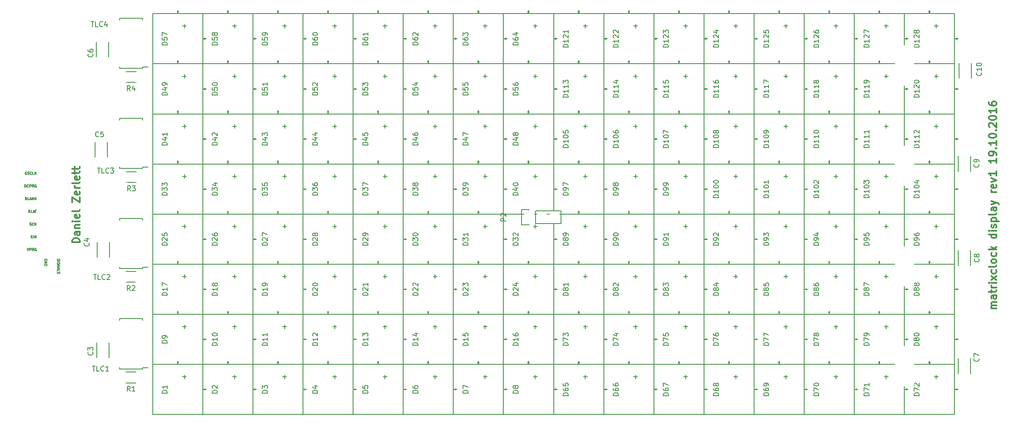
<source format=gbr>
G04 #@! TF.FileFunction,Legend,Top*
%FSLAX46Y46*%
G04 Gerber Fmt 4.6, Leading zero omitted, Abs format (unit mm)*
G04 Created by KiCad (PCBNEW 4.0.4-stable) date Sat Oct 22 19:05:42 2016*
%MOMM*%
%LPD*%
G01*
G04 APERTURE LIST*
%ADD10C,0.100000*%
%ADD11C,0.127000*%
%ADD12C,0.300000*%
%ADD13C,0.150000*%
%ADD14C,1.924000*%
%ADD15R,2.400000X2.100000*%
%ADD16R,2.127200X2.127200*%
%ADD17O,2.127200X2.127200*%
%ADD18R,1.290000X1.500000*%
%ADD19R,1.500000X0.800000*%
%ADD20R,1.700000X1.700000*%
%ADD21C,1.700000*%
%ADD22R,2.127200X2.432000*%
%ADD23O,2.127200X2.432000*%
%ADD24C,6.800000*%
G04 APERTURE END LIST*
D10*
D11*
X117378381Y-92606380D02*
X117354190Y-92678951D01*
X117354190Y-92799904D01*
X117378381Y-92848285D01*
X117402571Y-92872475D01*
X117450952Y-92896666D01*
X117499333Y-92896666D01*
X117547714Y-92872475D01*
X117571905Y-92848285D01*
X117596095Y-92799904D01*
X117620286Y-92703142D01*
X117644476Y-92654761D01*
X117668667Y-92630570D01*
X117717048Y-92606380D01*
X117765429Y-92606380D01*
X117813810Y-92630570D01*
X117838000Y-92654761D01*
X117862190Y-92703142D01*
X117862190Y-92824094D01*
X117838000Y-92896666D01*
X117354190Y-93114380D02*
X117862190Y-93114380D01*
X117838000Y-93622381D02*
X117862190Y-93574000D01*
X117862190Y-93501428D01*
X117838000Y-93428857D01*
X117789619Y-93380476D01*
X117741238Y-93356285D01*
X117644476Y-93332095D01*
X117571905Y-93332095D01*
X117475143Y-93356285D01*
X117426762Y-93380476D01*
X117378381Y-93428857D01*
X117354190Y-93501428D01*
X117354190Y-93549809D01*
X117378381Y-93622381D01*
X117402571Y-93646571D01*
X117571905Y-93646571D01*
X117571905Y-93549809D01*
X117354190Y-93864285D02*
X117862190Y-93864285D01*
X117354190Y-94154571D01*
X117862190Y-94154571D01*
X117499333Y-94372285D02*
X117499333Y-94614190D01*
X117354190Y-94323904D02*
X117862190Y-94493237D01*
X117354190Y-94662571D01*
X117354190Y-95073809D02*
X117354190Y-94831904D01*
X117862190Y-94831904D01*
X117378381Y-95218952D02*
X117354190Y-95291523D01*
X117354190Y-95412476D01*
X117378381Y-95460857D01*
X117402571Y-95485047D01*
X117450952Y-95509238D01*
X117499333Y-95509238D01*
X117547714Y-95485047D01*
X117571905Y-95460857D01*
X117596095Y-95412476D01*
X117620286Y-95315714D01*
X117644476Y-95267333D01*
X117668667Y-95243142D01*
X117717048Y-95218952D01*
X117765429Y-95218952D01*
X117813810Y-95243142D01*
X117838000Y-95267333D01*
X117862190Y-95315714D01*
X117862190Y-95436666D01*
X117838000Y-95509238D01*
X115298000Y-92920858D02*
X115322190Y-92872477D01*
X115322190Y-92799905D01*
X115298000Y-92727334D01*
X115249619Y-92678953D01*
X115201238Y-92654762D01*
X115104476Y-92630572D01*
X115031905Y-92630572D01*
X114935143Y-92654762D01*
X114886762Y-92678953D01*
X114838381Y-92727334D01*
X114814190Y-92799905D01*
X114814190Y-92848286D01*
X114838381Y-92920858D01*
X114862571Y-92945048D01*
X115031905Y-92945048D01*
X115031905Y-92848286D01*
X114814190Y-93162762D02*
X115322190Y-93162762D01*
X114814190Y-93453048D01*
X115322190Y-93453048D01*
X114814190Y-93694952D02*
X115322190Y-93694952D01*
X115322190Y-93815905D01*
X115298000Y-93888476D01*
X115249619Y-93936857D01*
X115201238Y-93961048D01*
X115104476Y-93985238D01*
X115031905Y-93985238D01*
X114935143Y-93961048D01*
X114886762Y-93936857D01*
X114838381Y-93888476D01*
X114814190Y-93815905D01*
X114814190Y-93694952D01*
X111354952Y-90501810D02*
X111524285Y-91009810D01*
X111693619Y-90501810D01*
X111862952Y-91009810D02*
X111862952Y-90501810D01*
X112056476Y-90501810D01*
X112104857Y-90526000D01*
X112129048Y-90550190D01*
X112153238Y-90598571D01*
X112153238Y-90671143D01*
X112129048Y-90719524D01*
X112104857Y-90743714D01*
X112056476Y-90767905D01*
X111862952Y-90767905D01*
X112661238Y-91009810D02*
X112491905Y-90767905D01*
X112370952Y-91009810D02*
X112370952Y-90501810D01*
X112564476Y-90501810D01*
X112612857Y-90526000D01*
X112637048Y-90550190D01*
X112661238Y-90598571D01*
X112661238Y-90671143D01*
X112637048Y-90719524D01*
X112612857Y-90743714D01*
X112564476Y-90767905D01*
X112370952Y-90767905D01*
X113145048Y-90526000D02*
X113096667Y-90501810D01*
X113024095Y-90501810D01*
X112951524Y-90526000D01*
X112903143Y-90574381D01*
X112878952Y-90622762D01*
X112854762Y-90719524D01*
X112854762Y-90792095D01*
X112878952Y-90888857D01*
X112903143Y-90937238D01*
X112951524Y-90985619D01*
X113024095Y-91009810D01*
X113072476Y-91009810D01*
X113145048Y-90985619D01*
X113169238Y-90961429D01*
X113169238Y-90792095D01*
X113072476Y-90792095D01*
X112104857Y-88445619D02*
X112177428Y-88469810D01*
X112298381Y-88469810D01*
X112346762Y-88445619D01*
X112370952Y-88421429D01*
X112395143Y-88373048D01*
X112395143Y-88324667D01*
X112370952Y-88276286D01*
X112346762Y-88252095D01*
X112298381Y-88227905D01*
X112201619Y-88203714D01*
X112153238Y-88179524D01*
X112129047Y-88155333D01*
X112104857Y-88106952D01*
X112104857Y-88058571D01*
X112129047Y-88010190D01*
X112153238Y-87986000D01*
X112201619Y-87961810D01*
X112322571Y-87961810D01*
X112395143Y-87986000D01*
X112612857Y-88469810D02*
X112612857Y-87961810D01*
X112854762Y-88469810D02*
X112854762Y-87961810D01*
X113145048Y-88469810D01*
X113145048Y-87961810D01*
X111862952Y-85905619D02*
X111935523Y-85929810D01*
X112056476Y-85929810D01*
X112104857Y-85905619D01*
X112129047Y-85881429D01*
X112153238Y-85833048D01*
X112153238Y-85784667D01*
X112129047Y-85736286D01*
X112104857Y-85712095D01*
X112056476Y-85687905D01*
X111959714Y-85663714D01*
X111911333Y-85639524D01*
X111887142Y-85615333D01*
X111862952Y-85566952D01*
X111862952Y-85518571D01*
X111887142Y-85470190D01*
X111911333Y-85446000D01*
X111959714Y-85421810D01*
X112080666Y-85421810D01*
X112153238Y-85446000D01*
X112661238Y-85881429D02*
X112637048Y-85905619D01*
X112564476Y-85929810D01*
X112516095Y-85929810D01*
X112443524Y-85905619D01*
X112395143Y-85857238D01*
X112370952Y-85808857D01*
X112346762Y-85712095D01*
X112346762Y-85639524D01*
X112370952Y-85542762D01*
X112395143Y-85494381D01*
X112443524Y-85446000D01*
X112516095Y-85421810D01*
X112564476Y-85421810D01*
X112637048Y-85446000D01*
X112661238Y-85470190D01*
X112878952Y-85929810D02*
X112878952Y-85421810D01*
X113169238Y-85929810D02*
X112951524Y-85639524D01*
X113169238Y-85421810D02*
X112878952Y-85712095D01*
X111621046Y-82881810D02*
X111959713Y-83389810D01*
X111959713Y-82881810D02*
X111621046Y-83389810D01*
X112395142Y-83389810D02*
X112153237Y-83389810D01*
X112153237Y-82881810D01*
X112540285Y-83244667D02*
X112782190Y-83244667D01*
X112491904Y-83389810D02*
X112661237Y-82881810D01*
X112830571Y-83389810D01*
X112927333Y-82881810D02*
X113217619Y-82881810D01*
X113072476Y-83389810D02*
X113072476Y-82881810D01*
X111161429Y-80583714D02*
X111234000Y-80607905D01*
X111258191Y-80632095D01*
X111282381Y-80680476D01*
X111282381Y-80753048D01*
X111258191Y-80801429D01*
X111234000Y-80825619D01*
X111185619Y-80849810D01*
X110992095Y-80849810D01*
X110992095Y-80341810D01*
X111161429Y-80341810D01*
X111209810Y-80366000D01*
X111234000Y-80390190D01*
X111258191Y-80438571D01*
X111258191Y-80486952D01*
X111234000Y-80535333D01*
X111209810Y-80559524D01*
X111161429Y-80583714D01*
X110992095Y-80583714D01*
X111742000Y-80849810D02*
X111500095Y-80849810D01*
X111500095Y-80341810D01*
X111887143Y-80704667D02*
X112129048Y-80704667D01*
X111838762Y-80849810D02*
X112008095Y-80341810D01*
X112177429Y-80849810D01*
X112346762Y-80849810D02*
X112346762Y-80341810D01*
X112637048Y-80849810D01*
X112637048Y-80341810D01*
X112878952Y-80849810D02*
X112878952Y-80341810D01*
X113169238Y-80849810D02*
X112951524Y-80559524D01*
X113169238Y-80341810D02*
X112878952Y-80632095D01*
X111234000Y-75286000D02*
X111185619Y-75261810D01*
X111113047Y-75261810D01*
X111040476Y-75286000D01*
X110992095Y-75334381D01*
X110967904Y-75382762D01*
X110943714Y-75479524D01*
X110943714Y-75552095D01*
X110967904Y-75648857D01*
X110992095Y-75697238D01*
X111040476Y-75745619D01*
X111113047Y-75769810D01*
X111161428Y-75769810D01*
X111234000Y-75745619D01*
X111258190Y-75721429D01*
X111258190Y-75552095D01*
X111161428Y-75552095D01*
X111451714Y-75745619D02*
X111524285Y-75769810D01*
X111645238Y-75769810D01*
X111693619Y-75745619D01*
X111717809Y-75721429D01*
X111742000Y-75673048D01*
X111742000Y-75624667D01*
X111717809Y-75576286D01*
X111693619Y-75552095D01*
X111645238Y-75527905D01*
X111548476Y-75503714D01*
X111500095Y-75479524D01*
X111475904Y-75455333D01*
X111451714Y-75406952D01*
X111451714Y-75358571D01*
X111475904Y-75310190D01*
X111500095Y-75286000D01*
X111548476Y-75261810D01*
X111669428Y-75261810D01*
X111742000Y-75286000D01*
X112250000Y-75721429D02*
X112225810Y-75745619D01*
X112153238Y-75769810D01*
X112104857Y-75769810D01*
X112032286Y-75745619D01*
X111983905Y-75697238D01*
X111959714Y-75648857D01*
X111935524Y-75552095D01*
X111935524Y-75479524D01*
X111959714Y-75382762D01*
X111983905Y-75334381D01*
X112032286Y-75286000D01*
X112104857Y-75261810D01*
X112153238Y-75261810D01*
X112225810Y-75286000D01*
X112250000Y-75310190D01*
X112709619Y-75769810D02*
X112467714Y-75769810D01*
X112467714Y-75261810D01*
X112878952Y-75769810D02*
X112878952Y-75261810D01*
X113169238Y-75769810D02*
X112951524Y-75479524D01*
X113169238Y-75261810D02*
X112878952Y-75552095D01*
X110846952Y-78309810D02*
X110846952Y-77801810D01*
X110967905Y-77801810D01*
X111040476Y-77826000D01*
X111088857Y-77874381D01*
X111113048Y-77922762D01*
X111137238Y-78019524D01*
X111137238Y-78092095D01*
X111113048Y-78188857D01*
X111088857Y-78237238D01*
X111040476Y-78285619D01*
X110967905Y-78309810D01*
X110846952Y-78309810D01*
X111645238Y-78261429D02*
X111621048Y-78285619D01*
X111548476Y-78309810D01*
X111500095Y-78309810D01*
X111427524Y-78285619D01*
X111379143Y-78237238D01*
X111354952Y-78188857D01*
X111330762Y-78092095D01*
X111330762Y-78019524D01*
X111354952Y-77922762D01*
X111379143Y-77874381D01*
X111427524Y-77826000D01*
X111500095Y-77801810D01*
X111548476Y-77801810D01*
X111621048Y-77826000D01*
X111645238Y-77850190D01*
X111862952Y-78309810D02*
X111862952Y-77801810D01*
X112056476Y-77801810D01*
X112104857Y-77826000D01*
X112129048Y-77850190D01*
X112153238Y-77898571D01*
X112153238Y-77971143D01*
X112129048Y-78019524D01*
X112104857Y-78043714D01*
X112056476Y-78067905D01*
X111862952Y-78067905D01*
X112661238Y-78309810D02*
X112491905Y-78067905D01*
X112370952Y-78309810D02*
X112370952Y-77801810D01*
X112564476Y-77801810D01*
X112612857Y-77826000D01*
X112637048Y-77850190D01*
X112661238Y-77898571D01*
X112661238Y-77971143D01*
X112637048Y-78019524D01*
X112612857Y-78043714D01*
X112564476Y-78067905D01*
X112370952Y-78067905D01*
X113145048Y-77826000D02*
X113096667Y-77801810D01*
X113024095Y-77801810D01*
X112951524Y-77826000D01*
X112903143Y-77874381D01*
X112878952Y-77922762D01*
X112854762Y-78019524D01*
X112854762Y-78092095D01*
X112878952Y-78188857D01*
X112903143Y-78237238D01*
X112951524Y-78285619D01*
X113024095Y-78309810D01*
X113072476Y-78309810D01*
X113145048Y-78285619D01*
X113169238Y-78261429D01*
X113169238Y-78092095D01*
X113072476Y-78092095D01*
D12*
X121818571Y-89318570D02*
X120318571Y-89318570D01*
X120318571Y-88961427D01*
X120390000Y-88747142D01*
X120532857Y-88604284D01*
X120675714Y-88532856D01*
X120961429Y-88461427D01*
X121175714Y-88461427D01*
X121461429Y-88532856D01*
X121604286Y-88604284D01*
X121747143Y-88747142D01*
X121818571Y-88961427D01*
X121818571Y-89318570D01*
X121818571Y-87175713D02*
X121032857Y-87175713D01*
X120890000Y-87247142D01*
X120818571Y-87389999D01*
X120818571Y-87675713D01*
X120890000Y-87818570D01*
X121747143Y-87175713D02*
X121818571Y-87318570D01*
X121818571Y-87675713D01*
X121747143Y-87818570D01*
X121604286Y-87889999D01*
X121461429Y-87889999D01*
X121318571Y-87818570D01*
X121247143Y-87675713D01*
X121247143Y-87318570D01*
X121175714Y-87175713D01*
X120818571Y-86461427D02*
X121818571Y-86461427D01*
X120961429Y-86461427D02*
X120890000Y-86389999D01*
X120818571Y-86247141D01*
X120818571Y-86032856D01*
X120890000Y-85889999D01*
X121032857Y-85818570D01*
X121818571Y-85818570D01*
X121818571Y-85104284D02*
X120818571Y-85104284D01*
X120318571Y-85104284D02*
X120390000Y-85175713D01*
X120461429Y-85104284D01*
X120390000Y-85032856D01*
X120318571Y-85104284D01*
X120461429Y-85104284D01*
X121747143Y-83818570D02*
X121818571Y-83961427D01*
X121818571Y-84247141D01*
X121747143Y-84389998D01*
X121604286Y-84461427D01*
X121032857Y-84461427D01*
X120890000Y-84389998D01*
X120818571Y-84247141D01*
X120818571Y-83961427D01*
X120890000Y-83818570D01*
X121032857Y-83747141D01*
X121175714Y-83747141D01*
X121318571Y-84461427D01*
X121818571Y-82889998D02*
X121747143Y-83032856D01*
X121604286Y-83104284D01*
X120318571Y-83104284D01*
X120318571Y-81318570D02*
X120318571Y-80318570D01*
X121818571Y-81318570D01*
X121818571Y-80318570D01*
X121747143Y-79175714D02*
X121818571Y-79318571D01*
X121818571Y-79604285D01*
X121747143Y-79747142D01*
X121604286Y-79818571D01*
X121032857Y-79818571D01*
X120890000Y-79747142D01*
X120818571Y-79604285D01*
X120818571Y-79318571D01*
X120890000Y-79175714D01*
X121032857Y-79104285D01*
X121175714Y-79104285D01*
X121318571Y-79818571D01*
X121818571Y-78461428D02*
X120818571Y-78461428D01*
X121104286Y-78461428D02*
X120961429Y-78390000D01*
X120890000Y-78318571D01*
X120818571Y-78175714D01*
X120818571Y-78032857D01*
X121818571Y-77318571D02*
X121747143Y-77461429D01*
X121604286Y-77532857D01*
X120318571Y-77532857D01*
X121747143Y-76175715D02*
X121818571Y-76318572D01*
X121818571Y-76604286D01*
X121747143Y-76747143D01*
X121604286Y-76818572D01*
X121032857Y-76818572D01*
X120890000Y-76747143D01*
X120818571Y-76604286D01*
X120818571Y-76318572D01*
X120890000Y-76175715D01*
X121032857Y-76104286D01*
X121175714Y-76104286D01*
X121318571Y-76818572D01*
X120818571Y-75675715D02*
X120818571Y-75104286D01*
X120318571Y-75461429D02*
X121604286Y-75461429D01*
X121747143Y-75390001D01*
X121818571Y-75247143D01*
X121818571Y-75104286D01*
X120818571Y-74818572D02*
X120818571Y-74247143D01*
X120318571Y-74604286D02*
X121604286Y-74604286D01*
X121747143Y-74532858D01*
X121818571Y-74390000D01*
X121818571Y-74247143D01*
X304698571Y-102532855D02*
X303698571Y-102532855D01*
X303841429Y-102532855D02*
X303770000Y-102461427D01*
X303698571Y-102318569D01*
X303698571Y-102104284D01*
X303770000Y-101961427D01*
X303912857Y-101889998D01*
X304698571Y-101889998D01*
X303912857Y-101889998D02*
X303770000Y-101818569D01*
X303698571Y-101675712D01*
X303698571Y-101461427D01*
X303770000Y-101318569D01*
X303912857Y-101247141D01*
X304698571Y-101247141D01*
X304698571Y-99889998D02*
X303912857Y-99889998D01*
X303770000Y-99961427D01*
X303698571Y-100104284D01*
X303698571Y-100389998D01*
X303770000Y-100532855D01*
X304627143Y-99889998D02*
X304698571Y-100032855D01*
X304698571Y-100389998D01*
X304627143Y-100532855D01*
X304484286Y-100604284D01*
X304341429Y-100604284D01*
X304198571Y-100532855D01*
X304127143Y-100389998D01*
X304127143Y-100032855D01*
X304055714Y-99889998D01*
X303698571Y-99389998D02*
X303698571Y-98818569D01*
X303198571Y-99175712D02*
X304484286Y-99175712D01*
X304627143Y-99104284D01*
X304698571Y-98961426D01*
X304698571Y-98818569D01*
X304698571Y-98318569D02*
X303698571Y-98318569D01*
X303984286Y-98318569D02*
X303841429Y-98247141D01*
X303770000Y-98175712D01*
X303698571Y-98032855D01*
X303698571Y-97889998D01*
X304698571Y-97389998D02*
X303698571Y-97389998D01*
X303198571Y-97389998D02*
X303270000Y-97461427D01*
X303341429Y-97389998D01*
X303270000Y-97318570D01*
X303198571Y-97389998D01*
X303341429Y-97389998D01*
X304698571Y-96818569D02*
X303698571Y-96032855D01*
X303698571Y-96818569D02*
X304698571Y-96032855D01*
X304627143Y-94818569D02*
X304698571Y-94961426D01*
X304698571Y-95247140D01*
X304627143Y-95389998D01*
X304555714Y-95461426D01*
X304412857Y-95532855D01*
X303984286Y-95532855D01*
X303841429Y-95461426D01*
X303770000Y-95389998D01*
X303698571Y-95247140D01*
X303698571Y-94961426D01*
X303770000Y-94818569D01*
X304698571Y-93961426D02*
X304627143Y-94104284D01*
X304484286Y-94175712D01*
X303198571Y-94175712D01*
X304698571Y-93175712D02*
X304627143Y-93318570D01*
X304555714Y-93389998D01*
X304412857Y-93461427D01*
X303984286Y-93461427D01*
X303841429Y-93389998D01*
X303770000Y-93318570D01*
X303698571Y-93175712D01*
X303698571Y-92961427D01*
X303770000Y-92818570D01*
X303841429Y-92747141D01*
X303984286Y-92675712D01*
X304412857Y-92675712D01*
X304555714Y-92747141D01*
X304627143Y-92818570D01*
X304698571Y-92961427D01*
X304698571Y-93175712D01*
X304627143Y-91389998D02*
X304698571Y-91532855D01*
X304698571Y-91818569D01*
X304627143Y-91961427D01*
X304555714Y-92032855D01*
X304412857Y-92104284D01*
X303984286Y-92104284D01*
X303841429Y-92032855D01*
X303770000Y-91961427D01*
X303698571Y-91818569D01*
X303698571Y-91532855D01*
X303770000Y-91389998D01*
X304698571Y-90747141D02*
X303198571Y-90747141D01*
X304127143Y-90604284D02*
X304698571Y-90175713D01*
X303698571Y-90175713D02*
X304270000Y-90747141D01*
X304698571Y-87747141D02*
X303198571Y-87747141D01*
X304627143Y-87747141D02*
X304698571Y-87889998D01*
X304698571Y-88175712D01*
X304627143Y-88318570D01*
X304555714Y-88389998D01*
X304412857Y-88461427D01*
X303984286Y-88461427D01*
X303841429Y-88389998D01*
X303770000Y-88318570D01*
X303698571Y-88175712D01*
X303698571Y-87889998D01*
X303770000Y-87747141D01*
X304698571Y-87032855D02*
X303698571Y-87032855D01*
X303198571Y-87032855D02*
X303270000Y-87104284D01*
X303341429Y-87032855D01*
X303270000Y-86961427D01*
X303198571Y-87032855D01*
X303341429Y-87032855D01*
X304627143Y-86389998D02*
X304698571Y-86247141D01*
X304698571Y-85961426D01*
X304627143Y-85818569D01*
X304484286Y-85747141D01*
X304412857Y-85747141D01*
X304270000Y-85818569D01*
X304198571Y-85961426D01*
X304198571Y-86175712D01*
X304127143Y-86318569D01*
X303984286Y-86389998D01*
X303912857Y-86389998D01*
X303770000Y-86318569D01*
X303698571Y-86175712D01*
X303698571Y-85961426D01*
X303770000Y-85818569D01*
X303698571Y-85104283D02*
X305198571Y-85104283D01*
X303770000Y-85104283D02*
X303698571Y-84961426D01*
X303698571Y-84675712D01*
X303770000Y-84532855D01*
X303841429Y-84461426D01*
X303984286Y-84389997D01*
X304412857Y-84389997D01*
X304555714Y-84461426D01*
X304627143Y-84532855D01*
X304698571Y-84675712D01*
X304698571Y-84961426D01*
X304627143Y-85104283D01*
X304698571Y-83532854D02*
X304627143Y-83675712D01*
X304484286Y-83747140D01*
X303198571Y-83747140D01*
X304698571Y-82318569D02*
X303912857Y-82318569D01*
X303770000Y-82389998D01*
X303698571Y-82532855D01*
X303698571Y-82818569D01*
X303770000Y-82961426D01*
X304627143Y-82318569D02*
X304698571Y-82461426D01*
X304698571Y-82818569D01*
X304627143Y-82961426D01*
X304484286Y-83032855D01*
X304341429Y-83032855D01*
X304198571Y-82961426D01*
X304127143Y-82818569D01*
X304127143Y-82461426D01*
X304055714Y-82318569D01*
X303698571Y-81747140D02*
X304698571Y-81389997D01*
X303698571Y-81032855D02*
X304698571Y-81389997D01*
X305055714Y-81532855D01*
X305127143Y-81604283D01*
X305198571Y-81747140D01*
X304698571Y-79318569D02*
X303698571Y-79318569D01*
X303984286Y-79318569D02*
X303841429Y-79247141D01*
X303770000Y-79175712D01*
X303698571Y-79032855D01*
X303698571Y-78889998D01*
X304627143Y-77818570D02*
X304698571Y-77961427D01*
X304698571Y-78247141D01*
X304627143Y-78389998D01*
X304484286Y-78461427D01*
X303912857Y-78461427D01*
X303770000Y-78389998D01*
X303698571Y-78247141D01*
X303698571Y-77961427D01*
X303770000Y-77818570D01*
X303912857Y-77747141D01*
X304055714Y-77747141D01*
X304198571Y-78461427D01*
X303698571Y-77247141D02*
X304698571Y-76889998D01*
X303698571Y-76532856D01*
X304698571Y-75175713D02*
X304698571Y-76032856D01*
X304698571Y-75604284D02*
X303198571Y-75604284D01*
X303412857Y-75747141D01*
X303555714Y-75889999D01*
X303627143Y-76032856D01*
X304698571Y-72604285D02*
X304698571Y-73461428D01*
X304698571Y-73032856D02*
X303198571Y-73032856D01*
X303412857Y-73175713D01*
X303555714Y-73318571D01*
X303627143Y-73461428D01*
X304698571Y-71890000D02*
X304698571Y-71604285D01*
X304627143Y-71461428D01*
X304555714Y-71390000D01*
X304341429Y-71247142D01*
X304055714Y-71175714D01*
X303484286Y-71175714D01*
X303341429Y-71247142D01*
X303270000Y-71318571D01*
X303198571Y-71461428D01*
X303198571Y-71747142D01*
X303270000Y-71890000D01*
X303341429Y-71961428D01*
X303484286Y-72032857D01*
X303841429Y-72032857D01*
X303984286Y-71961428D01*
X304055714Y-71890000D01*
X304127143Y-71747142D01*
X304127143Y-71461428D01*
X304055714Y-71318571D01*
X303984286Y-71247142D01*
X303841429Y-71175714D01*
X304555714Y-70532857D02*
X304627143Y-70461429D01*
X304698571Y-70532857D01*
X304627143Y-70604286D01*
X304555714Y-70532857D01*
X304698571Y-70532857D01*
X304698571Y-69032857D02*
X304698571Y-69890000D01*
X304698571Y-69461428D02*
X303198571Y-69461428D01*
X303412857Y-69604285D01*
X303555714Y-69747143D01*
X303627143Y-69890000D01*
X303198571Y-68104286D02*
X303198571Y-67961429D01*
X303270000Y-67818572D01*
X303341429Y-67747143D01*
X303484286Y-67675714D01*
X303770000Y-67604286D01*
X304127143Y-67604286D01*
X304412857Y-67675714D01*
X304555714Y-67747143D01*
X304627143Y-67818572D01*
X304698571Y-67961429D01*
X304698571Y-68104286D01*
X304627143Y-68247143D01*
X304555714Y-68318572D01*
X304412857Y-68390000D01*
X304127143Y-68461429D01*
X303770000Y-68461429D01*
X303484286Y-68390000D01*
X303341429Y-68318572D01*
X303270000Y-68247143D01*
X303198571Y-68104286D01*
X304555714Y-66961429D02*
X304627143Y-66890001D01*
X304698571Y-66961429D01*
X304627143Y-67032858D01*
X304555714Y-66961429D01*
X304698571Y-66961429D01*
X303341429Y-66318572D02*
X303270000Y-66247143D01*
X303198571Y-66104286D01*
X303198571Y-65747143D01*
X303270000Y-65604286D01*
X303341429Y-65532857D01*
X303484286Y-65461429D01*
X303627143Y-65461429D01*
X303841429Y-65532857D01*
X304698571Y-66390000D01*
X304698571Y-65461429D01*
X303198571Y-64532858D02*
X303198571Y-64390001D01*
X303270000Y-64247144D01*
X303341429Y-64175715D01*
X303484286Y-64104286D01*
X303770000Y-64032858D01*
X304127143Y-64032858D01*
X304412857Y-64104286D01*
X304555714Y-64175715D01*
X304627143Y-64247144D01*
X304698571Y-64390001D01*
X304698571Y-64532858D01*
X304627143Y-64675715D01*
X304555714Y-64747144D01*
X304412857Y-64818572D01*
X304127143Y-64890001D01*
X303770000Y-64890001D01*
X303484286Y-64818572D01*
X303341429Y-64747144D01*
X303270000Y-64675715D01*
X303198571Y-64532858D01*
X304698571Y-62604287D02*
X304698571Y-63461430D01*
X304698571Y-63032858D02*
X303198571Y-63032858D01*
X303412857Y-63175715D01*
X303555714Y-63318573D01*
X303627143Y-63461430D01*
X303198571Y-61318573D02*
X303198571Y-61604287D01*
X303270000Y-61747144D01*
X303341429Y-61818573D01*
X303555714Y-61961430D01*
X303841429Y-62032859D01*
X304412857Y-62032859D01*
X304555714Y-61961430D01*
X304627143Y-61890002D01*
X304698571Y-61747144D01*
X304698571Y-61461430D01*
X304627143Y-61318573D01*
X304555714Y-61247144D01*
X304412857Y-61175716D01*
X304055714Y-61175716D01*
X303912857Y-61247144D01*
X303841429Y-61318573D01*
X303770000Y-61461430D01*
X303770000Y-61747144D01*
X303841429Y-61890002D01*
X303912857Y-61961430D01*
X304055714Y-62032859D01*
D13*
X257070000Y-78680000D02*
X256670000Y-78780000D01*
X256670000Y-78780000D02*
X256670000Y-78580000D01*
X256670000Y-78580000D02*
X257070000Y-78680000D01*
X256670000Y-78780000D02*
X256970000Y-78680000D01*
X256970000Y-78680000D02*
X256670000Y-78580000D01*
X256670000Y-78580000D02*
X256670000Y-78780000D01*
X256770000Y-78680000D02*
X256970000Y-78680000D01*
X251370000Y-72980000D02*
X251270000Y-73380000D01*
X251270000Y-73380000D02*
X251470000Y-73380000D01*
X251470000Y-73380000D02*
X251370000Y-72980000D01*
X251370000Y-73280000D02*
X251370000Y-72980000D01*
X256770000Y-78680000D02*
X256370000Y-78680000D01*
X256370000Y-78780000D02*
X256370000Y-78680000D01*
X251370000Y-73680000D02*
X251370000Y-73280000D01*
X256370000Y-73680000D02*
X256370000Y-83680000D01*
X256370000Y-83680000D02*
X246370000Y-83680000D01*
X246370000Y-83680000D02*
X246370000Y-73680000D01*
X246370000Y-73680000D02*
X256370000Y-73680000D01*
X217070000Y-98680000D02*
X216670000Y-98780000D01*
X216670000Y-98780000D02*
X216670000Y-98580000D01*
X216670000Y-98580000D02*
X217070000Y-98680000D01*
X216670000Y-98780000D02*
X216970000Y-98680000D01*
X216970000Y-98680000D02*
X216670000Y-98580000D01*
X216670000Y-98580000D02*
X216670000Y-98780000D01*
X216770000Y-98680000D02*
X216970000Y-98680000D01*
X211370000Y-92980000D02*
X211270000Y-93380000D01*
X211270000Y-93380000D02*
X211470000Y-93380000D01*
X211470000Y-93380000D02*
X211370000Y-92980000D01*
X211370000Y-93280000D02*
X211370000Y-92980000D01*
X216770000Y-98680000D02*
X216370000Y-98680000D01*
X216370000Y-98780000D02*
X216370000Y-98680000D01*
X211370000Y-93680000D02*
X211370000Y-93280000D01*
X216370000Y-93680000D02*
X216370000Y-103680000D01*
X216370000Y-103680000D02*
X206370000Y-103680000D01*
X206370000Y-103680000D02*
X206370000Y-93680000D01*
X206370000Y-93680000D02*
X216370000Y-93680000D01*
X217070000Y-48680000D02*
X216670000Y-48780000D01*
X216670000Y-48780000D02*
X216670000Y-48580000D01*
X216670000Y-48580000D02*
X217070000Y-48680000D01*
X216670000Y-48780000D02*
X216970000Y-48680000D01*
X216970000Y-48680000D02*
X216670000Y-48580000D01*
X216670000Y-48580000D02*
X216670000Y-48780000D01*
X216770000Y-48680000D02*
X216970000Y-48680000D01*
X211370000Y-42980000D02*
X211270000Y-43380000D01*
X211270000Y-43380000D02*
X211470000Y-43380000D01*
X211470000Y-43380000D02*
X211370000Y-42980000D01*
X211370000Y-43280000D02*
X211370000Y-42980000D01*
X216770000Y-48680000D02*
X216370000Y-48680000D01*
X216370000Y-48780000D02*
X216370000Y-48680000D01*
X211370000Y-43680000D02*
X211370000Y-43280000D01*
X216370000Y-43680000D02*
X216370000Y-53680000D01*
X216370000Y-53680000D02*
X206370000Y-53680000D01*
X206370000Y-53680000D02*
X206370000Y-43680000D01*
X206370000Y-43680000D02*
X216370000Y-43680000D01*
X217070000Y-58680000D02*
X216670000Y-58780000D01*
X216670000Y-58780000D02*
X216670000Y-58580000D01*
X216670000Y-58580000D02*
X217070000Y-58680000D01*
X216670000Y-58780000D02*
X216970000Y-58680000D01*
X216970000Y-58680000D02*
X216670000Y-58580000D01*
X216670000Y-58580000D02*
X216670000Y-58780000D01*
X216770000Y-58680000D02*
X216970000Y-58680000D01*
X211370000Y-52980000D02*
X211270000Y-53380000D01*
X211270000Y-53380000D02*
X211470000Y-53380000D01*
X211470000Y-53380000D02*
X211370000Y-52980000D01*
X211370000Y-53280000D02*
X211370000Y-52980000D01*
X216770000Y-58680000D02*
X216370000Y-58680000D01*
X216370000Y-58780000D02*
X216370000Y-58680000D01*
X211370000Y-53680000D02*
X211370000Y-53280000D01*
X216370000Y-53680000D02*
X216370000Y-63680000D01*
X216370000Y-63680000D02*
X206370000Y-63680000D01*
X206370000Y-63680000D02*
X206370000Y-53680000D01*
X206370000Y-53680000D02*
X216370000Y-53680000D01*
X217070000Y-68680000D02*
X216670000Y-68780000D01*
X216670000Y-68780000D02*
X216670000Y-68580000D01*
X216670000Y-68580000D02*
X217070000Y-68680000D01*
X216670000Y-68780000D02*
X216970000Y-68680000D01*
X216970000Y-68680000D02*
X216670000Y-68580000D01*
X216670000Y-68580000D02*
X216670000Y-68780000D01*
X216770000Y-68680000D02*
X216970000Y-68680000D01*
X211370000Y-62980000D02*
X211270000Y-63380000D01*
X211270000Y-63380000D02*
X211470000Y-63380000D01*
X211470000Y-63380000D02*
X211370000Y-62980000D01*
X211370000Y-63280000D02*
X211370000Y-62980000D01*
X216770000Y-68680000D02*
X216370000Y-68680000D01*
X216370000Y-68780000D02*
X216370000Y-68680000D01*
X211370000Y-63680000D02*
X211370000Y-63280000D01*
X216370000Y-63680000D02*
X216370000Y-73680000D01*
X216370000Y-73680000D02*
X206370000Y-73680000D01*
X206370000Y-73680000D02*
X206370000Y-63680000D01*
X206370000Y-63680000D02*
X216370000Y-63680000D01*
X217070000Y-78680000D02*
X216670000Y-78780000D01*
X216670000Y-78780000D02*
X216670000Y-78580000D01*
X216670000Y-78580000D02*
X217070000Y-78680000D01*
X216670000Y-78780000D02*
X216970000Y-78680000D01*
X216970000Y-78680000D02*
X216670000Y-78580000D01*
X216670000Y-78580000D02*
X216670000Y-78780000D01*
X216770000Y-78680000D02*
X216970000Y-78680000D01*
X211370000Y-72980000D02*
X211270000Y-73380000D01*
X211270000Y-73380000D02*
X211470000Y-73380000D01*
X211470000Y-73380000D02*
X211370000Y-72980000D01*
X211370000Y-73280000D02*
X211370000Y-72980000D01*
X216770000Y-78680000D02*
X216370000Y-78680000D01*
X216370000Y-78780000D02*
X216370000Y-78680000D01*
X211370000Y-73680000D02*
X211370000Y-73280000D01*
X216370000Y-73680000D02*
X216370000Y-83680000D01*
X216370000Y-83680000D02*
X206370000Y-83680000D01*
X206370000Y-83680000D02*
X206370000Y-73680000D01*
X206370000Y-73680000D02*
X216370000Y-73680000D01*
X297070000Y-98680000D02*
X296670000Y-98780000D01*
X296670000Y-98780000D02*
X296670000Y-98580000D01*
X296670000Y-98580000D02*
X297070000Y-98680000D01*
X296670000Y-98780000D02*
X296970000Y-98680000D01*
X296970000Y-98680000D02*
X296670000Y-98580000D01*
X296670000Y-98580000D02*
X296670000Y-98780000D01*
X296770000Y-98680000D02*
X296970000Y-98680000D01*
X291370000Y-92980000D02*
X291270000Y-93380000D01*
X291270000Y-93380000D02*
X291470000Y-93380000D01*
X291470000Y-93380000D02*
X291370000Y-92980000D01*
X291370000Y-93280000D02*
X291370000Y-92980000D01*
X296770000Y-98680000D02*
X296370000Y-98680000D01*
X296370000Y-98780000D02*
X296370000Y-98680000D01*
X291370000Y-93680000D02*
X291370000Y-93280000D01*
X296370000Y-93680000D02*
X296370000Y-103680000D01*
X296370000Y-103680000D02*
X286370000Y-103680000D01*
X286370000Y-103680000D02*
X286370000Y-93680000D01*
X286370000Y-93680000D02*
X296370000Y-93680000D01*
X237070000Y-78680000D02*
X236670000Y-78780000D01*
X236670000Y-78780000D02*
X236670000Y-78580000D01*
X236670000Y-78580000D02*
X237070000Y-78680000D01*
X236670000Y-78780000D02*
X236970000Y-78680000D01*
X236970000Y-78680000D02*
X236670000Y-78580000D01*
X236670000Y-78580000D02*
X236670000Y-78780000D01*
X236770000Y-78680000D02*
X236970000Y-78680000D01*
X231370000Y-72980000D02*
X231270000Y-73380000D01*
X231270000Y-73380000D02*
X231470000Y-73380000D01*
X231470000Y-73380000D02*
X231370000Y-72980000D01*
X231370000Y-73280000D02*
X231370000Y-72980000D01*
X236770000Y-78680000D02*
X236370000Y-78680000D01*
X236370000Y-78780000D02*
X236370000Y-78680000D01*
X231370000Y-73680000D02*
X231370000Y-73280000D01*
X236370000Y-73680000D02*
X236370000Y-83680000D01*
X236370000Y-83680000D02*
X226370000Y-83680000D01*
X226370000Y-83680000D02*
X226370000Y-73680000D01*
X226370000Y-73680000D02*
X236370000Y-73680000D01*
X131050000Y-115205000D02*
X133050000Y-115205000D01*
X133050000Y-117355000D02*
X131050000Y-117355000D01*
X131050000Y-95125000D02*
X133050000Y-95125000D01*
X133050000Y-97275000D02*
X131050000Y-97275000D01*
X131130000Y-75235000D02*
X133130000Y-75235000D01*
X133130000Y-77385000D02*
X131130000Y-77385000D01*
X157070000Y-108680000D02*
X156670000Y-108780000D01*
X156670000Y-108780000D02*
X156670000Y-108580000D01*
X156670000Y-108580000D02*
X157070000Y-108680000D01*
X156670000Y-108780000D02*
X156970000Y-108680000D01*
X156970000Y-108680000D02*
X156670000Y-108580000D01*
X156670000Y-108580000D02*
X156670000Y-108780000D01*
X156770000Y-108680000D02*
X156970000Y-108680000D01*
X151370000Y-102980000D02*
X151270000Y-103380000D01*
X151270000Y-103380000D02*
X151470000Y-103380000D01*
X151470000Y-103380000D02*
X151370000Y-102980000D01*
X151370000Y-103280000D02*
X151370000Y-102980000D01*
X156770000Y-108680000D02*
X156370000Y-108680000D01*
X156370000Y-108780000D02*
X156370000Y-108680000D01*
X151370000Y-103680000D02*
X151370000Y-103280000D01*
X156370000Y-103680000D02*
X156370000Y-113680000D01*
X156370000Y-113680000D02*
X146370000Y-113680000D01*
X146370000Y-113680000D02*
X146370000Y-103680000D01*
X146370000Y-103680000D02*
X156370000Y-103680000D01*
X167070000Y-98680000D02*
X166670000Y-98780000D01*
X166670000Y-98780000D02*
X166670000Y-98580000D01*
X166670000Y-98580000D02*
X167070000Y-98680000D01*
X166670000Y-98780000D02*
X166970000Y-98680000D01*
X166970000Y-98680000D02*
X166670000Y-98580000D01*
X166670000Y-98580000D02*
X166670000Y-98780000D01*
X166770000Y-98680000D02*
X166970000Y-98680000D01*
X161370000Y-92980000D02*
X161270000Y-93380000D01*
X161270000Y-93380000D02*
X161470000Y-93380000D01*
X161470000Y-93380000D02*
X161370000Y-92980000D01*
X161370000Y-93280000D02*
X161370000Y-92980000D01*
X166770000Y-98680000D02*
X166370000Y-98680000D01*
X166370000Y-98780000D02*
X166370000Y-98680000D01*
X161370000Y-93680000D02*
X161370000Y-93280000D01*
X166370000Y-93680000D02*
X166370000Y-103680000D01*
X166370000Y-103680000D02*
X156370000Y-103680000D01*
X156370000Y-103680000D02*
X156370000Y-93680000D01*
X156370000Y-93680000D02*
X166370000Y-93680000D01*
X187070000Y-118680000D02*
X186670000Y-118780000D01*
X186670000Y-118780000D02*
X186670000Y-118580000D01*
X186670000Y-118580000D02*
X187070000Y-118680000D01*
X186670000Y-118780000D02*
X186970000Y-118680000D01*
X186970000Y-118680000D02*
X186670000Y-118580000D01*
X186670000Y-118580000D02*
X186670000Y-118780000D01*
X186770000Y-118680000D02*
X186970000Y-118680000D01*
X181370000Y-112980000D02*
X181270000Y-113380000D01*
X181270000Y-113380000D02*
X181470000Y-113380000D01*
X181470000Y-113380000D02*
X181370000Y-112980000D01*
X181370000Y-113280000D02*
X181370000Y-112980000D01*
X186770000Y-118680000D02*
X186370000Y-118680000D01*
X186370000Y-118780000D02*
X186370000Y-118680000D01*
X181370000Y-113680000D02*
X181370000Y-113280000D01*
X186370000Y-113680000D02*
X186370000Y-123680000D01*
X186370000Y-123680000D02*
X176370000Y-123680000D01*
X176370000Y-123680000D02*
X176370000Y-113680000D01*
X176370000Y-113680000D02*
X186370000Y-113680000D01*
X177070000Y-118680000D02*
X176670000Y-118780000D01*
X176670000Y-118780000D02*
X176670000Y-118580000D01*
X176670000Y-118580000D02*
X177070000Y-118680000D01*
X176670000Y-118780000D02*
X176970000Y-118680000D01*
X176970000Y-118680000D02*
X176670000Y-118580000D01*
X176670000Y-118580000D02*
X176670000Y-118780000D01*
X176770000Y-118680000D02*
X176970000Y-118680000D01*
X171370000Y-112980000D02*
X171270000Y-113380000D01*
X171270000Y-113380000D02*
X171470000Y-113380000D01*
X171470000Y-113380000D02*
X171370000Y-112980000D01*
X171370000Y-113280000D02*
X171370000Y-112980000D01*
X176770000Y-118680000D02*
X176370000Y-118680000D01*
X176370000Y-118780000D02*
X176370000Y-118680000D01*
X171370000Y-113680000D02*
X171370000Y-113280000D01*
X176370000Y-113680000D02*
X176370000Y-123680000D01*
X176370000Y-123680000D02*
X166370000Y-123680000D01*
X166370000Y-123680000D02*
X166370000Y-113680000D01*
X166370000Y-113680000D02*
X176370000Y-113680000D01*
X157070000Y-118680000D02*
X156670000Y-118780000D01*
X156670000Y-118780000D02*
X156670000Y-118580000D01*
X156670000Y-118580000D02*
X157070000Y-118680000D01*
X156670000Y-118780000D02*
X156970000Y-118680000D01*
X156970000Y-118680000D02*
X156670000Y-118580000D01*
X156670000Y-118580000D02*
X156670000Y-118780000D01*
X156770000Y-118680000D02*
X156970000Y-118680000D01*
X151370000Y-112980000D02*
X151270000Y-113380000D01*
X151270000Y-113380000D02*
X151470000Y-113380000D01*
X151470000Y-113380000D02*
X151370000Y-112980000D01*
X151370000Y-113280000D02*
X151370000Y-112980000D01*
X156770000Y-118680000D02*
X156370000Y-118680000D01*
X156370000Y-118780000D02*
X156370000Y-118680000D01*
X151370000Y-113680000D02*
X151370000Y-113280000D01*
X156370000Y-113680000D02*
X156370000Y-123680000D01*
X156370000Y-123680000D02*
X146370000Y-123680000D01*
X146370000Y-123680000D02*
X146370000Y-113680000D01*
X146370000Y-113680000D02*
X156370000Y-113680000D01*
X147070000Y-118680000D02*
X146670000Y-118780000D01*
X146670000Y-118780000D02*
X146670000Y-118580000D01*
X146670000Y-118580000D02*
X147070000Y-118680000D01*
X146670000Y-118780000D02*
X146970000Y-118680000D01*
X146970000Y-118680000D02*
X146670000Y-118580000D01*
X146670000Y-118580000D02*
X146670000Y-118780000D01*
X146770000Y-118680000D02*
X146970000Y-118680000D01*
X141370000Y-112980000D02*
X141270000Y-113380000D01*
X141270000Y-113380000D02*
X141470000Y-113380000D01*
X141470000Y-113380000D02*
X141370000Y-112980000D01*
X141370000Y-113280000D02*
X141370000Y-112980000D01*
X146770000Y-118680000D02*
X146370000Y-118680000D01*
X146370000Y-118780000D02*
X146370000Y-118680000D01*
X141370000Y-113680000D02*
X141370000Y-113280000D01*
X146370000Y-113680000D02*
X146370000Y-123680000D01*
X146370000Y-123680000D02*
X136370000Y-123680000D01*
X136370000Y-123680000D02*
X136370000Y-113680000D01*
X136370000Y-113680000D02*
X146370000Y-113680000D01*
X187070000Y-108680000D02*
X186670000Y-108780000D01*
X186670000Y-108780000D02*
X186670000Y-108580000D01*
X186670000Y-108580000D02*
X187070000Y-108680000D01*
X186670000Y-108780000D02*
X186970000Y-108680000D01*
X186970000Y-108680000D02*
X186670000Y-108580000D01*
X186670000Y-108580000D02*
X186670000Y-108780000D01*
X186770000Y-108680000D02*
X186970000Y-108680000D01*
X181370000Y-102980000D02*
X181270000Y-103380000D01*
X181270000Y-103380000D02*
X181470000Y-103380000D01*
X181470000Y-103380000D02*
X181370000Y-102980000D01*
X181370000Y-103280000D02*
X181370000Y-102980000D01*
X186770000Y-108680000D02*
X186370000Y-108680000D01*
X186370000Y-108780000D02*
X186370000Y-108680000D01*
X181370000Y-103680000D02*
X181370000Y-103280000D01*
X186370000Y-103680000D02*
X186370000Y-113680000D01*
X186370000Y-113680000D02*
X176370000Y-113680000D01*
X176370000Y-113680000D02*
X176370000Y-103680000D01*
X176370000Y-103680000D02*
X186370000Y-103680000D01*
X167070000Y-118680000D02*
X166670000Y-118780000D01*
X166670000Y-118780000D02*
X166670000Y-118580000D01*
X166670000Y-118580000D02*
X167070000Y-118680000D01*
X166670000Y-118780000D02*
X166970000Y-118680000D01*
X166970000Y-118680000D02*
X166670000Y-118580000D01*
X166670000Y-118580000D02*
X166670000Y-118780000D01*
X166770000Y-118680000D02*
X166970000Y-118680000D01*
X161370000Y-112980000D02*
X161270000Y-113380000D01*
X161270000Y-113380000D02*
X161470000Y-113380000D01*
X161470000Y-113380000D02*
X161370000Y-112980000D01*
X161370000Y-113280000D02*
X161370000Y-112980000D01*
X166770000Y-118680000D02*
X166370000Y-118680000D01*
X166370000Y-118780000D02*
X166370000Y-118680000D01*
X161370000Y-113680000D02*
X161370000Y-113280000D01*
X166370000Y-113680000D02*
X166370000Y-123680000D01*
X166370000Y-123680000D02*
X156370000Y-123680000D01*
X156370000Y-123680000D02*
X156370000Y-113680000D01*
X156370000Y-113680000D02*
X166370000Y-113680000D01*
X197070000Y-118680000D02*
X196670000Y-118780000D01*
X196670000Y-118780000D02*
X196670000Y-118580000D01*
X196670000Y-118580000D02*
X197070000Y-118680000D01*
X196670000Y-118780000D02*
X196970000Y-118680000D01*
X196970000Y-118680000D02*
X196670000Y-118580000D01*
X196670000Y-118580000D02*
X196670000Y-118780000D01*
X196770000Y-118680000D02*
X196970000Y-118680000D01*
X191370000Y-112980000D02*
X191270000Y-113380000D01*
X191270000Y-113380000D02*
X191470000Y-113380000D01*
X191470000Y-113380000D02*
X191370000Y-112980000D01*
X191370000Y-113280000D02*
X191370000Y-112980000D01*
X196770000Y-118680000D02*
X196370000Y-118680000D01*
X196370000Y-118780000D02*
X196370000Y-118680000D01*
X191370000Y-113680000D02*
X191370000Y-113280000D01*
X196370000Y-113680000D02*
X196370000Y-123680000D01*
X196370000Y-123680000D02*
X186370000Y-123680000D01*
X186370000Y-123680000D02*
X186370000Y-113680000D01*
X186370000Y-113680000D02*
X196370000Y-113680000D01*
X207070000Y-118680000D02*
X206670000Y-118780000D01*
X206670000Y-118780000D02*
X206670000Y-118580000D01*
X206670000Y-118580000D02*
X207070000Y-118680000D01*
X206670000Y-118780000D02*
X206970000Y-118680000D01*
X206970000Y-118680000D02*
X206670000Y-118580000D01*
X206670000Y-118580000D02*
X206670000Y-118780000D01*
X206770000Y-118680000D02*
X206970000Y-118680000D01*
X201370000Y-112980000D02*
X201270000Y-113380000D01*
X201270000Y-113380000D02*
X201470000Y-113380000D01*
X201470000Y-113380000D02*
X201370000Y-112980000D01*
X201370000Y-113280000D02*
X201370000Y-112980000D01*
X206770000Y-118680000D02*
X206370000Y-118680000D01*
X206370000Y-118780000D02*
X206370000Y-118680000D01*
X201370000Y-113680000D02*
X201370000Y-113280000D01*
X206370000Y-113680000D02*
X206370000Y-123680000D01*
X206370000Y-123680000D02*
X196370000Y-123680000D01*
X196370000Y-123680000D02*
X196370000Y-113680000D01*
X196370000Y-113680000D02*
X206370000Y-113680000D01*
X217070000Y-118680000D02*
X216670000Y-118780000D01*
X216670000Y-118780000D02*
X216670000Y-118580000D01*
X216670000Y-118580000D02*
X217070000Y-118680000D01*
X216670000Y-118780000D02*
X216970000Y-118680000D01*
X216970000Y-118680000D02*
X216670000Y-118580000D01*
X216670000Y-118580000D02*
X216670000Y-118780000D01*
X216770000Y-118680000D02*
X216970000Y-118680000D01*
X211370000Y-112980000D02*
X211270000Y-113380000D01*
X211270000Y-113380000D02*
X211470000Y-113380000D01*
X211470000Y-113380000D02*
X211370000Y-112980000D01*
X211370000Y-113280000D02*
X211370000Y-112980000D01*
X216770000Y-118680000D02*
X216370000Y-118680000D01*
X216370000Y-118780000D02*
X216370000Y-118680000D01*
X211370000Y-113680000D02*
X211370000Y-113280000D01*
X216370000Y-113680000D02*
X216370000Y-123680000D01*
X216370000Y-123680000D02*
X206370000Y-123680000D01*
X206370000Y-123680000D02*
X206370000Y-113680000D01*
X206370000Y-113680000D02*
X216370000Y-113680000D01*
X147070000Y-108680000D02*
X146670000Y-108780000D01*
X146670000Y-108780000D02*
X146670000Y-108580000D01*
X146670000Y-108580000D02*
X147070000Y-108680000D01*
X146670000Y-108780000D02*
X146970000Y-108680000D01*
X146970000Y-108680000D02*
X146670000Y-108580000D01*
X146670000Y-108580000D02*
X146670000Y-108780000D01*
X146770000Y-108680000D02*
X146970000Y-108680000D01*
X141370000Y-102980000D02*
X141270000Y-103380000D01*
X141270000Y-103380000D02*
X141470000Y-103380000D01*
X141470000Y-103380000D02*
X141370000Y-102980000D01*
X141370000Y-103280000D02*
X141370000Y-102980000D01*
X146770000Y-108680000D02*
X146370000Y-108680000D01*
X146370000Y-108780000D02*
X146370000Y-108680000D01*
X141370000Y-103680000D02*
X141370000Y-103280000D01*
X146370000Y-103680000D02*
X146370000Y-113680000D01*
X146370000Y-113680000D02*
X136370000Y-113680000D01*
X136370000Y-113680000D02*
X136370000Y-103680000D01*
X136370000Y-103680000D02*
X146370000Y-103680000D01*
X167070000Y-108680000D02*
X166670000Y-108780000D01*
X166670000Y-108780000D02*
X166670000Y-108580000D01*
X166670000Y-108580000D02*
X167070000Y-108680000D01*
X166670000Y-108780000D02*
X166970000Y-108680000D01*
X166970000Y-108680000D02*
X166670000Y-108580000D01*
X166670000Y-108580000D02*
X166670000Y-108780000D01*
X166770000Y-108680000D02*
X166970000Y-108680000D01*
X161370000Y-102980000D02*
X161270000Y-103380000D01*
X161270000Y-103380000D02*
X161470000Y-103380000D01*
X161470000Y-103380000D02*
X161370000Y-102980000D01*
X161370000Y-103280000D02*
X161370000Y-102980000D01*
X166770000Y-108680000D02*
X166370000Y-108680000D01*
X166370000Y-108780000D02*
X166370000Y-108680000D01*
X161370000Y-103680000D02*
X161370000Y-103280000D01*
X166370000Y-103680000D02*
X166370000Y-113680000D01*
X166370000Y-113680000D02*
X156370000Y-113680000D01*
X156370000Y-113680000D02*
X156370000Y-103680000D01*
X156370000Y-103680000D02*
X166370000Y-103680000D01*
X177070000Y-108680000D02*
X176670000Y-108780000D01*
X176670000Y-108780000D02*
X176670000Y-108580000D01*
X176670000Y-108580000D02*
X177070000Y-108680000D01*
X176670000Y-108780000D02*
X176970000Y-108680000D01*
X176970000Y-108680000D02*
X176670000Y-108580000D01*
X176670000Y-108580000D02*
X176670000Y-108780000D01*
X176770000Y-108680000D02*
X176970000Y-108680000D01*
X171370000Y-102980000D02*
X171270000Y-103380000D01*
X171270000Y-103380000D02*
X171470000Y-103380000D01*
X171470000Y-103380000D02*
X171370000Y-102980000D01*
X171370000Y-103280000D02*
X171370000Y-102980000D01*
X176770000Y-108680000D02*
X176370000Y-108680000D01*
X176370000Y-108780000D02*
X176370000Y-108680000D01*
X171370000Y-103680000D02*
X171370000Y-103280000D01*
X176370000Y-103680000D02*
X176370000Y-113680000D01*
X176370000Y-113680000D02*
X166370000Y-113680000D01*
X166370000Y-113680000D02*
X166370000Y-103680000D01*
X166370000Y-103680000D02*
X176370000Y-103680000D01*
X197070000Y-108680000D02*
X196670000Y-108780000D01*
X196670000Y-108780000D02*
X196670000Y-108580000D01*
X196670000Y-108580000D02*
X197070000Y-108680000D01*
X196670000Y-108780000D02*
X196970000Y-108680000D01*
X196970000Y-108680000D02*
X196670000Y-108580000D01*
X196670000Y-108580000D02*
X196670000Y-108780000D01*
X196770000Y-108680000D02*
X196970000Y-108680000D01*
X191370000Y-102980000D02*
X191270000Y-103380000D01*
X191270000Y-103380000D02*
X191470000Y-103380000D01*
X191470000Y-103380000D02*
X191370000Y-102980000D01*
X191370000Y-103280000D02*
X191370000Y-102980000D01*
X196770000Y-108680000D02*
X196370000Y-108680000D01*
X196370000Y-108780000D02*
X196370000Y-108680000D01*
X191370000Y-103680000D02*
X191370000Y-103280000D01*
X196370000Y-103680000D02*
X196370000Y-113680000D01*
X196370000Y-113680000D02*
X186370000Y-113680000D01*
X186370000Y-113680000D02*
X186370000Y-103680000D01*
X186370000Y-103680000D02*
X196370000Y-103680000D01*
X207070000Y-108680000D02*
X206670000Y-108780000D01*
X206670000Y-108780000D02*
X206670000Y-108580000D01*
X206670000Y-108580000D02*
X207070000Y-108680000D01*
X206670000Y-108780000D02*
X206970000Y-108680000D01*
X206970000Y-108680000D02*
X206670000Y-108580000D01*
X206670000Y-108580000D02*
X206670000Y-108780000D01*
X206770000Y-108680000D02*
X206970000Y-108680000D01*
X201370000Y-102980000D02*
X201270000Y-103380000D01*
X201270000Y-103380000D02*
X201470000Y-103380000D01*
X201470000Y-103380000D02*
X201370000Y-102980000D01*
X201370000Y-103280000D02*
X201370000Y-102980000D01*
X206770000Y-108680000D02*
X206370000Y-108680000D01*
X206370000Y-108780000D02*
X206370000Y-108680000D01*
X201370000Y-103680000D02*
X201370000Y-103280000D01*
X206370000Y-103680000D02*
X206370000Y-113680000D01*
X206370000Y-113680000D02*
X196370000Y-113680000D01*
X196370000Y-113680000D02*
X196370000Y-103680000D01*
X196370000Y-103680000D02*
X206370000Y-103680000D01*
X217070000Y-108680000D02*
X216670000Y-108780000D01*
X216670000Y-108780000D02*
X216670000Y-108580000D01*
X216670000Y-108580000D02*
X217070000Y-108680000D01*
X216670000Y-108780000D02*
X216970000Y-108680000D01*
X216970000Y-108680000D02*
X216670000Y-108580000D01*
X216670000Y-108580000D02*
X216670000Y-108780000D01*
X216770000Y-108680000D02*
X216970000Y-108680000D01*
X211370000Y-102980000D02*
X211270000Y-103380000D01*
X211270000Y-103380000D02*
X211470000Y-103380000D01*
X211470000Y-103380000D02*
X211370000Y-102980000D01*
X211370000Y-103280000D02*
X211370000Y-102980000D01*
X216770000Y-108680000D02*
X216370000Y-108680000D01*
X216370000Y-108780000D02*
X216370000Y-108680000D01*
X211370000Y-103680000D02*
X211370000Y-103280000D01*
X216370000Y-103680000D02*
X216370000Y-113680000D01*
X216370000Y-113680000D02*
X206370000Y-113680000D01*
X206370000Y-113680000D02*
X206370000Y-103680000D01*
X206370000Y-103680000D02*
X216370000Y-103680000D01*
X147070000Y-98680000D02*
X146670000Y-98780000D01*
X146670000Y-98780000D02*
X146670000Y-98580000D01*
X146670000Y-98580000D02*
X147070000Y-98680000D01*
X146670000Y-98780000D02*
X146970000Y-98680000D01*
X146970000Y-98680000D02*
X146670000Y-98580000D01*
X146670000Y-98580000D02*
X146670000Y-98780000D01*
X146770000Y-98680000D02*
X146970000Y-98680000D01*
X141370000Y-92980000D02*
X141270000Y-93380000D01*
X141270000Y-93380000D02*
X141470000Y-93380000D01*
X141470000Y-93380000D02*
X141370000Y-92980000D01*
X141370000Y-93280000D02*
X141370000Y-92980000D01*
X146770000Y-98680000D02*
X146370000Y-98680000D01*
X146370000Y-98780000D02*
X146370000Y-98680000D01*
X141370000Y-93680000D02*
X141370000Y-93280000D01*
X146370000Y-93680000D02*
X146370000Y-103680000D01*
X146370000Y-103680000D02*
X136370000Y-103680000D01*
X136370000Y-103680000D02*
X136370000Y-93680000D01*
X136370000Y-93680000D02*
X146370000Y-93680000D01*
X157070000Y-98680000D02*
X156670000Y-98780000D01*
X156670000Y-98780000D02*
X156670000Y-98580000D01*
X156670000Y-98580000D02*
X157070000Y-98680000D01*
X156670000Y-98780000D02*
X156970000Y-98680000D01*
X156970000Y-98680000D02*
X156670000Y-98580000D01*
X156670000Y-98580000D02*
X156670000Y-98780000D01*
X156770000Y-98680000D02*
X156970000Y-98680000D01*
X151370000Y-92980000D02*
X151270000Y-93380000D01*
X151270000Y-93380000D02*
X151470000Y-93380000D01*
X151470000Y-93380000D02*
X151370000Y-92980000D01*
X151370000Y-93280000D02*
X151370000Y-92980000D01*
X156770000Y-98680000D02*
X156370000Y-98680000D01*
X156370000Y-98780000D02*
X156370000Y-98680000D01*
X151370000Y-93680000D02*
X151370000Y-93280000D01*
X156370000Y-93680000D02*
X156370000Y-103680000D01*
X156370000Y-103680000D02*
X146370000Y-103680000D01*
X146370000Y-103680000D02*
X146370000Y-93680000D01*
X146370000Y-93680000D02*
X156370000Y-93680000D01*
X177070000Y-98680000D02*
X176670000Y-98780000D01*
X176670000Y-98780000D02*
X176670000Y-98580000D01*
X176670000Y-98580000D02*
X177070000Y-98680000D01*
X176670000Y-98780000D02*
X176970000Y-98680000D01*
X176970000Y-98680000D02*
X176670000Y-98580000D01*
X176670000Y-98580000D02*
X176670000Y-98780000D01*
X176770000Y-98680000D02*
X176970000Y-98680000D01*
X171370000Y-92980000D02*
X171270000Y-93380000D01*
X171270000Y-93380000D02*
X171470000Y-93380000D01*
X171470000Y-93380000D02*
X171370000Y-92980000D01*
X171370000Y-93280000D02*
X171370000Y-92980000D01*
X176770000Y-98680000D02*
X176370000Y-98680000D01*
X176370000Y-98780000D02*
X176370000Y-98680000D01*
X171370000Y-93680000D02*
X171370000Y-93280000D01*
X176370000Y-93680000D02*
X176370000Y-103680000D01*
X176370000Y-103680000D02*
X166370000Y-103680000D01*
X166370000Y-103680000D02*
X166370000Y-93680000D01*
X166370000Y-93680000D02*
X176370000Y-93680000D01*
X187070000Y-98680000D02*
X186670000Y-98780000D01*
X186670000Y-98780000D02*
X186670000Y-98580000D01*
X186670000Y-98580000D02*
X187070000Y-98680000D01*
X186670000Y-98780000D02*
X186970000Y-98680000D01*
X186970000Y-98680000D02*
X186670000Y-98580000D01*
X186670000Y-98580000D02*
X186670000Y-98780000D01*
X186770000Y-98680000D02*
X186970000Y-98680000D01*
X181370000Y-92980000D02*
X181270000Y-93380000D01*
X181270000Y-93380000D02*
X181470000Y-93380000D01*
X181470000Y-93380000D02*
X181370000Y-92980000D01*
X181370000Y-93280000D02*
X181370000Y-92980000D01*
X186770000Y-98680000D02*
X186370000Y-98680000D01*
X186370000Y-98780000D02*
X186370000Y-98680000D01*
X181370000Y-93680000D02*
X181370000Y-93280000D01*
X186370000Y-93680000D02*
X186370000Y-103680000D01*
X186370000Y-103680000D02*
X176370000Y-103680000D01*
X176370000Y-103680000D02*
X176370000Y-93680000D01*
X176370000Y-93680000D02*
X186370000Y-93680000D01*
X197070000Y-98680000D02*
X196670000Y-98780000D01*
X196670000Y-98780000D02*
X196670000Y-98580000D01*
X196670000Y-98580000D02*
X197070000Y-98680000D01*
X196670000Y-98780000D02*
X196970000Y-98680000D01*
X196970000Y-98680000D02*
X196670000Y-98580000D01*
X196670000Y-98580000D02*
X196670000Y-98780000D01*
X196770000Y-98680000D02*
X196970000Y-98680000D01*
X191370000Y-92980000D02*
X191270000Y-93380000D01*
X191270000Y-93380000D02*
X191470000Y-93380000D01*
X191470000Y-93380000D02*
X191370000Y-92980000D01*
X191370000Y-93280000D02*
X191370000Y-92980000D01*
X196770000Y-98680000D02*
X196370000Y-98680000D01*
X196370000Y-98780000D02*
X196370000Y-98680000D01*
X191370000Y-93680000D02*
X191370000Y-93280000D01*
X196370000Y-93680000D02*
X196370000Y-103680000D01*
X196370000Y-103680000D02*
X186370000Y-103680000D01*
X186370000Y-103680000D02*
X186370000Y-93680000D01*
X186370000Y-93680000D02*
X196370000Y-93680000D01*
X207070000Y-98680000D02*
X206670000Y-98780000D01*
X206670000Y-98780000D02*
X206670000Y-98580000D01*
X206670000Y-98580000D02*
X207070000Y-98680000D01*
X206670000Y-98780000D02*
X206970000Y-98680000D01*
X206970000Y-98680000D02*
X206670000Y-98580000D01*
X206670000Y-98580000D02*
X206670000Y-98780000D01*
X206770000Y-98680000D02*
X206970000Y-98680000D01*
X201370000Y-92980000D02*
X201270000Y-93380000D01*
X201270000Y-93380000D02*
X201470000Y-93380000D01*
X201470000Y-93380000D02*
X201370000Y-92980000D01*
X201370000Y-93280000D02*
X201370000Y-92980000D01*
X206770000Y-98680000D02*
X206370000Y-98680000D01*
X206370000Y-98780000D02*
X206370000Y-98680000D01*
X201370000Y-93680000D02*
X201370000Y-93280000D01*
X206370000Y-93680000D02*
X206370000Y-103680000D01*
X206370000Y-103680000D02*
X196370000Y-103680000D01*
X196370000Y-103680000D02*
X196370000Y-93680000D01*
X196370000Y-93680000D02*
X206370000Y-93680000D01*
X147070000Y-88680000D02*
X146670000Y-88780000D01*
X146670000Y-88780000D02*
X146670000Y-88580000D01*
X146670000Y-88580000D02*
X147070000Y-88680000D01*
X146670000Y-88780000D02*
X146970000Y-88680000D01*
X146970000Y-88680000D02*
X146670000Y-88580000D01*
X146670000Y-88580000D02*
X146670000Y-88780000D01*
X146770000Y-88680000D02*
X146970000Y-88680000D01*
X141370000Y-82980000D02*
X141270000Y-83380000D01*
X141270000Y-83380000D02*
X141470000Y-83380000D01*
X141470000Y-83380000D02*
X141370000Y-82980000D01*
X141370000Y-83280000D02*
X141370000Y-82980000D01*
X146770000Y-88680000D02*
X146370000Y-88680000D01*
X146370000Y-88780000D02*
X146370000Y-88680000D01*
X141370000Y-83680000D02*
X141370000Y-83280000D01*
X146370000Y-83680000D02*
X146370000Y-93680000D01*
X146370000Y-93680000D02*
X136370000Y-93680000D01*
X136370000Y-93680000D02*
X136370000Y-83680000D01*
X136370000Y-83680000D02*
X146370000Y-83680000D01*
X157070000Y-88680000D02*
X156670000Y-88780000D01*
X156670000Y-88780000D02*
X156670000Y-88580000D01*
X156670000Y-88580000D02*
X157070000Y-88680000D01*
X156670000Y-88780000D02*
X156970000Y-88680000D01*
X156970000Y-88680000D02*
X156670000Y-88580000D01*
X156670000Y-88580000D02*
X156670000Y-88780000D01*
X156770000Y-88680000D02*
X156970000Y-88680000D01*
X151370000Y-82980000D02*
X151270000Y-83380000D01*
X151270000Y-83380000D02*
X151470000Y-83380000D01*
X151470000Y-83380000D02*
X151370000Y-82980000D01*
X151370000Y-83280000D02*
X151370000Y-82980000D01*
X156770000Y-88680000D02*
X156370000Y-88680000D01*
X156370000Y-88780000D02*
X156370000Y-88680000D01*
X151370000Y-83680000D02*
X151370000Y-83280000D01*
X156370000Y-83680000D02*
X156370000Y-93680000D01*
X156370000Y-93680000D02*
X146370000Y-93680000D01*
X146370000Y-93680000D02*
X146370000Y-83680000D01*
X146370000Y-83680000D02*
X156370000Y-83680000D01*
X167070000Y-88680000D02*
X166670000Y-88780000D01*
X166670000Y-88780000D02*
X166670000Y-88580000D01*
X166670000Y-88580000D02*
X167070000Y-88680000D01*
X166670000Y-88780000D02*
X166970000Y-88680000D01*
X166970000Y-88680000D02*
X166670000Y-88580000D01*
X166670000Y-88580000D02*
X166670000Y-88780000D01*
X166770000Y-88680000D02*
X166970000Y-88680000D01*
X161370000Y-82980000D02*
X161270000Y-83380000D01*
X161270000Y-83380000D02*
X161470000Y-83380000D01*
X161470000Y-83380000D02*
X161370000Y-82980000D01*
X161370000Y-83280000D02*
X161370000Y-82980000D01*
X166770000Y-88680000D02*
X166370000Y-88680000D01*
X166370000Y-88780000D02*
X166370000Y-88680000D01*
X161370000Y-83680000D02*
X161370000Y-83280000D01*
X166370000Y-83680000D02*
X166370000Y-93680000D01*
X166370000Y-93680000D02*
X156370000Y-93680000D01*
X156370000Y-93680000D02*
X156370000Y-83680000D01*
X156370000Y-83680000D02*
X166370000Y-83680000D01*
X177070000Y-88680000D02*
X176670000Y-88780000D01*
X176670000Y-88780000D02*
X176670000Y-88580000D01*
X176670000Y-88580000D02*
X177070000Y-88680000D01*
X176670000Y-88780000D02*
X176970000Y-88680000D01*
X176970000Y-88680000D02*
X176670000Y-88580000D01*
X176670000Y-88580000D02*
X176670000Y-88780000D01*
X176770000Y-88680000D02*
X176970000Y-88680000D01*
X171370000Y-82980000D02*
X171270000Y-83380000D01*
X171270000Y-83380000D02*
X171470000Y-83380000D01*
X171470000Y-83380000D02*
X171370000Y-82980000D01*
X171370000Y-83280000D02*
X171370000Y-82980000D01*
X176770000Y-88680000D02*
X176370000Y-88680000D01*
X176370000Y-88780000D02*
X176370000Y-88680000D01*
X171370000Y-83680000D02*
X171370000Y-83280000D01*
X176370000Y-83680000D02*
X176370000Y-93680000D01*
X176370000Y-93680000D02*
X166370000Y-93680000D01*
X166370000Y-93680000D02*
X166370000Y-83680000D01*
X166370000Y-83680000D02*
X176370000Y-83680000D01*
X187070000Y-88680000D02*
X186670000Y-88780000D01*
X186670000Y-88780000D02*
X186670000Y-88580000D01*
X186670000Y-88580000D02*
X187070000Y-88680000D01*
X186670000Y-88780000D02*
X186970000Y-88680000D01*
X186970000Y-88680000D02*
X186670000Y-88580000D01*
X186670000Y-88580000D02*
X186670000Y-88780000D01*
X186770000Y-88680000D02*
X186970000Y-88680000D01*
X181370000Y-82980000D02*
X181270000Y-83380000D01*
X181270000Y-83380000D02*
X181470000Y-83380000D01*
X181470000Y-83380000D02*
X181370000Y-82980000D01*
X181370000Y-83280000D02*
X181370000Y-82980000D01*
X186770000Y-88680000D02*
X186370000Y-88680000D01*
X186370000Y-88780000D02*
X186370000Y-88680000D01*
X181370000Y-83680000D02*
X181370000Y-83280000D01*
X186370000Y-83680000D02*
X186370000Y-93680000D01*
X186370000Y-93680000D02*
X176370000Y-93680000D01*
X176370000Y-93680000D02*
X176370000Y-83680000D01*
X176370000Y-83680000D02*
X186370000Y-83680000D01*
X197070000Y-88680000D02*
X196670000Y-88780000D01*
X196670000Y-88780000D02*
X196670000Y-88580000D01*
X196670000Y-88580000D02*
X197070000Y-88680000D01*
X196670000Y-88780000D02*
X196970000Y-88680000D01*
X196970000Y-88680000D02*
X196670000Y-88580000D01*
X196670000Y-88580000D02*
X196670000Y-88780000D01*
X196770000Y-88680000D02*
X196970000Y-88680000D01*
X191370000Y-82980000D02*
X191270000Y-83380000D01*
X191270000Y-83380000D02*
X191470000Y-83380000D01*
X191470000Y-83380000D02*
X191370000Y-82980000D01*
X191370000Y-83280000D02*
X191370000Y-82980000D01*
X196770000Y-88680000D02*
X196370000Y-88680000D01*
X196370000Y-88780000D02*
X196370000Y-88680000D01*
X191370000Y-83680000D02*
X191370000Y-83280000D01*
X196370000Y-83680000D02*
X196370000Y-93680000D01*
X196370000Y-93680000D02*
X186370000Y-93680000D01*
X186370000Y-93680000D02*
X186370000Y-83680000D01*
X186370000Y-83680000D02*
X196370000Y-83680000D01*
X207070000Y-88680000D02*
X206670000Y-88780000D01*
X206670000Y-88780000D02*
X206670000Y-88580000D01*
X206670000Y-88580000D02*
X207070000Y-88680000D01*
X206670000Y-88780000D02*
X206970000Y-88680000D01*
X206970000Y-88680000D02*
X206670000Y-88580000D01*
X206670000Y-88580000D02*
X206670000Y-88780000D01*
X206770000Y-88680000D02*
X206970000Y-88680000D01*
X201370000Y-82980000D02*
X201270000Y-83380000D01*
X201270000Y-83380000D02*
X201470000Y-83380000D01*
X201470000Y-83380000D02*
X201370000Y-82980000D01*
X201370000Y-83280000D02*
X201370000Y-82980000D01*
X206770000Y-88680000D02*
X206370000Y-88680000D01*
X206370000Y-88780000D02*
X206370000Y-88680000D01*
X201370000Y-83680000D02*
X201370000Y-83280000D01*
X206370000Y-83680000D02*
X206370000Y-93680000D01*
X206370000Y-93680000D02*
X196370000Y-93680000D01*
X196370000Y-93680000D02*
X196370000Y-83680000D01*
X196370000Y-83680000D02*
X206370000Y-83680000D01*
X217070000Y-88680000D02*
X216670000Y-88780000D01*
X216670000Y-88780000D02*
X216670000Y-88580000D01*
X216670000Y-88580000D02*
X217070000Y-88680000D01*
X216670000Y-88780000D02*
X216970000Y-88680000D01*
X216970000Y-88680000D02*
X216670000Y-88580000D01*
X216670000Y-88580000D02*
X216670000Y-88780000D01*
X216770000Y-88680000D02*
X216970000Y-88680000D01*
X211370000Y-82980000D02*
X211270000Y-83380000D01*
X211270000Y-83380000D02*
X211470000Y-83380000D01*
X211470000Y-83380000D02*
X211370000Y-82980000D01*
X211370000Y-83280000D02*
X211370000Y-82980000D01*
X216770000Y-88680000D02*
X216370000Y-88680000D01*
X216370000Y-88780000D02*
X216370000Y-88680000D01*
X211370000Y-83680000D02*
X211370000Y-83280000D01*
X216370000Y-83680000D02*
X216370000Y-93680000D01*
X216370000Y-93680000D02*
X206370000Y-93680000D01*
X206370000Y-93680000D02*
X206370000Y-83680000D01*
X206370000Y-83680000D02*
X216370000Y-83680000D01*
X147070000Y-78680000D02*
X146670000Y-78780000D01*
X146670000Y-78780000D02*
X146670000Y-78580000D01*
X146670000Y-78580000D02*
X147070000Y-78680000D01*
X146670000Y-78780000D02*
X146970000Y-78680000D01*
X146970000Y-78680000D02*
X146670000Y-78580000D01*
X146670000Y-78580000D02*
X146670000Y-78780000D01*
X146770000Y-78680000D02*
X146970000Y-78680000D01*
X141370000Y-72980000D02*
X141270000Y-73380000D01*
X141270000Y-73380000D02*
X141470000Y-73380000D01*
X141470000Y-73380000D02*
X141370000Y-72980000D01*
X141370000Y-73280000D02*
X141370000Y-72980000D01*
X146770000Y-78680000D02*
X146370000Y-78680000D01*
X146370000Y-78780000D02*
X146370000Y-78680000D01*
X141370000Y-73680000D02*
X141370000Y-73280000D01*
X146370000Y-73680000D02*
X146370000Y-83680000D01*
X146370000Y-83680000D02*
X136370000Y-83680000D01*
X136370000Y-83680000D02*
X136370000Y-73680000D01*
X136370000Y-73680000D02*
X146370000Y-73680000D01*
X157070000Y-78680000D02*
X156670000Y-78780000D01*
X156670000Y-78780000D02*
X156670000Y-78580000D01*
X156670000Y-78580000D02*
X157070000Y-78680000D01*
X156670000Y-78780000D02*
X156970000Y-78680000D01*
X156970000Y-78680000D02*
X156670000Y-78580000D01*
X156670000Y-78580000D02*
X156670000Y-78780000D01*
X156770000Y-78680000D02*
X156970000Y-78680000D01*
X151370000Y-72980000D02*
X151270000Y-73380000D01*
X151270000Y-73380000D02*
X151470000Y-73380000D01*
X151470000Y-73380000D02*
X151370000Y-72980000D01*
X151370000Y-73280000D02*
X151370000Y-72980000D01*
X156770000Y-78680000D02*
X156370000Y-78680000D01*
X156370000Y-78780000D02*
X156370000Y-78680000D01*
X151370000Y-73680000D02*
X151370000Y-73280000D01*
X156370000Y-73680000D02*
X156370000Y-83680000D01*
X156370000Y-83680000D02*
X146370000Y-83680000D01*
X146370000Y-83680000D02*
X146370000Y-73680000D01*
X146370000Y-73680000D02*
X156370000Y-73680000D01*
X167070000Y-78680000D02*
X166670000Y-78780000D01*
X166670000Y-78780000D02*
X166670000Y-78580000D01*
X166670000Y-78580000D02*
X167070000Y-78680000D01*
X166670000Y-78780000D02*
X166970000Y-78680000D01*
X166970000Y-78680000D02*
X166670000Y-78580000D01*
X166670000Y-78580000D02*
X166670000Y-78780000D01*
X166770000Y-78680000D02*
X166970000Y-78680000D01*
X161370000Y-72980000D02*
X161270000Y-73380000D01*
X161270000Y-73380000D02*
X161470000Y-73380000D01*
X161470000Y-73380000D02*
X161370000Y-72980000D01*
X161370000Y-73280000D02*
X161370000Y-72980000D01*
X166770000Y-78680000D02*
X166370000Y-78680000D01*
X166370000Y-78780000D02*
X166370000Y-78680000D01*
X161370000Y-73680000D02*
X161370000Y-73280000D01*
X166370000Y-73680000D02*
X166370000Y-83680000D01*
X166370000Y-83680000D02*
X156370000Y-83680000D01*
X156370000Y-83680000D02*
X156370000Y-73680000D01*
X156370000Y-73680000D02*
X166370000Y-73680000D01*
X177070000Y-78680000D02*
X176670000Y-78780000D01*
X176670000Y-78780000D02*
X176670000Y-78580000D01*
X176670000Y-78580000D02*
X177070000Y-78680000D01*
X176670000Y-78780000D02*
X176970000Y-78680000D01*
X176970000Y-78680000D02*
X176670000Y-78580000D01*
X176670000Y-78580000D02*
X176670000Y-78780000D01*
X176770000Y-78680000D02*
X176970000Y-78680000D01*
X171370000Y-72980000D02*
X171270000Y-73380000D01*
X171270000Y-73380000D02*
X171470000Y-73380000D01*
X171470000Y-73380000D02*
X171370000Y-72980000D01*
X171370000Y-73280000D02*
X171370000Y-72980000D01*
X176770000Y-78680000D02*
X176370000Y-78680000D01*
X176370000Y-78780000D02*
X176370000Y-78680000D01*
X171370000Y-73680000D02*
X171370000Y-73280000D01*
X176370000Y-73680000D02*
X176370000Y-83680000D01*
X176370000Y-83680000D02*
X166370000Y-83680000D01*
X166370000Y-83680000D02*
X166370000Y-73680000D01*
X166370000Y-73680000D02*
X176370000Y-73680000D01*
X187070000Y-78680000D02*
X186670000Y-78780000D01*
X186670000Y-78780000D02*
X186670000Y-78580000D01*
X186670000Y-78580000D02*
X187070000Y-78680000D01*
X186670000Y-78780000D02*
X186970000Y-78680000D01*
X186970000Y-78680000D02*
X186670000Y-78580000D01*
X186670000Y-78580000D02*
X186670000Y-78780000D01*
X186770000Y-78680000D02*
X186970000Y-78680000D01*
X181370000Y-72980000D02*
X181270000Y-73380000D01*
X181270000Y-73380000D02*
X181470000Y-73380000D01*
X181470000Y-73380000D02*
X181370000Y-72980000D01*
X181370000Y-73280000D02*
X181370000Y-72980000D01*
X186770000Y-78680000D02*
X186370000Y-78680000D01*
X186370000Y-78780000D02*
X186370000Y-78680000D01*
X181370000Y-73680000D02*
X181370000Y-73280000D01*
X186370000Y-73680000D02*
X186370000Y-83680000D01*
X186370000Y-83680000D02*
X176370000Y-83680000D01*
X176370000Y-83680000D02*
X176370000Y-73680000D01*
X176370000Y-73680000D02*
X186370000Y-73680000D01*
X197070000Y-78680000D02*
X196670000Y-78780000D01*
X196670000Y-78780000D02*
X196670000Y-78580000D01*
X196670000Y-78580000D02*
X197070000Y-78680000D01*
X196670000Y-78780000D02*
X196970000Y-78680000D01*
X196970000Y-78680000D02*
X196670000Y-78580000D01*
X196670000Y-78580000D02*
X196670000Y-78780000D01*
X196770000Y-78680000D02*
X196970000Y-78680000D01*
X191370000Y-72980000D02*
X191270000Y-73380000D01*
X191270000Y-73380000D02*
X191470000Y-73380000D01*
X191470000Y-73380000D02*
X191370000Y-72980000D01*
X191370000Y-73280000D02*
X191370000Y-72980000D01*
X196770000Y-78680000D02*
X196370000Y-78680000D01*
X196370000Y-78780000D02*
X196370000Y-78680000D01*
X191370000Y-73680000D02*
X191370000Y-73280000D01*
X196370000Y-73680000D02*
X196370000Y-83680000D01*
X196370000Y-83680000D02*
X186370000Y-83680000D01*
X186370000Y-83680000D02*
X186370000Y-73680000D01*
X186370000Y-73680000D02*
X196370000Y-73680000D01*
X207070000Y-78680000D02*
X206670000Y-78780000D01*
X206670000Y-78780000D02*
X206670000Y-78580000D01*
X206670000Y-78580000D02*
X207070000Y-78680000D01*
X206670000Y-78780000D02*
X206970000Y-78680000D01*
X206970000Y-78680000D02*
X206670000Y-78580000D01*
X206670000Y-78580000D02*
X206670000Y-78780000D01*
X206770000Y-78680000D02*
X206970000Y-78680000D01*
X201370000Y-72980000D02*
X201270000Y-73380000D01*
X201270000Y-73380000D02*
X201470000Y-73380000D01*
X201470000Y-73380000D02*
X201370000Y-72980000D01*
X201370000Y-73280000D02*
X201370000Y-72980000D01*
X206770000Y-78680000D02*
X206370000Y-78680000D01*
X206370000Y-78780000D02*
X206370000Y-78680000D01*
X201370000Y-73680000D02*
X201370000Y-73280000D01*
X206370000Y-73680000D02*
X206370000Y-83680000D01*
X206370000Y-83680000D02*
X196370000Y-83680000D01*
X196370000Y-83680000D02*
X196370000Y-73680000D01*
X196370000Y-73680000D02*
X206370000Y-73680000D01*
X147070000Y-68680000D02*
X146670000Y-68780000D01*
X146670000Y-68780000D02*
X146670000Y-68580000D01*
X146670000Y-68580000D02*
X147070000Y-68680000D01*
X146670000Y-68780000D02*
X146970000Y-68680000D01*
X146970000Y-68680000D02*
X146670000Y-68580000D01*
X146670000Y-68580000D02*
X146670000Y-68780000D01*
X146770000Y-68680000D02*
X146970000Y-68680000D01*
X141370000Y-62980000D02*
X141270000Y-63380000D01*
X141270000Y-63380000D02*
X141470000Y-63380000D01*
X141470000Y-63380000D02*
X141370000Y-62980000D01*
X141370000Y-63280000D02*
X141370000Y-62980000D01*
X146770000Y-68680000D02*
X146370000Y-68680000D01*
X146370000Y-68780000D02*
X146370000Y-68680000D01*
X141370000Y-63680000D02*
X141370000Y-63280000D01*
X146370000Y-63680000D02*
X146370000Y-73680000D01*
X146370000Y-73680000D02*
X136370000Y-73680000D01*
X136370000Y-73680000D02*
X136370000Y-63680000D01*
X136370000Y-63680000D02*
X146370000Y-63680000D01*
X157070000Y-68680000D02*
X156670000Y-68780000D01*
X156670000Y-68780000D02*
X156670000Y-68580000D01*
X156670000Y-68580000D02*
X157070000Y-68680000D01*
X156670000Y-68780000D02*
X156970000Y-68680000D01*
X156970000Y-68680000D02*
X156670000Y-68580000D01*
X156670000Y-68580000D02*
X156670000Y-68780000D01*
X156770000Y-68680000D02*
X156970000Y-68680000D01*
X151370000Y-62980000D02*
X151270000Y-63380000D01*
X151270000Y-63380000D02*
X151470000Y-63380000D01*
X151470000Y-63380000D02*
X151370000Y-62980000D01*
X151370000Y-63280000D02*
X151370000Y-62980000D01*
X156770000Y-68680000D02*
X156370000Y-68680000D01*
X156370000Y-68780000D02*
X156370000Y-68680000D01*
X151370000Y-63680000D02*
X151370000Y-63280000D01*
X156370000Y-63680000D02*
X156370000Y-73680000D01*
X156370000Y-73680000D02*
X146370000Y-73680000D01*
X146370000Y-73680000D02*
X146370000Y-63680000D01*
X146370000Y-63680000D02*
X156370000Y-63680000D01*
X167070000Y-68680000D02*
X166670000Y-68780000D01*
X166670000Y-68780000D02*
X166670000Y-68580000D01*
X166670000Y-68580000D02*
X167070000Y-68680000D01*
X166670000Y-68780000D02*
X166970000Y-68680000D01*
X166970000Y-68680000D02*
X166670000Y-68580000D01*
X166670000Y-68580000D02*
X166670000Y-68780000D01*
X166770000Y-68680000D02*
X166970000Y-68680000D01*
X161370000Y-62980000D02*
X161270000Y-63380000D01*
X161270000Y-63380000D02*
X161470000Y-63380000D01*
X161470000Y-63380000D02*
X161370000Y-62980000D01*
X161370000Y-63280000D02*
X161370000Y-62980000D01*
X166770000Y-68680000D02*
X166370000Y-68680000D01*
X166370000Y-68780000D02*
X166370000Y-68680000D01*
X161370000Y-63680000D02*
X161370000Y-63280000D01*
X166370000Y-63680000D02*
X166370000Y-73680000D01*
X166370000Y-73680000D02*
X156370000Y-73680000D01*
X156370000Y-73680000D02*
X156370000Y-63680000D01*
X156370000Y-63680000D02*
X166370000Y-63680000D01*
X177070000Y-68680000D02*
X176670000Y-68780000D01*
X176670000Y-68780000D02*
X176670000Y-68580000D01*
X176670000Y-68580000D02*
X177070000Y-68680000D01*
X176670000Y-68780000D02*
X176970000Y-68680000D01*
X176970000Y-68680000D02*
X176670000Y-68580000D01*
X176670000Y-68580000D02*
X176670000Y-68780000D01*
X176770000Y-68680000D02*
X176970000Y-68680000D01*
X171370000Y-62980000D02*
X171270000Y-63380000D01*
X171270000Y-63380000D02*
X171470000Y-63380000D01*
X171470000Y-63380000D02*
X171370000Y-62980000D01*
X171370000Y-63280000D02*
X171370000Y-62980000D01*
X176770000Y-68680000D02*
X176370000Y-68680000D01*
X176370000Y-68780000D02*
X176370000Y-68680000D01*
X171370000Y-63680000D02*
X171370000Y-63280000D01*
X176370000Y-63680000D02*
X176370000Y-73680000D01*
X176370000Y-73680000D02*
X166370000Y-73680000D01*
X166370000Y-73680000D02*
X166370000Y-63680000D01*
X166370000Y-63680000D02*
X176370000Y-63680000D01*
X187070000Y-68680000D02*
X186670000Y-68780000D01*
X186670000Y-68780000D02*
X186670000Y-68580000D01*
X186670000Y-68580000D02*
X187070000Y-68680000D01*
X186670000Y-68780000D02*
X186970000Y-68680000D01*
X186970000Y-68680000D02*
X186670000Y-68580000D01*
X186670000Y-68580000D02*
X186670000Y-68780000D01*
X186770000Y-68680000D02*
X186970000Y-68680000D01*
X181370000Y-62980000D02*
X181270000Y-63380000D01*
X181270000Y-63380000D02*
X181470000Y-63380000D01*
X181470000Y-63380000D02*
X181370000Y-62980000D01*
X181370000Y-63280000D02*
X181370000Y-62980000D01*
X186770000Y-68680000D02*
X186370000Y-68680000D01*
X186370000Y-68780000D02*
X186370000Y-68680000D01*
X181370000Y-63680000D02*
X181370000Y-63280000D01*
X186370000Y-63680000D02*
X186370000Y-73680000D01*
X186370000Y-73680000D02*
X176370000Y-73680000D01*
X176370000Y-73680000D02*
X176370000Y-63680000D01*
X176370000Y-63680000D02*
X186370000Y-63680000D01*
X197070000Y-68680000D02*
X196670000Y-68780000D01*
X196670000Y-68780000D02*
X196670000Y-68580000D01*
X196670000Y-68580000D02*
X197070000Y-68680000D01*
X196670000Y-68780000D02*
X196970000Y-68680000D01*
X196970000Y-68680000D02*
X196670000Y-68580000D01*
X196670000Y-68580000D02*
X196670000Y-68780000D01*
X196770000Y-68680000D02*
X196970000Y-68680000D01*
X191370000Y-62980000D02*
X191270000Y-63380000D01*
X191270000Y-63380000D02*
X191470000Y-63380000D01*
X191470000Y-63380000D02*
X191370000Y-62980000D01*
X191370000Y-63280000D02*
X191370000Y-62980000D01*
X196770000Y-68680000D02*
X196370000Y-68680000D01*
X196370000Y-68780000D02*
X196370000Y-68680000D01*
X191370000Y-63680000D02*
X191370000Y-63280000D01*
X196370000Y-63680000D02*
X196370000Y-73680000D01*
X196370000Y-73680000D02*
X186370000Y-73680000D01*
X186370000Y-73680000D02*
X186370000Y-63680000D01*
X186370000Y-63680000D02*
X196370000Y-63680000D01*
X207070000Y-68680000D02*
X206670000Y-68780000D01*
X206670000Y-68780000D02*
X206670000Y-68580000D01*
X206670000Y-68580000D02*
X207070000Y-68680000D01*
X206670000Y-68780000D02*
X206970000Y-68680000D01*
X206970000Y-68680000D02*
X206670000Y-68580000D01*
X206670000Y-68580000D02*
X206670000Y-68780000D01*
X206770000Y-68680000D02*
X206970000Y-68680000D01*
X201370000Y-62980000D02*
X201270000Y-63380000D01*
X201270000Y-63380000D02*
X201470000Y-63380000D01*
X201470000Y-63380000D02*
X201370000Y-62980000D01*
X201370000Y-63280000D02*
X201370000Y-62980000D01*
X206770000Y-68680000D02*
X206370000Y-68680000D01*
X206370000Y-68780000D02*
X206370000Y-68680000D01*
X201370000Y-63680000D02*
X201370000Y-63280000D01*
X206370000Y-63680000D02*
X206370000Y-73680000D01*
X206370000Y-73680000D02*
X196370000Y-73680000D01*
X196370000Y-73680000D02*
X196370000Y-63680000D01*
X196370000Y-63680000D02*
X206370000Y-63680000D01*
X147070000Y-58680000D02*
X146670000Y-58780000D01*
X146670000Y-58780000D02*
X146670000Y-58580000D01*
X146670000Y-58580000D02*
X147070000Y-58680000D01*
X146670000Y-58780000D02*
X146970000Y-58680000D01*
X146970000Y-58680000D02*
X146670000Y-58580000D01*
X146670000Y-58580000D02*
X146670000Y-58780000D01*
X146770000Y-58680000D02*
X146970000Y-58680000D01*
X141370000Y-52980000D02*
X141270000Y-53380000D01*
X141270000Y-53380000D02*
X141470000Y-53380000D01*
X141470000Y-53380000D02*
X141370000Y-52980000D01*
X141370000Y-53280000D02*
X141370000Y-52980000D01*
X146770000Y-58680000D02*
X146370000Y-58680000D01*
X146370000Y-58780000D02*
X146370000Y-58680000D01*
X141370000Y-53680000D02*
X141370000Y-53280000D01*
X146370000Y-53680000D02*
X146370000Y-63680000D01*
X146370000Y-63680000D02*
X136370000Y-63680000D01*
X136370000Y-63680000D02*
X136370000Y-53680000D01*
X136370000Y-53680000D02*
X146370000Y-53680000D01*
X157070000Y-58680000D02*
X156670000Y-58780000D01*
X156670000Y-58780000D02*
X156670000Y-58580000D01*
X156670000Y-58580000D02*
X157070000Y-58680000D01*
X156670000Y-58780000D02*
X156970000Y-58680000D01*
X156970000Y-58680000D02*
X156670000Y-58580000D01*
X156670000Y-58580000D02*
X156670000Y-58780000D01*
X156770000Y-58680000D02*
X156970000Y-58680000D01*
X151370000Y-52980000D02*
X151270000Y-53380000D01*
X151270000Y-53380000D02*
X151470000Y-53380000D01*
X151470000Y-53380000D02*
X151370000Y-52980000D01*
X151370000Y-53280000D02*
X151370000Y-52980000D01*
X156770000Y-58680000D02*
X156370000Y-58680000D01*
X156370000Y-58780000D02*
X156370000Y-58680000D01*
X151370000Y-53680000D02*
X151370000Y-53280000D01*
X156370000Y-53680000D02*
X156370000Y-63680000D01*
X156370000Y-63680000D02*
X146370000Y-63680000D01*
X146370000Y-63680000D02*
X146370000Y-53680000D01*
X146370000Y-53680000D02*
X156370000Y-53680000D01*
X167070000Y-58680000D02*
X166670000Y-58780000D01*
X166670000Y-58780000D02*
X166670000Y-58580000D01*
X166670000Y-58580000D02*
X167070000Y-58680000D01*
X166670000Y-58780000D02*
X166970000Y-58680000D01*
X166970000Y-58680000D02*
X166670000Y-58580000D01*
X166670000Y-58580000D02*
X166670000Y-58780000D01*
X166770000Y-58680000D02*
X166970000Y-58680000D01*
X161370000Y-52980000D02*
X161270000Y-53380000D01*
X161270000Y-53380000D02*
X161470000Y-53380000D01*
X161470000Y-53380000D02*
X161370000Y-52980000D01*
X161370000Y-53280000D02*
X161370000Y-52980000D01*
X166770000Y-58680000D02*
X166370000Y-58680000D01*
X166370000Y-58780000D02*
X166370000Y-58680000D01*
X161370000Y-53680000D02*
X161370000Y-53280000D01*
X166370000Y-53680000D02*
X166370000Y-63680000D01*
X166370000Y-63680000D02*
X156370000Y-63680000D01*
X156370000Y-63680000D02*
X156370000Y-53680000D01*
X156370000Y-53680000D02*
X166370000Y-53680000D01*
X177070000Y-58680000D02*
X176670000Y-58780000D01*
X176670000Y-58780000D02*
X176670000Y-58580000D01*
X176670000Y-58580000D02*
X177070000Y-58680000D01*
X176670000Y-58780000D02*
X176970000Y-58680000D01*
X176970000Y-58680000D02*
X176670000Y-58580000D01*
X176670000Y-58580000D02*
X176670000Y-58780000D01*
X176770000Y-58680000D02*
X176970000Y-58680000D01*
X171370000Y-52980000D02*
X171270000Y-53380000D01*
X171270000Y-53380000D02*
X171470000Y-53380000D01*
X171470000Y-53380000D02*
X171370000Y-52980000D01*
X171370000Y-53280000D02*
X171370000Y-52980000D01*
X176770000Y-58680000D02*
X176370000Y-58680000D01*
X176370000Y-58780000D02*
X176370000Y-58680000D01*
X171370000Y-53680000D02*
X171370000Y-53280000D01*
X176370000Y-53680000D02*
X176370000Y-63680000D01*
X176370000Y-63680000D02*
X166370000Y-63680000D01*
X166370000Y-63680000D02*
X166370000Y-53680000D01*
X166370000Y-53680000D02*
X176370000Y-53680000D01*
X187070000Y-58680000D02*
X186670000Y-58780000D01*
X186670000Y-58780000D02*
X186670000Y-58580000D01*
X186670000Y-58580000D02*
X187070000Y-58680000D01*
X186670000Y-58780000D02*
X186970000Y-58680000D01*
X186970000Y-58680000D02*
X186670000Y-58580000D01*
X186670000Y-58580000D02*
X186670000Y-58780000D01*
X186770000Y-58680000D02*
X186970000Y-58680000D01*
X181370000Y-52980000D02*
X181270000Y-53380000D01*
X181270000Y-53380000D02*
X181470000Y-53380000D01*
X181470000Y-53380000D02*
X181370000Y-52980000D01*
X181370000Y-53280000D02*
X181370000Y-52980000D01*
X186770000Y-58680000D02*
X186370000Y-58680000D01*
X186370000Y-58780000D02*
X186370000Y-58680000D01*
X181370000Y-53680000D02*
X181370000Y-53280000D01*
X186370000Y-53680000D02*
X186370000Y-63680000D01*
X186370000Y-63680000D02*
X176370000Y-63680000D01*
X176370000Y-63680000D02*
X176370000Y-53680000D01*
X176370000Y-53680000D02*
X186370000Y-53680000D01*
X197070000Y-58680000D02*
X196670000Y-58780000D01*
X196670000Y-58780000D02*
X196670000Y-58580000D01*
X196670000Y-58580000D02*
X197070000Y-58680000D01*
X196670000Y-58780000D02*
X196970000Y-58680000D01*
X196970000Y-58680000D02*
X196670000Y-58580000D01*
X196670000Y-58580000D02*
X196670000Y-58780000D01*
X196770000Y-58680000D02*
X196970000Y-58680000D01*
X191370000Y-52980000D02*
X191270000Y-53380000D01*
X191270000Y-53380000D02*
X191470000Y-53380000D01*
X191470000Y-53380000D02*
X191370000Y-52980000D01*
X191370000Y-53280000D02*
X191370000Y-52980000D01*
X196770000Y-58680000D02*
X196370000Y-58680000D01*
X196370000Y-58780000D02*
X196370000Y-58680000D01*
X191370000Y-53680000D02*
X191370000Y-53280000D01*
X196370000Y-53680000D02*
X196370000Y-63680000D01*
X196370000Y-63680000D02*
X186370000Y-63680000D01*
X186370000Y-63680000D02*
X186370000Y-53680000D01*
X186370000Y-53680000D02*
X196370000Y-53680000D01*
X207070000Y-58680000D02*
X206670000Y-58780000D01*
X206670000Y-58780000D02*
X206670000Y-58580000D01*
X206670000Y-58580000D02*
X207070000Y-58680000D01*
X206670000Y-58780000D02*
X206970000Y-58680000D01*
X206970000Y-58680000D02*
X206670000Y-58580000D01*
X206670000Y-58580000D02*
X206670000Y-58780000D01*
X206770000Y-58680000D02*
X206970000Y-58680000D01*
X201370000Y-52980000D02*
X201270000Y-53380000D01*
X201270000Y-53380000D02*
X201470000Y-53380000D01*
X201470000Y-53380000D02*
X201370000Y-52980000D01*
X201370000Y-53280000D02*
X201370000Y-52980000D01*
X206770000Y-58680000D02*
X206370000Y-58680000D01*
X206370000Y-58780000D02*
X206370000Y-58680000D01*
X201370000Y-53680000D02*
X201370000Y-53280000D01*
X206370000Y-53680000D02*
X206370000Y-63680000D01*
X206370000Y-63680000D02*
X196370000Y-63680000D01*
X196370000Y-63680000D02*
X196370000Y-53680000D01*
X196370000Y-53680000D02*
X206370000Y-53680000D01*
X147070000Y-48680000D02*
X146670000Y-48780000D01*
X146670000Y-48780000D02*
X146670000Y-48580000D01*
X146670000Y-48580000D02*
X147070000Y-48680000D01*
X146670000Y-48780000D02*
X146970000Y-48680000D01*
X146970000Y-48680000D02*
X146670000Y-48580000D01*
X146670000Y-48580000D02*
X146670000Y-48780000D01*
X146770000Y-48680000D02*
X146970000Y-48680000D01*
X141370000Y-42980000D02*
X141270000Y-43380000D01*
X141270000Y-43380000D02*
X141470000Y-43380000D01*
X141470000Y-43380000D02*
X141370000Y-42980000D01*
X141370000Y-43280000D02*
X141370000Y-42980000D01*
X146770000Y-48680000D02*
X146370000Y-48680000D01*
X146370000Y-48780000D02*
X146370000Y-48680000D01*
X141370000Y-43680000D02*
X141370000Y-43280000D01*
X146370000Y-43680000D02*
X146370000Y-53680000D01*
X146370000Y-53680000D02*
X136370000Y-53680000D01*
X136370000Y-53680000D02*
X136370000Y-43680000D01*
X136370000Y-43680000D02*
X146370000Y-43680000D01*
X157070000Y-48680000D02*
X156670000Y-48780000D01*
X156670000Y-48780000D02*
X156670000Y-48580000D01*
X156670000Y-48580000D02*
X157070000Y-48680000D01*
X156670000Y-48780000D02*
X156970000Y-48680000D01*
X156970000Y-48680000D02*
X156670000Y-48580000D01*
X156670000Y-48580000D02*
X156670000Y-48780000D01*
X156770000Y-48680000D02*
X156970000Y-48680000D01*
X151370000Y-42980000D02*
X151270000Y-43380000D01*
X151270000Y-43380000D02*
X151470000Y-43380000D01*
X151470000Y-43380000D02*
X151370000Y-42980000D01*
X151370000Y-43280000D02*
X151370000Y-42980000D01*
X156770000Y-48680000D02*
X156370000Y-48680000D01*
X156370000Y-48780000D02*
X156370000Y-48680000D01*
X151370000Y-43680000D02*
X151370000Y-43280000D01*
X156370000Y-43680000D02*
X156370000Y-53680000D01*
X156370000Y-53680000D02*
X146370000Y-53680000D01*
X146370000Y-53680000D02*
X146370000Y-43680000D01*
X146370000Y-43680000D02*
X156370000Y-43680000D01*
X167070000Y-48680000D02*
X166670000Y-48780000D01*
X166670000Y-48780000D02*
X166670000Y-48580000D01*
X166670000Y-48580000D02*
X167070000Y-48680000D01*
X166670000Y-48780000D02*
X166970000Y-48680000D01*
X166970000Y-48680000D02*
X166670000Y-48580000D01*
X166670000Y-48580000D02*
X166670000Y-48780000D01*
X166770000Y-48680000D02*
X166970000Y-48680000D01*
X161370000Y-42980000D02*
X161270000Y-43380000D01*
X161270000Y-43380000D02*
X161470000Y-43380000D01*
X161470000Y-43380000D02*
X161370000Y-42980000D01*
X161370000Y-43280000D02*
X161370000Y-42980000D01*
X166770000Y-48680000D02*
X166370000Y-48680000D01*
X166370000Y-48780000D02*
X166370000Y-48680000D01*
X161370000Y-43680000D02*
X161370000Y-43280000D01*
X166370000Y-43680000D02*
X166370000Y-53680000D01*
X166370000Y-53680000D02*
X156370000Y-53680000D01*
X156370000Y-53680000D02*
X156370000Y-43680000D01*
X156370000Y-43680000D02*
X166370000Y-43680000D01*
X177070000Y-48680000D02*
X176670000Y-48780000D01*
X176670000Y-48780000D02*
X176670000Y-48580000D01*
X176670000Y-48580000D02*
X177070000Y-48680000D01*
X176670000Y-48780000D02*
X176970000Y-48680000D01*
X176970000Y-48680000D02*
X176670000Y-48580000D01*
X176670000Y-48580000D02*
X176670000Y-48780000D01*
X176770000Y-48680000D02*
X176970000Y-48680000D01*
X171370000Y-42980000D02*
X171270000Y-43380000D01*
X171270000Y-43380000D02*
X171470000Y-43380000D01*
X171470000Y-43380000D02*
X171370000Y-42980000D01*
X171370000Y-43280000D02*
X171370000Y-42980000D01*
X176770000Y-48680000D02*
X176370000Y-48680000D01*
X176370000Y-48780000D02*
X176370000Y-48680000D01*
X171370000Y-43680000D02*
X171370000Y-43280000D01*
X176370000Y-43680000D02*
X176370000Y-53680000D01*
X176370000Y-53680000D02*
X166370000Y-53680000D01*
X166370000Y-53680000D02*
X166370000Y-43680000D01*
X166370000Y-43680000D02*
X176370000Y-43680000D01*
X187070000Y-48680000D02*
X186670000Y-48780000D01*
X186670000Y-48780000D02*
X186670000Y-48580000D01*
X186670000Y-48580000D02*
X187070000Y-48680000D01*
X186670000Y-48780000D02*
X186970000Y-48680000D01*
X186970000Y-48680000D02*
X186670000Y-48580000D01*
X186670000Y-48580000D02*
X186670000Y-48780000D01*
X186770000Y-48680000D02*
X186970000Y-48680000D01*
X181370000Y-42980000D02*
X181270000Y-43380000D01*
X181270000Y-43380000D02*
X181470000Y-43380000D01*
X181470000Y-43380000D02*
X181370000Y-42980000D01*
X181370000Y-43280000D02*
X181370000Y-42980000D01*
X186770000Y-48680000D02*
X186370000Y-48680000D01*
X186370000Y-48780000D02*
X186370000Y-48680000D01*
X181370000Y-43680000D02*
X181370000Y-43280000D01*
X186370000Y-43680000D02*
X186370000Y-53680000D01*
X186370000Y-53680000D02*
X176370000Y-53680000D01*
X176370000Y-53680000D02*
X176370000Y-43680000D01*
X176370000Y-43680000D02*
X186370000Y-43680000D01*
X197070000Y-48680000D02*
X196670000Y-48780000D01*
X196670000Y-48780000D02*
X196670000Y-48580000D01*
X196670000Y-48580000D02*
X197070000Y-48680000D01*
X196670000Y-48780000D02*
X196970000Y-48680000D01*
X196970000Y-48680000D02*
X196670000Y-48580000D01*
X196670000Y-48580000D02*
X196670000Y-48780000D01*
X196770000Y-48680000D02*
X196970000Y-48680000D01*
X191370000Y-42980000D02*
X191270000Y-43380000D01*
X191270000Y-43380000D02*
X191470000Y-43380000D01*
X191470000Y-43380000D02*
X191370000Y-42980000D01*
X191370000Y-43280000D02*
X191370000Y-42980000D01*
X196770000Y-48680000D02*
X196370000Y-48680000D01*
X196370000Y-48780000D02*
X196370000Y-48680000D01*
X191370000Y-43680000D02*
X191370000Y-43280000D01*
X196370000Y-43680000D02*
X196370000Y-53680000D01*
X196370000Y-53680000D02*
X186370000Y-53680000D01*
X186370000Y-53680000D02*
X186370000Y-43680000D01*
X186370000Y-43680000D02*
X196370000Y-43680000D01*
X207070000Y-48680000D02*
X206670000Y-48780000D01*
X206670000Y-48780000D02*
X206670000Y-48580000D01*
X206670000Y-48580000D02*
X207070000Y-48680000D01*
X206670000Y-48780000D02*
X206970000Y-48680000D01*
X206970000Y-48680000D02*
X206670000Y-48580000D01*
X206670000Y-48580000D02*
X206670000Y-48780000D01*
X206770000Y-48680000D02*
X206970000Y-48680000D01*
X201370000Y-42980000D02*
X201270000Y-43380000D01*
X201270000Y-43380000D02*
X201470000Y-43380000D01*
X201470000Y-43380000D02*
X201370000Y-42980000D01*
X201370000Y-43280000D02*
X201370000Y-42980000D01*
X206770000Y-48680000D02*
X206370000Y-48680000D01*
X206370000Y-48780000D02*
X206370000Y-48680000D01*
X201370000Y-43680000D02*
X201370000Y-43280000D01*
X206370000Y-43680000D02*
X206370000Y-53680000D01*
X206370000Y-53680000D02*
X196370000Y-53680000D01*
X196370000Y-53680000D02*
X196370000Y-43680000D01*
X196370000Y-43680000D02*
X206370000Y-43680000D01*
X227070000Y-118680000D02*
X226670000Y-118780000D01*
X226670000Y-118780000D02*
X226670000Y-118580000D01*
X226670000Y-118580000D02*
X227070000Y-118680000D01*
X226670000Y-118780000D02*
X226970000Y-118680000D01*
X226970000Y-118680000D02*
X226670000Y-118580000D01*
X226670000Y-118580000D02*
X226670000Y-118780000D01*
X226770000Y-118680000D02*
X226970000Y-118680000D01*
X221370000Y-112980000D02*
X221270000Y-113380000D01*
X221270000Y-113380000D02*
X221470000Y-113380000D01*
X221470000Y-113380000D02*
X221370000Y-112980000D01*
X221370000Y-113280000D02*
X221370000Y-112980000D01*
X226770000Y-118680000D02*
X226370000Y-118680000D01*
X226370000Y-118780000D02*
X226370000Y-118680000D01*
X221370000Y-113680000D02*
X221370000Y-113280000D01*
X226370000Y-113680000D02*
X226370000Y-123680000D01*
X226370000Y-123680000D02*
X216370000Y-123680000D01*
X216370000Y-123680000D02*
X216370000Y-113680000D01*
X216370000Y-113680000D02*
X226370000Y-113680000D01*
X237070000Y-118680000D02*
X236670000Y-118780000D01*
X236670000Y-118780000D02*
X236670000Y-118580000D01*
X236670000Y-118580000D02*
X237070000Y-118680000D01*
X236670000Y-118780000D02*
X236970000Y-118680000D01*
X236970000Y-118680000D02*
X236670000Y-118580000D01*
X236670000Y-118580000D02*
X236670000Y-118780000D01*
X236770000Y-118680000D02*
X236970000Y-118680000D01*
X231370000Y-112980000D02*
X231270000Y-113380000D01*
X231270000Y-113380000D02*
X231470000Y-113380000D01*
X231470000Y-113380000D02*
X231370000Y-112980000D01*
X231370000Y-113280000D02*
X231370000Y-112980000D01*
X236770000Y-118680000D02*
X236370000Y-118680000D01*
X236370000Y-118780000D02*
X236370000Y-118680000D01*
X231370000Y-113680000D02*
X231370000Y-113280000D01*
X236370000Y-113680000D02*
X236370000Y-123680000D01*
X236370000Y-123680000D02*
X226370000Y-123680000D01*
X226370000Y-123680000D02*
X226370000Y-113680000D01*
X226370000Y-113680000D02*
X236370000Y-113680000D01*
X247070000Y-118680000D02*
X246670000Y-118780000D01*
X246670000Y-118780000D02*
X246670000Y-118580000D01*
X246670000Y-118580000D02*
X247070000Y-118680000D01*
X246670000Y-118780000D02*
X246970000Y-118680000D01*
X246970000Y-118680000D02*
X246670000Y-118580000D01*
X246670000Y-118580000D02*
X246670000Y-118780000D01*
X246770000Y-118680000D02*
X246970000Y-118680000D01*
X241370000Y-112980000D02*
X241270000Y-113380000D01*
X241270000Y-113380000D02*
X241470000Y-113380000D01*
X241470000Y-113380000D02*
X241370000Y-112980000D01*
X241370000Y-113280000D02*
X241370000Y-112980000D01*
X246770000Y-118680000D02*
X246370000Y-118680000D01*
X246370000Y-118780000D02*
X246370000Y-118680000D01*
X241370000Y-113680000D02*
X241370000Y-113280000D01*
X246370000Y-113680000D02*
X246370000Y-123680000D01*
X246370000Y-123680000D02*
X236370000Y-123680000D01*
X236370000Y-123680000D02*
X236370000Y-113680000D01*
X236370000Y-113680000D02*
X246370000Y-113680000D01*
X257070000Y-118680000D02*
X256670000Y-118780000D01*
X256670000Y-118780000D02*
X256670000Y-118580000D01*
X256670000Y-118580000D02*
X257070000Y-118680000D01*
X256670000Y-118780000D02*
X256970000Y-118680000D01*
X256970000Y-118680000D02*
X256670000Y-118580000D01*
X256670000Y-118580000D02*
X256670000Y-118780000D01*
X256770000Y-118680000D02*
X256970000Y-118680000D01*
X251370000Y-112980000D02*
X251270000Y-113380000D01*
X251270000Y-113380000D02*
X251470000Y-113380000D01*
X251470000Y-113380000D02*
X251370000Y-112980000D01*
X251370000Y-113280000D02*
X251370000Y-112980000D01*
X256770000Y-118680000D02*
X256370000Y-118680000D01*
X256370000Y-118780000D02*
X256370000Y-118680000D01*
X251370000Y-113680000D02*
X251370000Y-113280000D01*
X256370000Y-113680000D02*
X256370000Y-123680000D01*
X256370000Y-123680000D02*
X246370000Y-123680000D01*
X246370000Y-123680000D02*
X246370000Y-113680000D01*
X246370000Y-113680000D02*
X256370000Y-113680000D01*
X267070000Y-118680000D02*
X266670000Y-118780000D01*
X266670000Y-118780000D02*
X266670000Y-118580000D01*
X266670000Y-118580000D02*
X267070000Y-118680000D01*
X266670000Y-118780000D02*
X266970000Y-118680000D01*
X266970000Y-118680000D02*
X266670000Y-118580000D01*
X266670000Y-118580000D02*
X266670000Y-118780000D01*
X266770000Y-118680000D02*
X266970000Y-118680000D01*
X261370000Y-112980000D02*
X261270000Y-113380000D01*
X261270000Y-113380000D02*
X261470000Y-113380000D01*
X261470000Y-113380000D02*
X261370000Y-112980000D01*
X261370000Y-113280000D02*
X261370000Y-112980000D01*
X266770000Y-118680000D02*
X266370000Y-118680000D01*
X266370000Y-118780000D02*
X266370000Y-118680000D01*
X261370000Y-113680000D02*
X261370000Y-113280000D01*
X266370000Y-113680000D02*
X266370000Y-123680000D01*
X266370000Y-123680000D02*
X256370000Y-123680000D01*
X256370000Y-123680000D02*
X256370000Y-113680000D01*
X256370000Y-113680000D02*
X266370000Y-113680000D01*
X277070000Y-118680000D02*
X276670000Y-118780000D01*
X276670000Y-118780000D02*
X276670000Y-118580000D01*
X276670000Y-118580000D02*
X277070000Y-118680000D01*
X276670000Y-118780000D02*
X276970000Y-118680000D01*
X276970000Y-118680000D02*
X276670000Y-118580000D01*
X276670000Y-118580000D02*
X276670000Y-118780000D01*
X276770000Y-118680000D02*
X276970000Y-118680000D01*
X271370000Y-112980000D02*
X271270000Y-113380000D01*
X271270000Y-113380000D02*
X271470000Y-113380000D01*
X271470000Y-113380000D02*
X271370000Y-112980000D01*
X271370000Y-113280000D02*
X271370000Y-112980000D01*
X276770000Y-118680000D02*
X276370000Y-118680000D01*
X276370000Y-118780000D02*
X276370000Y-118680000D01*
X271370000Y-113680000D02*
X271370000Y-113280000D01*
X276370000Y-113680000D02*
X276370000Y-123680000D01*
X276370000Y-123680000D02*
X266370000Y-123680000D01*
X266370000Y-123680000D02*
X266370000Y-113680000D01*
X266370000Y-113680000D02*
X276370000Y-113680000D01*
X287070000Y-118680000D02*
X286670000Y-118780000D01*
X286670000Y-118780000D02*
X286670000Y-118580000D01*
X286670000Y-118580000D02*
X287070000Y-118680000D01*
X286670000Y-118780000D02*
X286970000Y-118680000D01*
X286970000Y-118680000D02*
X286670000Y-118580000D01*
X286670000Y-118580000D02*
X286670000Y-118780000D01*
X286770000Y-118680000D02*
X286970000Y-118680000D01*
X281370000Y-112980000D02*
X281270000Y-113380000D01*
X281270000Y-113380000D02*
X281470000Y-113380000D01*
X281470000Y-113380000D02*
X281370000Y-112980000D01*
X281370000Y-113280000D02*
X281370000Y-112980000D01*
X286770000Y-118680000D02*
X286370000Y-118680000D01*
X286370000Y-118780000D02*
X286370000Y-118680000D01*
X281370000Y-113680000D02*
X281370000Y-113280000D01*
X286370000Y-113680000D02*
X286370000Y-123680000D01*
X286370000Y-123680000D02*
X276370000Y-123680000D01*
X276370000Y-123680000D02*
X276370000Y-113680000D01*
X276370000Y-113680000D02*
X286370000Y-113680000D01*
X297070000Y-118680000D02*
X296670000Y-118780000D01*
X296670000Y-118780000D02*
X296670000Y-118580000D01*
X296670000Y-118580000D02*
X297070000Y-118680000D01*
X296670000Y-118780000D02*
X296970000Y-118680000D01*
X296970000Y-118680000D02*
X296670000Y-118580000D01*
X296670000Y-118580000D02*
X296670000Y-118780000D01*
X296770000Y-118680000D02*
X296970000Y-118680000D01*
X291370000Y-112980000D02*
X291270000Y-113380000D01*
X291270000Y-113380000D02*
X291470000Y-113380000D01*
X291470000Y-113380000D02*
X291370000Y-112980000D01*
X291370000Y-113280000D02*
X291370000Y-112980000D01*
X296770000Y-118680000D02*
X296370000Y-118680000D01*
X296370000Y-118780000D02*
X296370000Y-118680000D01*
X291370000Y-113680000D02*
X291370000Y-113280000D01*
X296370000Y-113680000D02*
X296370000Y-123680000D01*
X296370000Y-123680000D02*
X286370000Y-123680000D01*
X286370000Y-123680000D02*
X286370000Y-113680000D01*
X286370000Y-113680000D02*
X296370000Y-113680000D01*
X227070000Y-108680000D02*
X226670000Y-108780000D01*
X226670000Y-108780000D02*
X226670000Y-108580000D01*
X226670000Y-108580000D02*
X227070000Y-108680000D01*
X226670000Y-108780000D02*
X226970000Y-108680000D01*
X226970000Y-108680000D02*
X226670000Y-108580000D01*
X226670000Y-108580000D02*
X226670000Y-108780000D01*
X226770000Y-108680000D02*
X226970000Y-108680000D01*
X221370000Y-102980000D02*
X221270000Y-103380000D01*
X221270000Y-103380000D02*
X221470000Y-103380000D01*
X221470000Y-103380000D02*
X221370000Y-102980000D01*
X221370000Y-103280000D02*
X221370000Y-102980000D01*
X226770000Y-108680000D02*
X226370000Y-108680000D01*
X226370000Y-108780000D02*
X226370000Y-108680000D01*
X221370000Y-103680000D02*
X221370000Y-103280000D01*
X226370000Y-103680000D02*
X226370000Y-113680000D01*
X226370000Y-113680000D02*
X216370000Y-113680000D01*
X216370000Y-113680000D02*
X216370000Y-103680000D01*
X216370000Y-103680000D02*
X226370000Y-103680000D01*
X237070000Y-108680000D02*
X236670000Y-108780000D01*
X236670000Y-108780000D02*
X236670000Y-108580000D01*
X236670000Y-108580000D02*
X237070000Y-108680000D01*
X236670000Y-108780000D02*
X236970000Y-108680000D01*
X236970000Y-108680000D02*
X236670000Y-108580000D01*
X236670000Y-108580000D02*
X236670000Y-108780000D01*
X236770000Y-108680000D02*
X236970000Y-108680000D01*
X231370000Y-102980000D02*
X231270000Y-103380000D01*
X231270000Y-103380000D02*
X231470000Y-103380000D01*
X231470000Y-103380000D02*
X231370000Y-102980000D01*
X231370000Y-103280000D02*
X231370000Y-102980000D01*
X236770000Y-108680000D02*
X236370000Y-108680000D01*
X236370000Y-108780000D02*
X236370000Y-108680000D01*
X231370000Y-103680000D02*
X231370000Y-103280000D01*
X236370000Y-103680000D02*
X236370000Y-113680000D01*
X236370000Y-113680000D02*
X226370000Y-113680000D01*
X226370000Y-113680000D02*
X226370000Y-103680000D01*
X226370000Y-103680000D02*
X236370000Y-103680000D01*
X247070000Y-108680000D02*
X246670000Y-108780000D01*
X246670000Y-108780000D02*
X246670000Y-108580000D01*
X246670000Y-108580000D02*
X247070000Y-108680000D01*
X246670000Y-108780000D02*
X246970000Y-108680000D01*
X246970000Y-108680000D02*
X246670000Y-108580000D01*
X246670000Y-108580000D02*
X246670000Y-108780000D01*
X246770000Y-108680000D02*
X246970000Y-108680000D01*
X241370000Y-102980000D02*
X241270000Y-103380000D01*
X241270000Y-103380000D02*
X241470000Y-103380000D01*
X241470000Y-103380000D02*
X241370000Y-102980000D01*
X241370000Y-103280000D02*
X241370000Y-102980000D01*
X246770000Y-108680000D02*
X246370000Y-108680000D01*
X246370000Y-108780000D02*
X246370000Y-108680000D01*
X241370000Y-103680000D02*
X241370000Y-103280000D01*
X246370000Y-103680000D02*
X246370000Y-113680000D01*
X246370000Y-113680000D02*
X236370000Y-113680000D01*
X236370000Y-113680000D02*
X236370000Y-103680000D01*
X236370000Y-103680000D02*
X246370000Y-103680000D01*
X257070000Y-108680000D02*
X256670000Y-108780000D01*
X256670000Y-108780000D02*
X256670000Y-108580000D01*
X256670000Y-108580000D02*
X257070000Y-108680000D01*
X256670000Y-108780000D02*
X256970000Y-108680000D01*
X256970000Y-108680000D02*
X256670000Y-108580000D01*
X256670000Y-108580000D02*
X256670000Y-108780000D01*
X256770000Y-108680000D02*
X256970000Y-108680000D01*
X251370000Y-102980000D02*
X251270000Y-103380000D01*
X251270000Y-103380000D02*
X251470000Y-103380000D01*
X251470000Y-103380000D02*
X251370000Y-102980000D01*
X251370000Y-103280000D02*
X251370000Y-102980000D01*
X256770000Y-108680000D02*
X256370000Y-108680000D01*
X256370000Y-108780000D02*
X256370000Y-108680000D01*
X251370000Y-103680000D02*
X251370000Y-103280000D01*
X256370000Y-103680000D02*
X256370000Y-113680000D01*
X256370000Y-113680000D02*
X246370000Y-113680000D01*
X246370000Y-113680000D02*
X246370000Y-103680000D01*
X246370000Y-103680000D02*
X256370000Y-103680000D01*
X267070000Y-108680000D02*
X266670000Y-108780000D01*
X266670000Y-108780000D02*
X266670000Y-108580000D01*
X266670000Y-108580000D02*
X267070000Y-108680000D01*
X266670000Y-108780000D02*
X266970000Y-108680000D01*
X266970000Y-108680000D02*
X266670000Y-108580000D01*
X266670000Y-108580000D02*
X266670000Y-108780000D01*
X266770000Y-108680000D02*
X266970000Y-108680000D01*
X261370000Y-102980000D02*
X261270000Y-103380000D01*
X261270000Y-103380000D02*
X261470000Y-103380000D01*
X261470000Y-103380000D02*
X261370000Y-102980000D01*
X261370000Y-103280000D02*
X261370000Y-102980000D01*
X266770000Y-108680000D02*
X266370000Y-108680000D01*
X266370000Y-108780000D02*
X266370000Y-108680000D01*
X261370000Y-103680000D02*
X261370000Y-103280000D01*
X266370000Y-103680000D02*
X266370000Y-113680000D01*
X266370000Y-113680000D02*
X256370000Y-113680000D01*
X256370000Y-113680000D02*
X256370000Y-103680000D01*
X256370000Y-103680000D02*
X266370000Y-103680000D01*
X277070000Y-108680000D02*
X276670000Y-108780000D01*
X276670000Y-108780000D02*
X276670000Y-108580000D01*
X276670000Y-108580000D02*
X277070000Y-108680000D01*
X276670000Y-108780000D02*
X276970000Y-108680000D01*
X276970000Y-108680000D02*
X276670000Y-108580000D01*
X276670000Y-108580000D02*
X276670000Y-108780000D01*
X276770000Y-108680000D02*
X276970000Y-108680000D01*
X271370000Y-102980000D02*
X271270000Y-103380000D01*
X271270000Y-103380000D02*
X271470000Y-103380000D01*
X271470000Y-103380000D02*
X271370000Y-102980000D01*
X271370000Y-103280000D02*
X271370000Y-102980000D01*
X276770000Y-108680000D02*
X276370000Y-108680000D01*
X276370000Y-108780000D02*
X276370000Y-108680000D01*
X271370000Y-103680000D02*
X271370000Y-103280000D01*
X276370000Y-103680000D02*
X276370000Y-113680000D01*
X276370000Y-113680000D02*
X266370000Y-113680000D01*
X266370000Y-113680000D02*
X266370000Y-103680000D01*
X266370000Y-103680000D02*
X276370000Y-103680000D01*
X287070000Y-108680000D02*
X286670000Y-108780000D01*
X286670000Y-108780000D02*
X286670000Y-108580000D01*
X286670000Y-108580000D02*
X287070000Y-108680000D01*
X286670000Y-108780000D02*
X286970000Y-108680000D01*
X286970000Y-108680000D02*
X286670000Y-108580000D01*
X286670000Y-108580000D02*
X286670000Y-108780000D01*
X286770000Y-108680000D02*
X286970000Y-108680000D01*
X281370000Y-102980000D02*
X281270000Y-103380000D01*
X281270000Y-103380000D02*
X281470000Y-103380000D01*
X281470000Y-103380000D02*
X281370000Y-102980000D01*
X281370000Y-103280000D02*
X281370000Y-102980000D01*
X286770000Y-108680000D02*
X286370000Y-108680000D01*
X286370000Y-108780000D02*
X286370000Y-108680000D01*
X281370000Y-103680000D02*
X281370000Y-103280000D01*
X286370000Y-103680000D02*
X286370000Y-113680000D01*
X286370000Y-113680000D02*
X276370000Y-113680000D01*
X276370000Y-113680000D02*
X276370000Y-103680000D01*
X276370000Y-103680000D02*
X286370000Y-103680000D01*
X297070000Y-108680000D02*
X296670000Y-108780000D01*
X296670000Y-108780000D02*
X296670000Y-108580000D01*
X296670000Y-108580000D02*
X297070000Y-108680000D01*
X296670000Y-108780000D02*
X296970000Y-108680000D01*
X296970000Y-108680000D02*
X296670000Y-108580000D01*
X296670000Y-108580000D02*
X296670000Y-108780000D01*
X296770000Y-108680000D02*
X296970000Y-108680000D01*
X291370000Y-102980000D02*
X291270000Y-103380000D01*
X291270000Y-103380000D02*
X291470000Y-103380000D01*
X291470000Y-103380000D02*
X291370000Y-102980000D01*
X291370000Y-103280000D02*
X291370000Y-102980000D01*
X296770000Y-108680000D02*
X296370000Y-108680000D01*
X296370000Y-108780000D02*
X296370000Y-108680000D01*
X291370000Y-103680000D02*
X291370000Y-103280000D01*
X296370000Y-103680000D02*
X296370000Y-113680000D01*
X296370000Y-113680000D02*
X286370000Y-113680000D01*
X286370000Y-113680000D02*
X286370000Y-103680000D01*
X286370000Y-103680000D02*
X296370000Y-103680000D01*
X227070000Y-98680000D02*
X226670000Y-98780000D01*
X226670000Y-98780000D02*
X226670000Y-98580000D01*
X226670000Y-98580000D02*
X227070000Y-98680000D01*
X226670000Y-98780000D02*
X226970000Y-98680000D01*
X226970000Y-98680000D02*
X226670000Y-98580000D01*
X226670000Y-98580000D02*
X226670000Y-98780000D01*
X226770000Y-98680000D02*
X226970000Y-98680000D01*
X221370000Y-92980000D02*
X221270000Y-93380000D01*
X221270000Y-93380000D02*
X221470000Y-93380000D01*
X221470000Y-93380000D02*
X221370000Y-92980000D01*
X221370000Y-93280000D02*
X221370000Y-92980000D01*
X226770000Y-98680000D02*
X226370000Y-98680000D01*
X226370000Y-98780000D02*
X226370000Y-98680000D01*
X221370000Y-93680000D02*
X221370000Y-93280000D01*
X226370000Y-93680000D02*
X226370000Y-103680000D01*
X226370000Y-103680000D02*
X216370000Y-103680000D01*
X216370000Y-103680000D02*
X216370000Y-93680000D01*
X216370000Y-93680000D02*
X226370000Y-93680000D01*
X237070000Y-98680000D02*
X236670000Y-98780000D01*
X236670000Y-98780000D02*
X236670000Y-98580000D01*
X236670000Y-98580000D02*
X237070000Y-98680000D01*
X236670000Y-98780000D02*
X236970000Y-98680000D01*
X236970000Y-98680000D02*
X236670000Y-98580000D01*
X236670000Y-98580000D02*
X236670000Y-98780000D01*
X236770000Y-98680000D02*
X236970000Y-98680000D01*
X231370000Y-92980000D02*
X231270000Y-93380000D01*
X231270000Y-93380000D02*
X231470000Y-93380000D01*
X231470000Y-93380000D02*
X231370000Y-92980000D01*
X231370000Y-93280000D02*
X231370000Y-92980000D01*
X236770000Y-98680000D02*
X236370000Y-98680000D01*
X236370000Y-98780000D02*
X236370000Y-98680000D01*
X231370000Y-93680000D02*
X231370000Y-93280000D01*
X236370000Y-93680000D02*
X236370000Y-103680000D01*
X236370000Y-103680000D02*
X226370000Y-103680000D01*
X226370000Y-103680000D02*
X226370000Y-93680000D01*
X226370000Y-93680000D02*
X236370000Y-93680000D01*
X247070000Y-98680000D02*
X246670000Y-98780000D01*
X246670000Y-98780000D02*
X246670000Y-98580000D01*
X246670000Y-98580000D02*
X247070000Y-98680000D01*
X246670000Y-98780000D02*
X246970000Y-98680000D01*
X246970000Y-98680000D02*
X246670000Y-98580000D01*
X246670000Y-98580000D02*
X246670000Y-98780000D01*
X246770000Y-98680000D02*
X246970000Y-98680000D01*
X241370000Y-92980000D02*
X241270000Y-93380000D01*
X241270000Y-93380000D02*
X241470000Y-93380000D01*
X241470000Y-93380000D02*
X241370000Y-92980000D01*
X241370000Y-93280000D02*
X241370000Y-92980000D01*
X246770000Y-98680000D02*
X246370000Y-98680000D01*
X246370000Y-98780000D02*
X246370000Y-98680000D01*
X241370000Y-93680000D02*
X241370000Y-93280000D01*
X246370000Y-93680000D02*
X246370000Y-103680000D01*
X246370000Y-103680000D02*
X236370000Y-103680000D01*
X236370000Y-103680000D02*
X236370000Y-93680000D01*
X236370000Y-93680000D02*
X246370000Y-93680000D01*
X257070000Y-98680000D02*
X256670000Y-98780000D01*
X256670000Y-98780000D02*
X256670000Y-98580000D01*
X256670000Y-98580000D02*
X257070000Y-98680000D01*
X256670000Y-98780000D02*
X256970000Y-98680000D01*
X256970000Y-98680000D02*
X256670000Y-98580000D01*
X256670000Y-98580000D02*
X256670000Y-98780000D01*
X256770000Y-98680000D02*
X256970000Y-98680000D01*
X251370000Y-92980000D02*
X251270000Y-93380000D01*
X251270000Y-93380000D02*
X251470000Y-93380000D01*
X251470000Y-93380000D02*
X251370000Y-92980000D01*
X251370000Y-93280000D02*
X251370000Y-92980000D01*
X256770000Y-98680000D02*
X256370000Y-98680000D01*
X256370000Y-98780000D02*
X256370000Y-98680000D01*
X251370000Y-93680000D02*
X251370000Y-93280000D01*
X256370000Y-93680000D02*
X256370000Y-103680000D01*
X256370000Y-103680000D02*
X246370000Y-103680000D01*
X246370000Y-103680000D02*
X246370000Y-93680000D01*
X246370000Y-93680000D02*
X256370000Y-93680000D01*
X267070000Y-98680000D02*
X266670000Y-98780000D01*
X266670000Y-98780000D02*
X266670000Y-98580000D01*
X266670000Y-98580000D02*
X267070000Y-98680000D01*
X266670000Y-98780000D02*
X266970000Y-98680000D01*
X266970000Y-98680000D02*
X266670000Y-98580000D01*
X266670000Y-98580000D02*
X266670000Y-98780000D01*
X266770000Y-98680000D02*
X266970000Y-98680000D01*
X261370000Y-92980000D02*
X261270000Y-93380000D01*
X261270000Y-93380000D02*
X261470000Y-93380000D01*
X261470000Y-93380000D02*
X261370000Y-92980000D01*
X261370000Y-93280000D02*
X261370000Y-92980000D01*
X266770000Y-98680000D02*
X266370000Y-98680000D01*
X266370000Y-98780000D02*
X266370000Y-98680000D01*
X261370000Y-93680000D02*
X261370000Y-93280000D01*
X266370000Y-93680000D02*
X266370000Y-103680000D01*
X266370000Y-103680000D02*
X256370000Y-103680000D01*
X256370000Y-103680000D02*
X256370000Y-93680000D01*
X256370000Y-93680000D02*
X266370000Y-93680000D01*
X277070000Y-98680000D02*
X276670000Y-98780000D01*
X276670000Y-98780000D02*
X276670000Y-98580000D01*
X276670000Y-98580000D02*
X277070000Y-98680000D01*
X276670000Y-98780000D02*
X276970000Y-98680000D01*
X276970000Y-98680000D02*
X276670000Y-98580000D01*
X276670000Y-98580000D02*
X276670000Y-98780000D01*
X276770000Y-98680000D02*
X276970000Y-98680000D01*
X271370000Y-92980000D02*
X271270000Y-93380000D01*
X271270000Y-93380000D02*
X271470000Y-93380000D01*
X271470000Y-93380000D02*
X271370000Y-92980000D01*
X271370000Y-93280000D02*
X271370000Y-92980000D01*
X276770000Y-98680000D02*
X276370000Y-98680000D01*
X276370000Y-98780000D02*
X276370000Y-98680000D01*
X271370000Y-93680000D02*
X271370000Y-93280000D01*
X276370000Y-93680000D02*
X276370000Y-103680000D01*
X276370000Y-103680000D02*
X266370000Y-103680000D01*
X266370000Y-103680000D02*
X266370000Y-93680000D01*
X266370000Y-93680000D02*
X276370000Y-93680000D01*
X287070000Y-98680000D02*
X286670000Y-98780000D01*
X286670000Y-98780000D02*
X286670000Y-98580000D01*
X286670000Y-98580000D02*
X287070000Y-98680000D01*
X286670000Y-98780000D02*
X286970000Y-98680000D01*
X286970000Y-98680000D02*
X286670000Y-98580000D01*
X286670000Y-98580000D02*
X286670000Y-98780000D01*
X286770000Y-98680000D02*
X286970000Y-98680000D01*
X281370000Y-92980000D02*
X281270000Y-93380000D01*
X281270000Y-93380000D02*
X281470000Y-93380000D01*
X281470000Y-93380000D02*
X281370000Y-92980000D01*
X281370000Y-93280000D02*
X281370000Y-92980000D01*
X286770000Y-98680000D02*
X286370000Y-98680000D01*
X286370000Y-98780000D02*
X286370000Y-98680000D01*
X281370000Y-93680000D02*
X281370000Y-93280000D01*
X286370000Y-93680000D02*
X286370000Y-103680000D01*
X286370000Y-103680000D02*
X276370000Y-103680000D01*
X276370000Y-103680000D02*
X276370000Y-93680000D01*
X276370000Y-93680000D02*
X286370000Y-93680000D01*
X227070000Y-88680000D02*
X226670000Y-88780000D01*
X226670000Y-88780000D02*
X226670000Y-88580000D01*
X226670000Y-88580000D02*
X227070000Y-88680000D01*
X226670000Y-88780000D02*
X226970000Y-88680000D01*
X226970000Y-88680000D02*
X226670000Y-88580000D01*
X226670000Y-88580000D02*
X226670000Y-88780000D01*
X226770000Y-88680000D02*
X226970000Y-88680000D01*
X221370000Y-82980000D02*
X221270000Y-83380000D01*
X221270000Y-83380000D02*
X221470000Y-83380000D01*
X221470000Y-83380000D02*
X221370000Y-82980000D01*
X221370000Y-83280000D02*
X221370000Y-82980000D01*
X226770000Y-88680000D02*
X226370000Y-88680000D01*
X226370000Y-88780000D02*
X226370000Y-88680000D01*
X221370000Y-83680000D02*
X221370000Y-83280000D01*
X226370000Y-83680000D02*
X226370000Y-93680000D01*
X226370000Y-93680000D02*
X216370000Y-93680000D01*
X216370000Y-93680000D02*
X216370000Y-83680000D01*
X216370000Y-83680000D02*
X226370000Y-83680000D01*
X237070000Y-88680000D02*
X236670000Y-88780000D01*
X236670000Y-88780000D02*
X236670000Y-88580000D01*
X236670000Y-88580000D02*
X237070000Y-88680000D01*
X236670000Y-88780000D02*
X236970000Y-88680000D01*
X236970000Y-88680000D02*
X236670000Y-88580000D01*
X236670000Y-88580000D02*
X236670000Y-88780000D01*
X236770000Y-88680000D02*
X236970000Y-88680000D01*
X231370000Y-82980000D02*
X231270000Y-83380000D01*
X231270000Y-83380000D02*
X231470000Y-83380000D01*
X231470000Y-83380000D02*
X231370000Y-82980000D01*
X231370000Y-83280000D02*
X231370000Y-82980000D01*
X236770000Y-88680000D02*
X236370000Y-88680000D01*
X236370000Y-88780000D02*
X236370000Y-88680000D01*
X231370000Y-83680000D02*
X231370000Y-83280000D01*
X236370000Y-83680000D02*
X236370000Y-93680000D01*
X236370000Y-93680000D02*
X226370000Y-93680000D01*
X226370000Y-93680000D02*
X226370000Y-83680000D01*
X226370000Y-83680000D02*
X236370000Y-83680000D01*
X247070000Y-88680000D02*
X246670000Y-88780000D01*
X246670000Y-88780000D02*
X246670000Y-88580000D01*
X246670000Y-88580000D02*
X247070000Y-88680000D01*
X246670000Y-88780000D02*
X246970000Y-88680000D01*
X246970000Y-88680000D02*
X246670000Y-88580000D01*
X246670000Y-88580000D02*
X246670000Y-88780000D01*
X246770000Y-88680000D02*
X246970000Y-88680000D01*
X241370000Y-82980000D02*
X241270000Y-83380000D01*
X241270000Y-83380000D02*
X241470000Y-83380000D01*
X241470000Y-83380000D02*
X241370000Y-82980000D01*
X241370000Y-83280000D02*
X241370000Y-82980000D01*
X246770000Y-88680000D02*
X246370000Y-88680000D01*
X246370000Y-88780000D02*
X246370000Y-88680000D01*
X241370000Y-83680000D02*
X241370000Y-83280000D01*
X246370000Y-83680000D02*
X246370000Y-93680000D01*
X246370000Y-93680000D02*
X236370000Y-93680000D01*
X236370000Y-93680000D02*
X236370000Y-83680000D01*
X236370000Y-83680000D02*
X246370000Y-83680000D01*
X257070000Y-88680000D02*
X256670000Y-88780000D01*
X256670000Y-88780000D02*
X256670000Y-88580000D01*
X256670000Y-88580000D02*
X257070000Y-88680000D01*
X256670000Y-88780000D02*
X256970000Y-88680000D01*
X256970000Y-88680000D02*
X256670000Y-88580000D01*
X256670000Y-88580000D02*
X256670000Y-88780000D01*
X256770000Y-88680000D02*
X256970000Y-88680000D01*
X251370000Y-82980000D02*
X251270000Y-83380000D01*
X251270000Y-83380000D02*
X251470000Y-83380000D01*
X251470000Y-83380000D02*
X251370000Y-82980000D01*
X251370000Y-83280000D02*
X251370000Y-82980000D01*
X256770000Y-88680000D02*
X256370000Y-88680000D01*
X256370000Y-88780000D02*
X256370000Y-88680000D01*
X251370000Y-83680000D02*
X251370000Y-83280000D01*
X256370000Y-83680000D02*
X256370000Y-93680000D01*
X256370000Y-93680000D02*
X246370000Y-93680000D01*
X246370000Y-93680000D02*
X246370000Y-83680000D01*
X246370000Y-83680000D02*
X256370000Y-83680000D01*
X267070000Y-88680000D02*
X266670000Y-88780000D01*
X266670000Y-88780000D02*
X266670000Y-88580000D01*
X266670000Y-88580000D02*
X267070000Y-88680000D01*
X266670000Y-88780000D02*
X266970000Y-88680000D01*
X266970000Y-88680000D02*
X266670000Y-88580000D01*
X266670000Y-88580000D02*
X266670000Y-88780000D01*
X266770000Y-88680000D02*
X266970000Y-88680000D01*
X261370000Y-82980000D02*
X261270000Y-83380000D01*
X261270000Y-83380000D02*
X261470000Y-83380000D01*
X261470000Y-83380000D02*
X261370000Y-82980000D01*
X261370000Y-83280000D02*
X261370000Y-82980000D01*
X266770000Y-88680000D02*
X266370000Y-88680000D01*
X266370000Y-88780000D02*
X266370000Y-88680000D01*
X261370000Y-83680000D02*
X261370000Y-83280000D01*
X266370000Y-83680000D02*
X266370000Y-93680000D01*
X266370000Y-93680000D02*
X256370000Y-93680000D01*
X256370000Y-93680000D02*
X256370000Y-83680000D01*
X256370000Y-83680000D02*
X266370000Y-83680000D01*
X277070000Y-88680000D02*
X276670000Y-88780000D01*
X276670000Y-88780000D02*
X276670000Y-88580000D01*
X276670000Y-88580000D02*
X277070000Y-88680000D01*
X276670000Y-88780000D02*
X276970000Y-88680000D01*
X276970000Y-88680000D02*
X276670000Y-88580000D01*
X276670000Y-88580000D02*
X276670000Y-88780000D01*
X276770000Y-88680000D02*
X276970000Y-88680000D01*
X271370000Y-82980000D02*
X271270000Y-83380000D01*
X271270000Y-83380000D02*
X271470000Y-83380000D01*
X271470000Y-83380000D02*
X271370000Y-82980000D01*
X271370000Y-83280000D02*
X271370000Y-82980000D01*
X276770000Y-88680000D02*
X276370000Y-88680000D01*
X276370000Y-88780000D02*
X276370000Y-88680000D01*
X271370000Y-83680000D02*
X271370000Y-83280000D01*
X276370000Y-83680000D02*
X276370000Y-93680000D01*
X276370000Y-93680000D02*
X266370000Y-93680000D01*
X266370000Y-93680000D02*
X266370000Y-83680000D01*
X266370000Y-83680000D02*
X276370000Y-83680000D01*
X287070000Y-88680000D02*
X286670000Y-88780000D01*
X286670000Y-88780000D02*
X286670000Y-88580000D01*
X286670000Y-88580000D02*
X287070000Y-88680000D01*
X286670000Y-88780000D02*
X286970000Y-88680000D01*
X286970000Y-88680000D02*
X286670000Y-88580000D01*
X286670000Y-88580000D02*
X286670000Y-88780000D01*
X286770000Y-88680000D02*
X286970000Y-88680000D01*
X281370000Y-82980000D02*
X281270000Y-83380000D01*
X281270000Y-83380000D02*
X281470000Y-83380000D01*
X281470000Y-83380000D02*
X281370000Y-82980000D01*
X281370000Y-83280000D02*
X281370000Y-82980000D01*
X286770000Y-88680000D02*
X286370000Y-88680000D01*
X286370000Y-88780000D02*
X286370000Y-88680000D01*
X281370000Y-83680000D02*
X281370000Y-83280000D01*
X286370000Y-83680000D02*
X286370000Y-93680000D01*
X286370000Y-93680000D02*
X276370000Y-93680000D01*
X276370000Y-93680000D02*
X276370000Y-83680000D01*
X276370000Y-83680000D02*
X286370000Y-83680000D01*
X297070000Y-88680000D02*
X296670000Y-88780000D01*
X296670000Y-88780000D02*
X296670000Y-88580000D01*
X296670000Y-88580000D02*
X297070000Y-88680000D01*
X296670000Y-88780000D02*
X296970000Y-88680000D01*
X296970000Y-88680000D02*
X296670000Y-88580000D01*
X296670000Y-88580000D02*
X296670000Y-88780000D01*
X296770000Y-88680000D02*
X296970000Y-88680000D01*
X291370000Y-82980000D02*
X291270000Y-83380000D01*
X291270000Y-83380000D02*
X291470000Y-83380000D01*
X291470000Y-83380000D02*
X291370000Y-82980000D01*
X291370000Y-83280000D02*
X291370000Y-82980000D01*
X296770000Y-88680000D02*
X296370000Y-88680000D01*
X296370000Y-88780000D02*
X296370000Y-88680000D01*
X291370000Y-83680000D02*
X291370000Y-83280000D01*
X296370000Y-83680000D02*
X296370000Y-93680000D01*
X296370000Y-93680000D02*
X286370000Y-93680000D01*
X286370000Y-93680000D02*
X286370000Y-83680000D01*
X286370000Y-83680000D02*
X296370000Y-83680000D01*
X227070000Y-78680000D02*
X226670000Y-78780000D01*
X226670000Y-78780000D02*
X226670000Y-78580000D01*
X226670000Y-78580000D02*
X227070000Y-78680000D01*
X226670000Y-78780000D02*
X226970000Y-78680000D01*
X226970000Y-78680000D02*
X226670000Y-78580000D01*
X226670000Y-78580000D02*
X226670000Y-78780000D01*
X226770000Y-78680000D02*
X226970000Y-78680000D01*
X221370000Y-72980000D02*
X221270000Y-73380000D01*
X221270000Y-73380000D02*
X221470000Y-73380000D01*
X221470000Y-73380000D02*
X221370000Y-72980000D01*
X221370000Y-73280000D02*
X221370000Y-72980000D01*
X226770000Y-78680000D02*
X226370000Y-78680000D01*
X226370000Y-78780000D02*
X226370000Y-78680000D01*
X221370000Y-73680000D02*
X221370000Y-73280000D01*
X226370000Y-73680000D02*
X226370000Y-83680000D01*
X226370000Y-83680000D02*
X216370000Y-83680000D01*
X216370000Y-83680000D02*
X216370000Y-73680000D01*
X216370000Y-73680000D02*
X226370000Y-73680000D01*
X247070000Y-78680000D02*
X246670000Y-78780000D01*
X246670000Y-78780000D02*
X246670000Y-78580000D01*
X246670000Y-78580000D02*
X247070000Y-78680000D01*
X246670000Y-78780000D02*
X246970000Y-78680000D01*
X246970000Y-78680000D02*
X246670000Y-78580000D01*
X246670000Y-78580000D02*
X246670000Y-78780000D01*
X246770000Y-78680000D02*
X246970000Y-78680000D01*
X241370000Y-72980000D02*
X241270000Y-73380000D01*
X241270000Y-73380000D02*
X241470000Y-73380000D01*
X241470000Y-73380000D02*
X241370000Y-72980000D01*
X241370000Y-73280000D02*
X241370000Y-72980000D01*
X246770000Y-78680000D02*
X246370000Y-78680000D01*
X246370000Y-78780000D02*
X246370000Y-78680000D01*
X241370000Y-73680000D02*
X241370000Y-73280000D01*
X246370000Y-73680000D02*
X246370000Y-83680000D01*
X246370000Y-83680000D02*
X236370000Y-83680000D01*
X236370000Y-83680000D02*
X236370000Y-73680000D01*
X236370000Y-73680000D02*
X246370000Y-73680000D01*
X267070000Y-78680000D02*
X266670000Y-78780000D01*
X266670000Y-78780000D02*
X266670000Y-78580000D01*
X266670000Y-78580000D02*
X267070000Y-78680000D01*
X266670000Y-78780000D02*
X266970000Y-78680000D01*
X266970000Y-78680000D02*
X266670000Y-78580000D01*
X266670000Y-78580000D02*
X266670000Y-78780000D01*
X266770000Y-78680000D02*
X266970000Y-78680000D01*
X261370000Y-72980000D02*
X261270000Y-73380000D01*
X261270000Y-73380000D02*
X261470000Y-73380000D01*
X261470000Y-73380000D02*
X261370000Y-72980000D01*
X261370000Y-73280000D02*
X261370000Y-72980000D01*
X266770000Y-78680000D02*
X266370000Y-78680000D01*
X266370000Y-78780000D02*
X266370000Y-78680000D01*
X261370000Y-73680000D02*
X261370000Y-73280000D01*
X266370000Y-73680000D02*
X266370000Y-83680000D01*
X266370000Y-83680000D02*
X256370000Y-83680000D01*
X256370000Y-83680000D02*
X256370000Y-73680000D01*
X256370000Y-73680000D02*
X266370000Y-73680000D01*
X277070000Y-78680000D02*
X276670000Y-78780000D01*
X276670000Y-78780000D02*
X276670000Y-78580000D01*
X276670000Y-78580000D02*
X277070000Y-78680000D01*
X276670000Y-78780000D02*
X276970000Y-78680000D01*
X276970000Y-78680000D02*
X276670000Y-78580000D01*
X276670000Y-78580000D02*
X276670000Y-78780000D01*
X276770000Y-78680000D02*
X276970000Y-78680000D01*
X271370000Y-72980000D02*
X271270000Y-73380000D01*
X271270000Y-73380000D02*
X271470000Y-73380000D01*
X271470000Y-73380000D02*
X271370000Y-72980000D01*
X271370000Y-73280000D02*
X271370000Y-72980000D01*
X276770000Y-78680000D02*
X276370000Y-78680000D01*
X276370000Y-78780000D02*
X276370000Y-78680000D01*
X271370000Y-73680000D02*
X271370000Y-73280000D01*
X276370000Y-73680000D02*
X276370000Y-83680000D01*
X276370000Y-83680000D02*
X266370000Y-83680000D01*
X266370000Y-83680000D02*
X266370000Y-73680000D01*
X266370000Y-73680000D02*
X276370000Y-73680000D01*
X287070000Y-78680000D02*
X286670000Y-78780000D01*
X286670000Y-78780000D02*
X286670000Y-78580000D01*
X286670000Y-78580000D02*
X287070000Y-78680000D01*
X286670000Y-78780000D02*
X286970000Y-78680000D01*
X286970000Y-78680000D02*
X286670000Y-78580000D01*
X286670000Y-78580000D02*
X286670000Y-78780000D01*
X286770000Y-78680000D02*
X286970000Y-78680000D01*
X281370000Y-72980000D02*
X281270000Y-73380000D01*
X281270000Y-73380000D02*
X281470000Y-73380000D01*
X281470000Y-73380000D02*
X281370000Y-72980000D01*
X281370000Y-73280000D02*
X281370000Y-72980000D01*
X286770000Y-78680000D02*
X286370000Y-78680000D01*
X286370000Y-78780000D02*
X286370000Y-78680000D01*
X281370000Y-73680000D02*
X281370000Y-73280000D01*
X286370000Y-73680000D02*
X286370000Y-83680000D01*
X286370000Y-83680000D02*
X276370000Y-83680000D01*
X276370000Y-83680000D02*
X276370000Y-73680000D01*
X276370000Y-73680000D02*
X286370000Y-73680000D01*
X297070000Y-78680000D02*
X296670000Y-78780000D01*
X296670000Y-78780000D02*
X296670000Y-78580000D01*
X296670000Y-78580000D02*
X297070000Y-78680000D01*
X296670000Y-78780000D02*
X296970000Y-78680000D01*
X296970000Y-78680000D02*
X296670000Y-78580000D01*
X296670000Y-78580000D02*
X296670000Y-78780000D01*
X296770000Y-78680000D02*
X296970000Y-78680000D01*
X291370000Y-72980000D02*
X291270000Y-73380000D01*
X291270000Y-73380000D02*
X291470000Y-73380000D01*
X291470000Y-73380000D02*
X291370000Y-72980000D01*
X291370000Y-73280000D02*
X291370000Y-72980000D01*
X296770000Y-78680000D02*
X296370000Y-78680000D01*
X296370000Y-78780000D02*
X296370000Y-78680000D01*
X291370000Y-73680000D02*
X291370000Y-73280000D01*
X296370000Y-73680000D02*
X296370000Y-83680000D01*
X296370000Y-83680000D02*
X286370000Y-83680000D01*
X286370000Y-83680000D02*
X286370000Y-73680000D01*
X286370000Y-73680000D02*
X296370000Y-73680000D01*
X227070000Y-68680000D02*
X226670000Y-68780000D01*
X226670000Y-68780000D02*
X226670000Y-68580000D01*
X226670000Y-68580000D02*
X227070000Y-68680000D01*
X226670000Y-68780000D02*
X226970000Y-68680000D01*
X226970000Y-68680000D02*
X226670000Y-68580000D01*
X226670000Y-68580000D02*
X226670000Y-68780000D01*
X226770000Y-68680000D02*
X226970000Y-68680000D01*
X221370000Y-62980000D02*
X221270000Y-63380000D01*
X221270000Y-63380000D02*
X221470000Y-63380000D01*
X221470000Y-63380000D02*
X221370000Y-62980000D01*
X221370000Y-63280000D02*
X221370000Y-62980000D01*
X226770000Y-68680000D02*
X226370000Y-68680000D01*
X226370000Y-68780000D02*
X226370000Y-68680000D01*
X221370000Y-63680000D02*
X221370000Y-63280000D01*
X226370000Y-63680000D02*
X226370000Y-73680000D01*
X226370000Y-73680000D02*
X216370000Y-73680000D01*
X216370000Y-73680000D02*
X216370000Y-63680000D01*
X216370000Y-63680000D02*
X226370000Y-63680000D01*
X237070000Y-68680000D02*
X236670000Y-68780000D01*
X236670000Y-68780000D02*
X236670000Y-68580000D01*
X236670000Y-68580000D02*
X237070000Y-68680000D01*
X236670000Y-68780000D02*
X236970000Y-68680000D01*
X236970000Y-68680000D02*
X236670000Y-68580000D01*
X236670000Y-68580000D02*
X236670000Y-68780000D01*
X236770000Y-68680000D02*
X236970000Y-68680000D01*
X231370000Y-62980000D02*
X231270000Y-63380000D01*
X231270000Y-63380000D02*
X231470000Y-63380000D01*
X231470000Y-63380000D02*
X231370000Y-62980000D01*
X231370000Y-63280000D02*
X231370000Y-62980000D01*
X236770000Y-68680000D02*
X236370000Y-68680000D01*
X236370000Y-68780000D02*
X236370000Y-68680000D01*
X231370000Y-63680000D02*
X231370000Y-63280000D01*
X236370000Y-63680000D02*
X236370000Y-73680000D01*
X236370000Y-73680000D02*
X226370000Y-73680000D01*
X226370000Y-73680000D02*
X226370000Y-63680000D01*
X226370000Y-63680000D02*
X236370000Y-63680000D01*
X247070000Y-68680000D02*
X246670000Y-68780000D01*
X246670000Y-68780000D02*
X246670000Y-68580000D01*
X246670000Y-68580000D02*
X247070000Y-68680000D01*
X246670000Y-68780000D02*
X246970000Y-68680000D01*
X246970000Y-68680000D02*
X246670000Y-68580000D01*
X246670000Y-68580000D02*
X246670000Y-68780000D01*
X246770000Y-68680000D02*
X246970000Y-68680000D01*
X241370000Y-62980000D02*
X241270000Y-63380000D01*
X241270000Y-63380000D02*
X241470000Y-63380000D01*
X241470000Y-63380000D02*
X241370000Y-62980000D01*
X241370000Y-63280000D02*
X241370000Y-62980000D01*
X246770000Y-68680000D02*
X246370000Y-68680000D01*
X246370000Y-68780000D02*
X246370000Y-68680000D01*
X241370000Y-63680000D02*
X241370000Y-63280000D01*
X246370000Y-63680000D02*
X246370000Y-73680000D01*
X246370000Y-73680000D02*
X236370000Y-73680000D01*
X236370000Y-73680000D02*
X236370000Y-63680000D01*
X236370000Y-63680000D02*
X246370000Y-63680000D01*
X257070000Y-68680000D02*
X256670000Y-68780000D01*
X256670000Y-68780000D02*
X256670000Y-68580000D01*
X256670000Y-68580000D02*
X257070000Y-68680000D01*
X256670000Y-68780000D02*
X256970000Y-68680000D01*
X256970000Y-68680000D02*
X256670000Y-68580000D01*
X256670000Y-68580000D02*
X256670000Y-68780000D01*
X256770000Y-68680000D02*
X256970000Y-68680000D01*
X251370000Y-62980000D02*
X251270000Y-63380000D01*
X251270000Y-63380000D02*
X251470000Y-63380000D01*
X251470000Y-63380000D02*
X251370000Y-62980000D01*
X251370000Y-63280000D02*
X251370000Y-62980000D01*
X256770000Y-68680000D02*
X256370000Y-68680000D01*
X256370000Y-68780000D02*
X256370000Y-68680000D01*
X251370000Y-63680000D02*
X251370000Y-63280000D01*
X256370000Y-63680000D02*
X256370000Y-73680000D01*
X256370000Y-73680000D02*
X246370000Y-73680000D01*
X246370000Y-73680000D02*
X246370000Y-63680000D01*
X246370000Y-63680000D02*
X256370000Y-63680000D01*
X267070000Y-68680000D02*
X266670000Y-68780000D01*
X266670000Y-68780000D02*
X266670000Y-68580000D01*
X266670000Y-68580000D02*
X267070000Y-68680000D01*
X266670000Y-68780000D02*
X266970000Y-68680000D01*
X266970000Y-68680000D02*
X266670000Y-68580000D01*
X266670000Y-68580000D02*
X266670000Y-68780000D01*
X266770000Y-68680000D02*
X266970000Y-68680000D01*
X261370000Y-62980000D02*
X261270000Y-63380000D01*
X261270000Y-63380000D02*
X261470000Y-63380000D01*
X261470000Y-63380000D02*
X261370000Y-62980000D01*
X261370000Y-63280000D02*
X261370000Y-62980000D01*
X266770000Y-68680000D02*
X266370000Y-68680000D01*
X266370000Y-68780000D02*
X266370000Y-68680000D01*
X261370000Y-63680000D02*
X261370000Y-63280000D01*
X266370000Y-63680000D02*
X266370000Y-73680000D01*
X266370000Y-73680000D02*
X256370000Y-73680000D01*
X256370000Y-73680000D02*
X256370000Y-63680000D01*
X256370000Y-63680000D02*
X266370000Y-63680000D01*
X277070000Y-68680000D02*
X276670000Y-68780000D01*
X276670000Y-68780000D02*
X276670000Y-68580000D01*
X276670000Y-68580000D02*
X277070000Y-68680000D01*
X276670000Y-68780000D02*
X276970000Y-68680000D01*
X276970000Y-68680000D02*
X276670000Y-68580000D01*
X276670000Y-68580000D02*
X276670000Y-68780000D01*
X276770000Y-68680000D02*
X276970000Y-68680000D01*
X271370000Y-62980000D02*
X271270000Y-63380000D01*
X271270000Y-63380000D02*
X271470000Y-63380000D01*
X271470000Y-63380000D02*
X271370000Y-62980000D01*
X271370000Y-63280000D02*
X271370000Y-62980000D01*
X276770000Y-68680000D02*
X276370000Y-68680000D01*
X276370000Y-68780000D02*
X276370000Y-68680000D01*
X271370000Y-63680000D02*
X271370000Y-63280000D01*
X276370000Y-63680000D02*
X276370000Y-73680000D01*
X276370000Y-73680000D02*
X266370000Y-73680000D01*
X266370000Y-73680000D02*
X266370000Y-63680000D01*
X266370000Y-63680000D02*
X276370000Y-63680000D01*
X287070000Y-68680000D02*
X286670000Y-68780000D01*
X286670000Y-68780000D02*
X286670000Y-68580000D01*
X286670000Y-68580000D02*
X287070000Y-68680000D01*
X286670000Y-68780000D02*
X286970000Y-68680000D01*
X286970000Y-68680000D02*
X286670000Y-68580000D01*
X286670000Y-68580000D02*
X286670000Y-68780000D01*
X286770000Y-68680000D02*
X286970000Y-68680000D01*
X281370000Y-62980000D02*
X281270000Y-63380000D01*
X281270000Y-63380000D02*
X281470000Y-63380000D01*
X281470000Y-63380000D02*
X281370000Y-62980000D01*
X281370000Y-63280000D02*
X281370000Y-62980000D01*
X286770000Y-68680000D02*
X286370000Y-68680000D01*
X286370000Y-68780000D02*
X286370000Y-68680000D01*
X281370000Y-63680000D02*
X281370000Y-63280000D01*
X286370000Y-63680000D02*
X286370000Y-73680000D01*
X286370000Y-73680000D02*
X276370000Y-73680000D01*
X276370000Y-73680000D02*
X276370000Y-63680000D01*
X276370000Y-63680000D02*
X286370000Y-63680000D01*
X297070000Y-68680000D02*
X296670000Y-68780000D01*
X296670000Y-68780000D02*
X296670000Y-68580000D01*
X296670000Y-68580000D02*
X297070000Y-68680000D01*
X296670000Y-68780000D02*
X296970000Y-68680000D01*
X296970000Y-68680000D02*
X296670000Y-68580000D01*
X296670000Y-68580000D02*
X296670000Y-68780000D01*
X296770000Y-68680000D02*
X296970000Y-68680000D01*
X291370000Y-62980000D02*
X291270000Y-63380000D01*
X291270000Y-63380000D02*
X291470000Y-63380000D01*
X291470000Y-63380000D02*
X291370000Y-62980000D01*
X291370000Y-63280000D02*
X291370000Y-62980000D01*
X296770000Y-68680000D02*
X296370000Y-68680000D01*
X296370000Y-68780000D02*
X296370000Y-68680000D01*
X291370000Y-63680000D02*
X291370000Y-63280000D01*
X296370000Y-63680000D02*
X296370000Y-73680000D01*
X296370000Y-73680000D02*
X286370000Y-73680000D01*
X286370000Y-73680000D02*
X286370000Y-63680000D01*
X286370000Y-63680000D02*
X296370000Y-63680000D01*
X227070000Y-58680000D02*
X226670000Y-58780000D01*
X226670000Y-58780000D02*
X226670000Y-58580000D01*
X226670000Y-58580000D02*
X227070000Y-58680000D01*
X226670000Y-58780000D02*
X226970000Y-58680000D01*
X226970000Y-58680000D02*
X226670000Y-58580000D01*
X226670000Y-58580000D02*
X226670000Y-58780000D01*
X226770000Y-58680000D02*
X226970000Y-58680000D01*
X221370000Y-52980000D02*
X221270000Y-53380000D01*
X221270000Y-53380000D02*
X221470000Y-53380000D01*
X221470000Y-53380000D02*
X221370000Y-52980000D01*
X221370000Y-53280000D02*
X221370000Y-52980000D01*
X226770000Y-58680000D02*
X226370000Y-58680000D01*
X226370000Y-58780000D02*
X226370000Y-58680000D01*
X221370000Y-53680000D02*
X221370000Y-53280000D01*
X226370000Y-53680000D02*
X226370000Y-63680000D01*
X226370000Y-63680000D02*
X216370000Y-63680000D01*
X216370000Y-63680000D02*
X216370000Y-53680000D01*
X216370000Y-53680000D02*
X226370000Y-53680000D01*
X237070000Y-58680000D02*
X236670000Y-58780000D01*
X236670000Y-58780000D02*
X236670000Y-58580000D01*
X236670000Y-58580000D02*
X237070000Y-58680000D01*
X236670000Y-58780000D02*
X236970000Y-58680000D01*
X236970000Y-58680000D02*
X236670000Y-58580000D01*
X236670000Y-58580000D02*
X236670000Y-58780000D01*
X236770000Y-58680000D02*
X236970000Y-58680000D01*
X231370000Y-52980000D02*
X231270000Y-53380000D01*
X231270000Y-53380000D02*
X231470000Y-53380000D01*
X231470000Y-53380000D02*
X231370000Y-52980000D01*
X231370000Y-53280000D02*
X231370000Y-52980000D01*
X236770000Y-58680000D02*
X236370000Y-58680000D01*
X236370000Y-58780000D02*
X236370000Y-58680000D01*
X231370000Y-53680000D02*
X231370000Y-53280000D01*
X236370000Y-53680000D02*
X236370000Y-63680000D01*
X236370000Y-63680000D02*
X226370000Y-63680000D01*
X226370000Y-63680000D02*
X226370000Y-53680000D01*
X226370000Y-53680000D02*
X236370000Y-53680000D01*
X247070000Y-58680000D02*
X246670000Y-58780000D01*
X246670000Y-58780000D02*
X246670000Y-58580000D01*
X246670000Y-58580000D02*
X247070000Y-58680000D01*
X246670000Y-58780000D02*
X246970000Y-58680000D01*
X246970000Y-58680000D02*
X246670000Y-58580000D01*
X246670000Y-58580000D02*
X246670000Y-58780000D01*
X246770000Y-58680000D02*
X246970000Y-58680000D01*
X241370000Y-52980000D02*
X241270000Y-53380000D01*
X241270000Y-53380000D02*
X241470000Y-53380000D01*
X241470000Y-53380000D02*
X241370000Y-52980000D01*
X241370000Y-53280000D02*
X241370000Y-52980000D01*
X246770000Y-58680000D02*
X246370000Y-58680000D01*
X246370000Y-58780000D02*
X246370000Y-58680000D01*
X241370000Y-53680000D02*
X241370000Y-53280000D01*
X246370000Y-53680000D02*
X246370000Y-63680000D01*
X246370000Y-63680000D02*
X236370000Y-63680000D01*
X236370000Y-63680000D02*
X236370000Y-53680000D01*
X236370000Y-53680000D02*
X246370000Y-53680000D01*
X257070000Y-58680000D02*
X256670000Y-58780000D01*
X256670000Y-58780000D02*
X256670000Y-58580000D01*
X256670000Y-58580000D02*
X257070000Y-58680000D01*
X256670000Y-58780000D02*
X256970000Y-58680000D01*
X256970000Y-58680000D02*
X256670000Y-58580000D01*
X256670000Y-58580000D02*
X256670000Y-58780000D01*
X256770000Y-58680000D02*
X256970000Y-58680000D01*
X251370000Y-52980000D02*
X251270000Y-53380000D01*
X251270000Y-53380000D02*
X251470000Y-53380000D01*
X251470000Y-53380000D02*
X251370000Y-52980000D01*
X251370000Y-53280000D02*
X251370000Y-52980000D01*
X256770000Y-58680000D02*
X256370000Y-58680000D01*
X256370000Y-58780000D02*
X256370000Y-58680000D01*
X251370000Y-53680000D02*
X251370000Y-53280000D01*
X256370000Y-53680000D02*
X256370000Y-63680000D01*
X256370000Y-63680000D02*
X246370000Y-63680000D01*
X246370000Y-63680000D02*
X246370000Y-53680000D01*
X246370000Y-53680000D02*
X256370000Y-53680000D01*
X267070000Y-58680000D02*
X266670000Y-58780000D01*
X266670000Y-58780000D02*
X266670000Y-58580000D01*
X266670000Y-58580000D02*
X267070000Y-58680000D01*
X266670000Y-58780000D02*
X266970000Y-58680000D01*
X266970000Y-58680000D02*
X266670000Y-58580000D01*
X266670000Y-58580000D02*
X266670000Y-58780000D01*
X266770000Y-58680000D02*
X266970000Y-58680000D01*
X261370000Y-52980000D02*
X261270000Y-53380000D01*
X261270000Y-53380000D02*
X261470000Y-53380000D01*
X261470000Y-53380000D02*
X261370000Y-52980000D01*
X261370000Y-53280000D02*
X261370000Y-52980000D01*
X266770000Y-58680000D02*
X266370000Y-58680000D01*
X266370000Y-58780000D02*
X266370000Y-58680000D01*
X261370000Y-53680000D02*
X261370000Y-53280000D01*
X266370000Y-53680000D02*
X266370000Y-63680000D01*
X266370000Y-63680000D02*
X256370000Y-63680000D01*
X256370000Y-63680000D02*
X256370000Y-53680000D01*
X256370000Y-53680000D02*
X266370000Y-53680000D01*
X277070000Y-58680000D02*
X276670000Y-58780000D01*
X276670000Y-58780000D02*
X276670000Y-58580000D01*
X276670000Y-58580000D02*
X277070000Y-58680000D01*
X276670000Y-58780000D02*
X276970000Y-58680000D01*
X276970000Y-58680000D02*
X276670000Y-58580000D01*
X276670000Y-58580000D02*
X276670000Y-58780000D01*
X276770000Y-58680000D02*
X276970000Y-58680000D01*
X271370000Y-52980000D02*
X271270000Y-53380000D01*
X271270000Y-53380000D02*
X271470000Y-53380000D01*
X271470000Y-53380000D02*
X271370000Y-52980000D01*
X271370000Y-53280000D02*
X271370000Y-52980000D01*
X276770000Y-58680000D02*
X276370000Y-58680000D01*
X276370000Y-58780000D02*
X276370000Y-58680000D01*
X271370000Y-53680000D02*
X271370000Y-53280000D01*
X276370000Y-53680000D02*
X276370000Y-63680000D01*
X276370000Y-63680000D02*
X266370000Y-63680000D01*
X266370000Y-63680000D02*
X266370000Y-53680000D01*
X266370000Y-53680000D02*
X276370000Y-53680000D01*
X287070000Y-58680000D02*
X286670000Y-58780000D01*
X286670000Y-58780000D02*
X286670000Y-58580000D01*
X286670000Y-58580000D02*
X287070000Y-58680000D01*
X286670000Y-58780000D02*
X286970000Y-58680000D01*
X286970000Y-58680000D02*
X286670000Y-58580000D01*
X286670000Y-58580000D02*
X286670000Y-58780000D01*
X286770000Y-58680000D02*
X286970000Y-58680000D01*
X281370000Y-52980000D02*
X281270000Y-53380000D01*
X281270000Y-53380000D02*
X281470000Y-53380000D01*
X281470000Y-53380000D02*
X281370000Y-52980000D01*
X281370000Y-53280000D02*
X281370000Y-52980000D01*
X286770000Y-58680000D02*
X286370000Y-58680000D01*
X286370000Y-58780000D02*
X286370000Y-58680000D01*
X281370000Y-53680000D02*
X281370000Y-53280000D01*
X286370000Y-53680000D02*
X286370000Y-63680000D01*
X286370000Y-63680000D02*
X276370000Y-63680000D01*
X276370000Y-63680000D02*
X276370000Y-53680000D01*
X276370000Y-53680000D02*
X286370000Y-53680000D01*
X297070000Y-58680000D02*
X296670000Y-58780000D01*
X296670000Y-58780000D02*
X296670000Y-58580000D01*
X296670000Y-58580000D02*
X297070000Y-58680000D01*
X296670000Y-58780000D02*
X296970000Y-58680000D01*
X296970000Y-58680000D02*
X296670000Y-58580000D01*
X296670000Y-58580000D02*
X296670000Y-58780000D01*
X296770000Y-58680000D02*
X296970000Y-58680000D01*
X291370000Y-52980000D02*
X291270000Y-53380000D01*
X291270000Y-53380000D02*
X291470000Y-53380000D01*
X291470000Y-53380000D02*
X291370000Y-52980000D01*
X291370000Y-53280000D02*
X291370000Y-52980000D01*
X296770000Y-58680000D02*
X296370000Y-58680000D01*
X296370000Y-58780000D02*
X296370000Y-58680000D01*
X291370000Y-53680000D02*
X291370000Y-53280000D01*
X296370000Y-53680000D02*
X296370000Y-63680000D01*
X296370000Y-63680000D02*
X286370000Y-63680000D01*
X286370000Y-63680000D02*
X286370000Y-53680000D01*
X286370000Y-53680000D02*
X296370000Y-53680000D01*
X227070000Y-48680000D02*
X226670000Y-48780000D01*
X226670000Y-48780000D02*
X226670000Y-48580000D01*
X226670000Y-48580000D02*
X227070000Y-48680000D01*
X226670000Y-48780000D02*
X226970000Y-48680000D01*
X226970000Y-48680000D02*
X226670000Y-48580000D01*
X226670000Y-48580000D02*
X226670000Y-48780000D01*
X226770000Y-48680000D02*
X226970000Y-48680000D01*
X221370000Y-42980000D02*
X221270000Y-43380000D01*
X221270000Y-43380000D02*
X221470000Y-43380000D01*
X221470000Y-43380000D02*
X221370000Y-42980000D01*
X221370000Y-43280000D02*
X221370000Y-42980000D01*
X226770000Y-48680000D02*
X226370000Y-48680000D01*
X226370000Y-48780000D02*
X226370000Y-48680000D01*
X221370000Y-43680000D02*
X221370000Y-43280000D01*
X226370000Y-43680000D02*
X226370000Y-53680000D01*
X226370000Y-53680000D02*
X216370000Y-53680000D01*
X216370000Y-53680000D02*
X216370000Y-43680000D01*
X216370000Y-43680000D02*
X226370000Y-43680000D01*
X237070000Y-48680000D02*
X236670000Y-48780000D01*
X236670000Y-48780000D02*
X236670000Y-48580000D01*
X236670000Y-48580000D02*
X237070000Y-48680000D01*
X236670000Y-48780000D02*
X236970000Y-48680000D01*
X236970000Y-48680000D02*
X236670000Y-48580000D01*
X236670000Y-48580000D02*
X236670000Y-48780000D01*
X236770000Y-48680000D02*
X236970000Y-48680000D01*
X231370000Y-42980000D02*
X231270000Y-43380000D01*
X231270000Y-43380000D02*
X231470000Y-43380000D01*
X231470000Y-43380000D02*
X231370000Y-42980000D01*
X231370000Y-43280000D02*
X231370000Y-42980000D01*
X236770000Y-48680000D02*
X236370000Y-48680000D01*
X236370000Y-48780000D02*
X236370000Y-48680000D01*
X231370000Y-43680000D02*
X231370000Y-43280000D01*
X236370000Y-43680000D02*
X236370000Y-53680000D01*
X236370000Y-53680000D02*
X226370000Y-53680000D01*
X226370000Y-53680000D02*
X226370000Y-43680000D01*
X226370000Y-43680000D02*
X236370000Y-43680000D01*
X247070000Y-48680000D02*
X246670000Y-48780000D01*
X246670000Y-48780000D02*
X246670000Y-48580000D01*
X246670000Y-48580000D02*
X247070000Y-48680000D01*
X246670000Y-48780000D02*
X246970000Y-48680000D01*
X246970000Y-48680000D02*
X246670000Y-48580000D01*
X246670000Y-48580000D02*
X246670000Y-48780000D01*
X246770000Y-48680000D02*
X246970000Y-48680000D01*
X241370000Y-42980000D02*
X241270000Y-43380000D01*
X241270000Y-43380000D02*
X241470000Y-43380000D01*
X241470000Y-43380000D02*
X241370000Y-42980000D01*
X241370000Y-43280000D02*
X241370000Y-42980000D01*
X246770000Y-48680000D02*
X246370000Y-48680000D01*
X246370000Y-48780000D02*
X246370000Y-48680000D01*
X241370000Y-43680000D02*
X241370000Y-43280000D01*
X246370000Y-43680000D02*
X246370000Y-53680000D01*
X246370000Y-53680000D02*
X236370000Y-53680000D01*
X236370000Y-53680000D02*
X236370000Y-43680000D01*
X236370000Y-43680000D02*
X246370000Y-43680000D01*
X257070000Y-48680000D02*
X256670000Y-48780000D01*
X256670000Y-48780000D02*
X256670000Y-48580000D01*
X256670000Y-48580000D02*
X257070000Y-48680000D01*
X256670000Y-48780000D02*
X256970000Y-48680000D01*
X256970000Y-48680000D02*
X256670000Y-48580000D01*
X256670000Y-48580000D02*
X256670000Y-48780000D01*
X256770000Y-48680000D02*
X256970000Y-48680000D01*
X251370000Y-42980000D02*
X251270000Y-43380000D01*
X251270000Y-43380000D02*
X251470000Y-43380000D01*
X251470000Y-43380000D02*
X251370000Y-42980000D01*
X251370000Y-43280000D02*
X251370000Y-42980000D01*
X256770000Y-48680000D02*
X256370000Y-48680000D01*
X256370000Y-48780000D02*
X256370000Y-48680000D01*
X251370000Y-43680000D02*
X251370000Y-43280000D01*
X256370000Y-43680000D02*
X256370000Y-53680000D01*
X256370000Y-53680000D02*
X246370000Y-53680000D01*
X246370000Y-53680000D02*
X246370000Y-43680000D01*
X246370000Y-43680000D02*
X256370000Y-43680000D01*
X267070000Y-48680000D02*
X266670000Y-48780000D01*
X266670000Y-48780000D02*
X266670000Y-48580000D01*
X266670000Y-48580000D02*
X267070000Y-48680000D01*
X266670000Y-48780000D02*
X266970000Y-48680000D01*
X266970000Y-48680000D02*
X266670000Y-48580000D01*
X266670000Y-48580000D02*
X266670000Y-48780000D01*
X266770000Y-48680000D02*
X266970000Y-48680000D01*
X261370000Y-42980000D02*
X261270000Y-43380000D01*
X261270000Y-43380000D02*
X261470000Y-43380000D01*
X261470000Y-43380000D02*
X261370000Y-42980000D01*
X261370000Y-43280000D02*
X261370000Y-42980000D01*
X266770000Y-48680000D02*
X266370000Y-48680000D01*
X266370000Y-48780000D02*
X266370000Y-48680000D01*
X261370000Y-43680000D02*
X261370000Y-43280000D01*
X266370000Y-43680000D02*
X266370000Y-53680000D01*
X266370000Y-53680000D02*
X256370000Y-53680000D01*
X256370000Y-53680000D02*
X256370000Y-43680000D01*
X256370000Y-43680000D02*
X266370000Y-43680000D01*
X277070000Y-48680000D02*
X276670000Y-48780000D01*
X276670000Y-48780000D02*
X276670000Y-48580000D01*
X276670000Y-48580000D02*
X277070000Y-48680000D01*
X276670000Y-48780000D02*
X276970000Y-48680000D01*
X276970000Y-48680000D02*
X276670000Y-48580000D01*
X276670000Y-48580000D02*
X276670000Y-48780000D01*
X276770000Y-48680000D02*
X276970000Y-48680000D01*
X271370000Y-42980000D02*
X271270000Y-43380000D01*
X271270000Y-43380000D02*
X271470000Y-43380000D01*
X271470000Y-43380000D02*
X271370000Y-42980000D01*
X271370000Y-43280000D02*
X271370000Y-42980000D01*
X276770000Y-48680000D02*
X276370000Y-48680000D01*
X276370000Y-48780000D02*
X276370000Y-48680000D01*
X271370000Y-43680000D02*
X271370000Y-43280000D01*
X276370000Y-43680000D02*
X276370000Y-53680000D01*
X276370000Y-53680000D02*
X266370000Y-53680000D01*
X266370000Y-53680000D02*
X266370000Y-43680000D01*
X266370000Y-43680000D02*
X276370000Y-43680000D01*
X287070000Y-48680000D02*
X286670000Y-48780000D01*
X286670000Y-48780000D02*
X286670000Y-48580000D01*
X286670000Y-48580000D02*
X287070000Y-48680000D01*
X286670000Y-48780000D02*
X286970000Y-48680000D01*
X286970000Y-48680000D02*
X286670000Y-48580000D01*
X286670000Y-48580000D02*
X286670000Y-48780000D01*
X286770000Y-48680000D02*
X286970000Y-48680000D01*
X281370000Y-42980000D02*
X281270000Y-43380000D01*
X281270000Y-43380000D02*
X281470000Y-43380000D01*
X281470000Y-43380000D02*
X281370000Y-42980000D01*
X281370000Y-43280000D02*
X281370000Y-42980000D01*
X286770000Y-48680000D02*
X286370000Y-48680000D01*
X286370000Y-48780000D02*
X286370000Y-48680000D01*
X281370000Y-43680000D02*
X281370000Y-43280000D01*
X286370000Y-43680000D02*
X286370000Y-53680000D01*
X286370000Y-53680000D02*
X276370000Y-53680000D01*
X276370000Y-53680000D02*
X276370000Y-43680000D01*
X276370000Y-43680000D02*
X286370000Y-43680000D01*
X297070000Y-48680000D02*
X296670000Y-48780000D01*
X296670000Y-48780000D02*
X296670000Y-48580000D01*
X296670000Y-48580000D02*
X297070000Y-48680000D01*
X296670000Y-48780000D02*
X296970000Y-48680000D01*
X296970000Y-48680000D02*
X296670000Y-48580000D01*
X296670000Y-48580000D02*
X296670000Y-48780000D01*
X296770000Y-48680000D02*
X296970000Y-48680000D01*
X291370000Y-42980000D02*
X291270000Y-43380000D01*
X291270000Y-43380000D02*
X291470000Y-43380000D01*
X291470000Y-43380000D02*
X291370000Y-42980000D01*
X291370000Y-43280000D02*
X291370000Y-42980000D01*
X296770000Y-48680000D02*
X296370000Y-48680000D01*
X296370000Y-48780000D02*
X296370000Y-48680000D01*
X291370000Y-43680000D02*
X291370000Y-43280000D01*
X296370000Y-43680000D02*
X296370000Y-53680000D01*
X296370000Y-53680000D02*
X286370000Y-53680000D01*
X286370000Y-53680000D02*
X286370000Y-43680000D01*
X286370000Y-43680000D02*
X296370000Y-43680000D01*
X131080000Y-55249500D02*
X133080000Y-55249500D01*
X133080000Y-57399500D02*
X131080000Y-57399500D01*
X134405000Y-114565000D02*
X134405000Y-114340000D01*
X129755000Y-114565000D02*
X129755000Y-114240000D01*
X129755000Y-104564200D02*
X129755000Y-104889200D01*
X134405000Y-104564200D02*
X134405000Y-104889200D01*
X134405000Y-114565000D02*
X129755000Y-114565000D01*
X134405000Y-104564200D02*
X129755000Y-104564200D01*
X134405000Y-114340000D02*
X135480000Y-114340000D01*
X134405000Y-94545000D02*
X134405000Y-94320000D01*
X129755000Y-94545000D02*
X129755000Y-94220000D01*
X129755000Y-84544200D02*
X129755000Y-84869200D01*
X134405000Y-84544200D02*
X134405000Y-84869200D01*
X134405000Y-94545000D02*
X129755000Y-94545000D01*
X134405000Y-84544200D02*
X129755000Y-84544200D01*
X134405000Y-94320000D02*
X135480000Y-94320000D01*
X134405000Y-54568500D02*
X134405000Y-54343500D01*
X129755000Y-54568500D02*
X129755000Y-54243500D01*
X129755000Y-44567700D02*
X129755000Y-44892700D01*
X134405000Y-44567700D02*
X134405000Y-44892700D01*
X134405000Y-54568500D02*
X129755000Y-54568500D01*
X134405000Y-44567700D02*
X129755000Y-44567700D01*
X134405000Y-54343500D02*
X135480000Y-54343500D01*
X134405000Y-74555000D02*
X134405000Y-74330000D01*
X129755000Y-74555000D02*
X129755000Y-74230000D01*
X129755000Y-64554200D02*
X129755000Y-64879200D01*
X134405000Y-64554200D02*
X134405000Y-64879200D01*
X134405000Y-74555000D02*
X129755000Y-74555000D01*
X134405000Y-64554200D02*
X129755000Y-64554200D01*
X134405000Y-74330000D02*
X135480000Y-74330000D01*
X127681040Y-109310360D02*
X127681040Y-112310360D01*
X125181040Y-112310360D02*
X125181040Y-109310360D01*
X127792800Y-89285000D02*
X127792800Y-92285000D01*
X125292800Y-92285000D02*
X125292800Y-89285000D01*
X127370000Y-69300000D02*
X127370000Y-72300000D01*
X124870000Y-72300000D02*
X124870000Y-69300000D01*
X127615000Y-49305400D02*
X127615000Y-52305400D01*
X125115000Y-52305400D02*
X125115000Y-49305400D01*
X299573000Y-112526000D02*
X299573000Y-115526000D01*
X297073000Y-115526000D02*
X297073000Y-112526000D01*
X299573000Y-90936000D02*
X299573000Y-93936000D01*
X297073000Y-93936000D02*
X297073000Y-90936000D01*
X299573000Y-72140000D02*
X299573000Y-75140000D01*
X297073000Y-75140000D02*
X297073000Y-72140000D01*
X299760000Y-53530000D02*
X299760000Y-56530000D01*
X297260000Y-56530000D02*
X297260000Y-53530000D01*
X212780000Y-85560000D02*
X217860000Y-85560000D01*
X217860000Y-85560000D02*
X217860000Y-83020000D01*
X217860000Y-83020000D02*
X212780000Y-83020000D01*
X209960000Y-82740000D02*
X211510000Y-82740000D01*
X212780000Y-83020000D02*
X212780000Y-85560000D01*
X211510000Y-85840000D02*
X209960000Y-85840000D01*
X209960000Y-85840000D02*
X209960000Y-82740000D01*
X249282381Y-80370476D02*
X248282381Y-80370476D01*
X248282381Y-80132381D01*
X248330000Y-79989523D01*
X248425238Y-79894285D01*
X248520476Y-79846666D01*
X248710952Y-79799047D01*
X248853810Y-79799047D01*
X249044286Y-79846666D01*
X249139524Y-79894285D01*
X249234762Y-79989523D01*
X249282381Y-80132381D01*
X249282381Y-80370476D01*
X249282381Y-78846666D02*
X249282381Y-79418095D01*
X249282381Y-79132381D02*
X248282381Y-79132381D01*
X248425238Y-79227619D01*
X248520476Y-79322857D01*
X248568095Y-79418095D01*
X248282381Y-78227619D02*
X248282381Y-78132380D01*
X248330000Y-78037142D01*
X248377619Y-77989523D01*
X248472857Y-77941904D01*
X248663333Y-77894285D01*
X248901429Y-77894285D01*
X249091905Y-77941904D01*
X249187143Y-77989523D01*
X249234762Y-78037142D01*
X249282381Y-78132380D01*
X249282381Y-78227619D01*
X249234762Y-78322857D01*
X249187143Y-78370476D01*
X249091905Y-78418095D01*
X248901429Y-78465714D01*
X248663333Y-78465714D01*
X248472857Y-78418095D01*
X248377619Y-78370476D01*
X248330000Y-78322857D01*
X248282381Y-78227619D01*
X248282381Y-77275238D02*
X248282381Y-77179999D01*
X248330000Y-77084761D01*
X248377619Y-77037142D01*
X248472857Y-76989523D01*
X248663333Y-76941904D01*
X248901429Y-76941904D01*
X249091905Y-76989523D01*
X249187143Y-77037142D01*
X249234762Y-77084761D01*
X249282381Y-77179999D01*
X249282381Y-77275238D01*
X249234762Y-77370476D01*
X249187143Y-77418095D01*
X249091905Y-77465714D01*
X248901429Y-77513333D01*
X248663333Y-77513333D01*
X248472857Y-77465714D01*
X248377619Y-77418095D01*
X248330000Y-77370476D01*
X248282381Y-77275238D01*
X252711429Y-76520952D02*
X252711429Y-75759047D01*
X253092381Y-76139999D02*
X252330476Y-76139999D01*
X209282381Y-99894286D02*
X208282381Y-99894286D01*
X208282381Y-99656191D01*
X208330000Y-99513333D01*
X208425238Y-99418095D01*
X208520476Y-99370476D01*
X208710952Y-99322857D01*
X208853810Y-99322857D01*
X209044286Y-99370476D01*
X209139524Y-99418095D01*
X209234762Y-99513333D01*
X209282381Y-99656191D01*
X209282381Y-99894286D01*
X208377619Y-98941905D02*
X208330000Y-98894286D01*
X208282381Y-98799048D01*
X208282381Y-98560952D01*
X208330000Y-98465714D01*
X208377619Y-98418095D01*
X208472857Y-98370476D01*
X208568095Y-98370476D01*
X208710952Y-98418095D01*
X209282381Y-98989524D01*
X209282381Y-98370476D01*
X208615714Y-97513333D02*
X209282381Y-97513333D01*
X208234762Y-97751429D02*
X208949048Y-97989524D01*
X208949048Y-97370476D01*
X212711429Y-96520952D02*
X212711429Y-95759047D01*
X213092381Y-96139999D02*
X212330476Y-96139999D01*
X209282381Y-49894286D02*
X208282381Y-49894286D01*
X208282381Y-49656191D01*
X208330000Y-49513333D01*
X208425238Y-49418095D01*
X208520476Y-49370476D01*
X208710952Y-49322857D01*
X208853810Y-49322857D01*
X209044286Y-49370476D01*
X209139524Y-49418095D01*
X209234762Y-49513333D01*
X209282381Y-49656191D01*
X209282381Y-49894286D01*
X208282381Y-48465714D02*
X208282381Y-48656191D01*
X208330000Y-48751429D01*
X208377619Y-48799048D01*
X208520476Y-48894286D01*
X208710952Y-48941905D01*
X209091905Y-48941905D01*
X209187143Y-48894286D01*
X209234762Y-48846667D01*
X209282381Y-48751429D01*
X209282381Y-48560952D01*
X209234762Y-48465714D01*
X209187143Y-48418095D01*
X209091905Y-48370476D01*
X208853810Y-48370476D01*
X208758571Y-48418095D01*
X208710952Y-48465714D01*
X208663333Y-48560952D01*
X208663333Y-48751429D01*
X208710952Y-48846667D01*
X208758571Y-48894286D01*
X208853810Y-48941905D01*
X208615714Y-47513333D02*
X209282381Y-47513333D01*
X208234762Y-47751429D02*
X208949048Y-47989524D01*
X208949048Y-47370476D01*
X212711429Y-46520952D02*
X212711429Y-45759047D01*
X213092381Y-46139999D02*
X212330476Y-46139999D01*
X209282381Y-59894286D02*
X208282381Y-59894286D01*
X208282381Y-59656191D01*
X208330000Y-59513333D01*
X208425238Y-59418095D01*
X208520476Y-59370476D01*
X208710952Y-59322857D01*
X208853810Y-59322857D01*
X209044286Y-59370476D01*
X209139524Y-59418095D01*
X209234762Y-59513333D01*
X209282381Y-59656191D01*
X209282381Y-59894286D01*
X208282381Y-58418095D02*
X208282381Y-58894286D01*
X208758571Y-58941905D01*
X208710952Y-58894286D01*
X208663333Y-58799048D01*
X208663333Y-58560952D01*
X208710952Y-58465714D01*
X208758571Y-58418095D01*
X208853810Y-58370476D01*
X209091905Y-58370476D01*
X209187143Y-58418095D01*
X209234762Y-58465714D01*
X209282381Y-58560952D01*
X209282381Y-58799048D01*
X209234762Y-58894286D01*
X209187143Y-58941905D01*
X208282381Y-57513333D02*
X208282381Y-57703810D01*
X208330000Y-57799048D01*
X208377619Y-57846667D01*
X208520476Y-57941905D01*
X208710952Y-57989524D01*
X209091905Y-57989524D01*
X209187143Y-57941905D01*
X209234762Y-57894286D01*
X209282381Y-57799048D01*
X209282381Y-57608571D01*
X209234762Y-57513333D01*
X209187143Y-57465714D01*
X209091905Y-57418095D01*
X208853810Y-57418095D01*
X208758571Y-57465714D01*
X208710952Y-57513333D01*
X208663333Y-57608571D01*
X208663333Y-57799048D01*
X208710952Y-57894286D01*
X208758571Y-57941905D01*
X208853810Y-57989524D01*
X212711429Y-56520952D02*
X212711429Y-55759047D01*
X213092381Y-56139999D02*
X212330476Y-56139999D01*
X209282381Y-69894286D02*
X208282381Y-69894286D01*
X208282381Y-69656191D01*
X208330000Y-69513333D01*
X208425238Y-69418095D01*
X208520476Y-69370476D01*
X208710952Y-69322857D01*
X208853810Y-69322857D01*
X209044286Y-69370476D01*
X209139524Y-69418095D01*
X209234762Y-69513333D01*
X209282381Y-69656191D01*
X209282381Y-69894286D01*
X208615714Y-68465714D02*
X209282381Y-68465714D01*
X208234762Y-68703810D02*
X208949048Y-68941905D01*
X208949048Y-68322857D01*
X208710952Y-67799048D02*
X208663333Y-67894286D01*
X208615714Y-67941905D01*
X208520476Y-67989524D01*
X208472857Y-67989524D01*
X208377619Y-67941905D01*
X208330000Y-67894286D01*
X208282381Y-67799048D01*
X208282381Y-67608571D01*
X208330000Y-67513333D01*
X208377619Y-67465714D01*
X208472857Y-67418095D01*
X208520476Y-67418095D01*
X208615714Y-67465714D01*
X208663333Y-67513333D01*
X208710952Y-67608571D01*
X208710952Y-67799048D01*
X208758571Y-67894286D01*
X208806190Y-67941905D01*
X208901429Y-67989524D01*
X209091905Y-67989524D01*
X209187143Y-67941905D01*
X209234762Y-67894286D01*
X209282381Y-67799048D01*
X209282381Y-67608571D01*
X209234762Y-67513333D01*
X209187143Y-67465714D01*
X209091905Y-67418095D01*
X208901429Y-67418095D01*
X208806190Y-67465714D01*
X208758571Y-67513333D01*
X208710952Y-67608571D01*
X212711429Y-66520952D02*
X212711429Y-65759047D01*
X213092381Y-66139999D02*
X212330476Y-66139999D01*
X209282381Y-79894286D02*
X208282381Y-79894286D01*
X208282381Y-79656191D01*
X208330000Y-79513333D01*
X208425238Y-79418095D01*
X208520476Y-79370476D01*
X208710952Y-79322857D01*
X208853810Y-79322857D01*
X209044286Y-79370476D01*
X209139524Y-79418095D01*
X209234762Y-79513333D01*
X209282381Y-79656191D01*
X209282381Y-79894286D01*
X208615714Y-78465714D02*
X209282381Y-78465714D01*
X208234762Y-78703810D02*
X208949048Y-78941905D01*
X208949048Y-78322857D01*
X208282381Y-77751429D02*
X208282381Y-77656190D01*
X208330000Y-77560952D01*
X208377619Y-77513333D01*
X208472857Y-77465714D01*
X208663333Y-77418095D01*
X208901429Y-77418095D01*
X209091905Y-77465714D01*
X209187143Y-77513333D01*
X209234762Y-77560952D01*
X209282381Y-77656190D01*
X209282381Y-77751429D01*
X209234762Y-77846667D01*
X209187143Y-77894286D01*
X209091905Y-77941905D01*
X208901429Y-77989524D01*
X208663333Y-77989524D01*
X208472857Y-77941905D01*
X208377619Y-77894286D01*
X208330000Y-77846667D01*
X208282381Y-77751429D01*
X212711429Y-76520952D02*
X212711429Y-75759047D01*
X213092381Y-76139999D02*
X212330476Y-76139999D01*
X289282381Y-99894286D02*
X288282381Y-99894286D01*
X288282381Y-99656191D01*
X288330000Y-99513333D01*
X288425238Y-99418095D01*
X288520476Y-99370476D01*
X288710952Y-99322857D01*
X288853810Y-99322857D01*
X289044286Y-99370476D01*
X289139524Y-99418095D01*
X289234762Y-99513333D01*
X289282381Y-99656191D01*
X289282381Y-99894286D01*
X288710952Y-98751429D02*
X288663333Y-98846667D01*
X288615714Y-98894286D01*
X288520476Y-98941905D01*
X288472857Y-98941905D01*
X288377619Y-98894286D01*
X288330000Y-98846667D01*
X288282381Y-98751429D01*
X288282381Y-98560952D01*
X288330000Y-98465714D01*
X288377619Y-98418095D01*
X288472857Y-98370476D01*
X288520476Y-98370476D01*
X288615714Y-98418095D01*
X288663333Y-98465714D01*
X288710952Y-98560952D01*
X288710952Y-98751429D01*
X288758571Y-98846667D01*
X288806190Y-98894286D01*
X288901429Y-98941905D01*
X289091905Y-98941905D01*
X289187143Y-98894286D01*
X289234762Y-98846667D01*
X289282381Y-98751429D01*
X289282381Y-98560952D01*
X289234762Y-98465714D01*
X289187143Y-98418095D01*
X289091905Y-98370476D01*
X288901429Y-98370476D01*
X288806190Y-98418095D01*
X288758571Y-98465714D01*
X288710952Y-98560952D01*
X288710952Y-97799048D02*
X288663333Y-97894286D01*
X288615714Y-97941905D01*
X288520476Y-97989524D01*
X288472857Y-97989524D01*
X288377619Y-97941905D01*
X288330000Y-97894286D01*
X288282381Y-97799048D01*
X288282381Y-97608571D01*
X288330000Y-97513333D01*
X288377619Y-97465714D01*
X288472857Y-97418095D01*
X288520476Y-97418095D01*
X288615714Y-97465714D01*
X288663333Y-97513333D01*
X288710952Y-97608571D01*
X288710952Y-97799048D01*
X288758571Y-97894286D01*
X288806190Y-97941905D01*
X288901429Y-97989524D01*
X289091905Y-97989524D01*
X289187143Y-97941905D01*
X289234762Y-97894286D01*
X289282381Y-97799048D01*
X289282381Y-97608571D01*
X289234762Y-97513333D01*
X289187143Y-97465714D01*
X289091905Y-97418095D01*
X288901429Y-97418095D01*
X288806190Y-97465714D01*
X288758571Y-97513333D01*
X288710952Y-97608571D01*
X292711429Y-96520952D02*
X292711429Y-95759047D01*
X293092381Y-96139999D02*
X292330476Y-96139999D01*
X229282381Y-79894286D02*
X228282381Y-79894286D01*
X228282381Y-79656191D01*
X228330000Y-79513333D01*
X228425238Y-79418095D01*
X228520476Y-79370476D01*
X228710952Y-79322857D01*
X228853810Y-79322857D01*
X229044286Y-79370476D01*
X229139524Y-79418095D01*
X229234762Y-79513333D01*
X229282381Y-79656191D01*
X229282381Y-79894286D01*
X229282381Y-78846667D02*
X229282381Y-78656191D01*
X229234762Y-78560952D01*
X229187143Y-78513333D01*
X229044286Y-78418095D01*
X228853810Y-78370476D01*
X228472857Y-78370476D01*
X228377619Y-78418095D01*
X228330000Y-78465714D01*
X228282381Y-78560952D01*
X228282381Y-78751429D01*
X228330000Y-78846667D01*
X228377619Y-78894286D01*
X228472857Y-78941905D01*
X228710952Y-78941905D01*
X228806190Y-78894286D01*
X228853810Y-78846667D01*
X228901429Y-78751429D01*
X228901429Y-78560952D01*
X228853810Y-78465714D01*
X228806190Y-78418095D01*
X228710952Y-78370476D01*
X228710952Y-77799048D02*
X228663333Y-77894286D01*
X228615714Y-77941905D01*
X228520476Y-77989524D01*
X228472857Y-77989524D01*
X228377619Y-77941905D01*
X228330000Y-77894286D01*
X228282381Y-77799048D01*
X228282381Y-77608571D01*
X228330000Y-77513333D01*
X228377619Y-77465714D01*
X228472857Y-77418095D01*
X228520476Y-77418095D01*
X228615714Y-77465714D01*
X228663333Y-77513333D01*
X228710952Y-77608571D01*
X228710952Y-77799048D01*
X228758571Y-77894286D01*
X228806190Y-77941905D01*
X228901429Y-77989524D01*
X229091905Y-77989524D01*
X229187143Y-77941905D01*
X229234762Y-77894286D01*
X229282381Y-77799048D01*
X229282381Y-77608571D01*
X229234762Y-77513333D01*
X229187143Y-77465714D01*
X229091905Y-77418095D01*
X228901429Y-77418095D01*
X228806190Y-77465714D01*
X228758571Y-77513333D01*
X228710952Y-77608571D01*
X232711429Y-76520952D02*
X232711429Y-75759047D01*
X233092381Y-76139999D02*
X232330476Y-76139999D01*
X131883334Y-119032381D02*
X131550000Y-118556190D01*
X131311905Y-119032381D02*
X131311905Y-118032381D01*
X131692858Y-118032381D01*
X131788096Y-118080000D01*
X131835715Y-118127619D01*
X131883334Y-118222857D01*
X131883334Y-118365714D01*
X131835715Y-118460952D01*
X131788096Y-118508571D01*
X131692858Y-118556190D01*
X131311905Y-118556190D01*
X132835715Y-119032381D02*
X132264286Y-119032381D01*
X132550000Y-119032381D02*
X132550000Y-118032381D01*
X132454762Y-118175238D01*
X132359524Y-118270476D01*
X132264286Y-118318095D01*
X131883334Y-98952381D02*
X131550000Y-98476190D01*
X131311905Y-98952381D02*
X131311905Y-97952381D01*
X131692858Y-97952381D01*
X131788096Y-98000000D01*
X131835715Y-98047619D01*
X131883334Y-98142857D01*
X131883334Y-98285714D01*
X131835715Y-98380952D01*
X131788096Y-98428571D01*
X131692858Y-98476190D01*
X131311905Y-98476190D01*
X132264286Y-98047619D02*
X132311905Y-98000000D01*
X132407143Y-97952381D01*
X132645239Y-97952381D01*
X132740477Y-98000000D01*
X132788096Y-98047619D01*
X132835715Y-98142857D01*
X132835715Y-98238095D01*
X132788096Y-98380952D01*
X132216667Y-98952381D01*
X132835715Y-98952381D01*
X131963334Y-79062381D02*
X131630000Y-78586190D01*
X131391905Y-79062381D02*
X131391905Y-78062381D01*
X131772858Y-78062381D01*
X131868096Y-78110000D01*
X131915715Y-78157619D01*
X131963334Y-78252857D01*
X131963334Y-78395714D01*
X131915715Y-78490952D01*
X131868096Y-78538571D01*
X131772858Y-78586190D01*
X131391905Y-78586190D01*
X132296667Y-78062381D02*
X132915715Y-78062381D01*
X132582381Y-78443333D01*
X132725239Y-78443333D01*
X132820477Y-78490952D01*
X132868096Y-78538571D01*
X132915715Y-78633810D01*
X132915715Y-78871905D01*
X132868096Y-78967143D01*
X132820477Y-79014762D01*
X132725239Y-79062381D01*
X132439524Y-79062381D01*
X132344286Y-79014762D01*
X132296667Y-78967143D01*
X149282381Y-109894286D02*
X148282381Y-109894286D01*
X148282381Y-109656191D01*
X148330000Y-109513333D01*
X148425238Y-109418095D01*
X148520476Y-109370476D01*
X148710952Y-109322857D01*
X148853810Y-109322857D01*
X149044286Y-109370476D01*
X149139524Y-109418095D01*
X149234762Y-109513333D01*
X149282381Y-109656191D01*
X149282381Y-109894286D01*
X149282381Y-108370476D02*
X149282381Y-108941905D01*
X149282381Y-108656191D02*
X148282381Y-108656191D01*
X148425238Y-108751429D01*
X148520476Y-108846667D01*
X148568095Y-108941905D01*
X148282381Y-107751429D02*
X148282381Y-107656190D01*
X148330000Y-107560952D01*
X148377619Y-107513333D01*
X148472857Y-107465714D01*
X148663333Y-107418095D01*
X148901429Y-107418095D01*
X149091905Y-107465714D01*
X149187143Y-107513333D01*
X149234762Y-107560952D01*
X149282381Y-107656190D01*
X149282381Y-107751429D01*
X149234762Y-107846667D01*
X149187143Y-107894286D01*
X149091905Y-107941905D01*
X148901429Y-107989524D01*
X148663333Y-107989524D01*
X148472857Y-107941905D01*
X148377619Y-107894286D01*
X148330000Y-107846667D01*
X148282381Y-107751429D01*
X152711429Y-106520952D02*
X152711429Y-105759047D01*
X153092381Y-106139999D02*
X152330476Y-106139999D01*
X159282381Y-99894286D02*
X158282381Y-99894286D01*
X158282381Y-99656191D01*
X158330000Y-99513333D01*
X158425238Y-99418095D01*
X158520476Y-99370476D01*
X158710952Y-99322857D01*
X158853810Y-99322857D01*
X159044286Y-99370476D01*
X159139524Y-99418095D01*
X159234762Y-99513333D01*
X159282381Y-99656191D01*
X159282381Y-99894286D01*
X159282381Y-98370476D02*
X159282381Y-98941905D01*
X159282381Y-98656191D02*
X158282381Y-98656191D01*
X158425238Y-98751429D01*
X158520476Y-98846667D01*
X158568095Y-98941905D01*
X159282381Y-97894286D02*
X159282381Y-97703810D01*
X159234762Y-97608571D01*
X159187143Y-97560952D01*
X159044286Y-97465714D01*
X158853810Y-97418095D01*
X158472857Y-97418095D01*
X158377619Y-97465714D01*
X158330000Y-97513333D01*
X158282381Y-97608571D01*
X158282381Y-97799048D01*
X158330000Y-97894286D01*
X158377619Y-97941905D01*
X158472857Y-97989524D01*
X158710952Y-97989524D01*
X158806190Y-97941905D01*
X158853810Y-97894286D01*
X158901429Y-97799048D01*
X158901429Y-97608571D01*
X158853810Y-97513333D01*
X158806190Y-97465714D01*
X158710952Y-97418095D01*
X162711429Y-96520952D02*
X162711429Y-95759047D01*
X163092381Y-96139999D02*
X162330476Y-96139999D01*
X179282381Y-119418095D02*
X178282381Y-119418095D01*
X178282381Y-119180000D01*
X178330000Y-119037142D01*
X178425238Y-118941904D01*
X178520476Y-118894285D01*
X178710952Y-118846666D01*
X178853810Y-118846666D01*
X179044286Y-118894285D01*
X179139524Y-118941904D01*
X179234762Y-119037142D01*
X179282381Y-119180000D01*
X179282381Y-119418095D01*
X178282381Y-117941904D02*
X178282381Y-118418095D01*
X178758571Y-118465714D01*
X178710952Y-118418095D01*
X178663333Y-118322857D01*
X178663333Y-118084761D01*
X178710952Y-117989523D01*
X178758571Y-117941904D01*
X178853810Y-117894285D01*
X179091905Y-117894285D01*
X179187143Y-117941904D01*
X179234762Y-117989523D01*
X179282381Y-118084761D01*
X179282381Y-118322857D01*
X179234762Y-118418095D01*
X179187143Y-118465714D01*
X182711429Y-116520952D02*
X182711429Y-115759047D01*
X183092381Y-116139999D02*
X182330476Y-116139999D01*
X169282381Y-119418095D02*
X168282381Y-119418095D01*
X168282381Y-119180000D01*
X168330000Y-119037142D01*
X168425238Y-118941904D01*
X168520476Y-118894285D01*
X168710952Y-118846666D01*
X168853810Y-118846666D01*
X169044286Y-118894285D01*
X169139524Y-118941904D01*
X169234762Y-119037142D01*
X169282381Y-119180000D01*
X169282381Y-119418095D01*
X168615714Y-117989523D02*
X169282381Y-117989523D01*
X168234762Y-118227619D02*
X168949048Y-118465714D01*
X168949048Y-117846666D01*
X172711429Y-116520952D02*
X172711429Y-115759047D01*
X173092381Y-116139999D02*
X172330476Y-116139999D01*
X149282381Y-119418095D02*
X148282381Y-119418095D01*
X148282381Y-119180000D01*
X148330000Y-119037142D01*
X148425238Y-118941904D01*
X148520476Y-118894285D01*
X148710952Y-118846666D01*
X148853810Y-118846666D01*
X149044286Y-118894285D01*
X149139524Y-118941904D01*
X149234762Y-119037142D01*
X149282381Y-119180000D01*
X149282381Y-119418095D01*
X148377619Y-118465714D02*
X148330000Y-118418095D01*
X148282381Y-118322857D01*
X148282381Y-118084761D01*
X148330000Y-117989523D01*
X148377619Y-117941904D01*
X148472857Y-117894285D01*
X148568095Y-117894285D01*
X148710952Y-117941904D01*
X149282381Y-118513333D01*
X149282381Y-117894285D01*
X152711429Y-116520952D02*
X152711429Y-115759047D01*
X153092381Y-116139999D02*
X152330476Y-116139999D01*
X139282381Y-119418095D02*
X138282381Y-119418095D01*
X138282381Y-119180000D01*
X138330000Y-119037142D01*
X138425238Y-118941904D01*
X138520476Y-118894285D01*
X138710952Y-118846666D01*
X138853810Y-118846666D01*
X139044286Y-118894285D01*
X139139524Y-118941904D01*
X139234762Y-119037142D01*
X139282381Y-119180000D01*
X139282381Y-119418095D01*
X139282381Y-117894285D02*
X139282381Y-118465714D01*
X139282381Y-118180000D02*
X138282381Y-118180000D01*
X138425238Y-118275238D01*
X138520476Y-118370476D01*
X138568095Y-118465714D01*
X142711429Y-116520952D02*
X142711429Y-115759047D01*
X143092381Y-116139999D02*
X142330476Y-116139999D01*
X179282381Y-109894286D02*
X178282381Y-109894286D01*
X178282381Y-109656191D01*
X178330000Y-109513333D01*
X178425238Y-109418095D01*
X178520476Y-109370476D01*
X178710952Y-109322857D01*
X178853810Y-109322857D01*
X179044286Y-109370476D01*
X179139524Y-109418095D01*
X179234762Y-109513333D01*
X179282381Y-109656191D01*
X179282381Y-109894286D01*
X179282381Y-108370476D02*
X179282381Y-108941905D01*
X179282381Y-108656191D02*
X178282381Y-108656191D01*
X178425238Y-108751429D01*
X178520476Y-108846667D01*
X178568095Y-108941905D01*
X178282381Y-108037143D02*
X178282381Y-107418095D01*
X178663333Y-107751429D01*
X178663333Y-107608571D01*
X178710952Y-107513333D01*
X178758571Y-107465714D01*
X178853810Y-107418095D01*
X179091905Y-107418095D01*
X179187143Y-107465714D01*
X179234762Y-107513333D01*
X179282381Y-107608571D01*
X179282381Y-107894286D01*
X179234762Y-107989524D01*
X179187143Y-108037143D01*
X182711429Y-106520952D02*
X182711429Y-105759047D01*
X183092381Y-106139999D02*
X182330476Y-106139999D01*
X159282381Y-119418095D02*
X158282381Y-119418095D01*
X158282381Y-119180000D01*
X158330000Y-119037142D01*
X158425238Y-118941904D01*
X158520476Y-118894285D01*
X158710952Y-118846666D01*
X158853810Y-118846666D01*
X159044286Y-118894285D01*
X159139524Y-118941904D01*
X159234762Y-119037142D01*
X159282381Y-119180000D01*
X159282381Y-119418095D01*
X158282381Y-118513333D02*
X158282381Y-117894285D01*
X158663333Y-118227619D01*
X158663333Y-118084761D01*
X158710952Y-117989523D01*
X158758571Y-117941904D01*
X158853810Y-117894285D01*
X159091905Y-117894285D01*
X159187143Y-117941904D01*
X159234762Y-117989523D01*
X159282381Y-118084761D01*
X159282381Y-118370476D01*
X159234762Y-118465714D01*
X159187143Y-118513333D01*
X162711429Y-116520952D02*
X162711429Y-115759047D01*
X163092381Y-116139999D02*
X162330476Y-116139999D01*
X189282381Y-119418095D02*
X188282381Y-119418095D01*
X188282381Y-119180000D01*
X188330000Y-119037142D01*
X188425238Y-118941904D01*
X188520476Y-118894285D01*
X188710952Y-118846666D01*
X188853810Y-118846666D01*
X189044286Y-118894285D01*
X189139524Y-118941904D01*
X189234762Y-119037142D01*
X189282381Y-119180000D01*
X189282381Y-119418095D01*
X188282381Y-117989523D02*
X188282381Y-118180000D01*
X188330000Y-118275238D01*
X188377619Y-118322857D01*
X188520476Y-118418095D01*
X188710952Y-118465714D01*
X189091905Y-118465714D01*
X189187143Y-118418095D01*
X189234762Y-118370476D01*
X189282381Y-118275238D01*
X189282381Y-118084761D01*
X189234762Y-117989523D01*
X189187143Y-117941904D01*
X189091905Y-117894285D01*
X188853810Y-117894285D01*
X188758571Y-117941904D01*
X188710952Y-117989523D01*
X188663333Y-118084761D01*
X188663333Y-118275238D01*
X188710952Y-118370476D01*
X188758571Y-118418095D01*
X188853810Y-118465714D01*
X192711429Y-116520952D02*
X192711429Y-115759047D01*
X193092381Y-116139999D02*
X192330476Y-116139999D01*
X199282381Y-119418095D02*
X198282381Y-119418095D01*
X198282381Y-119180000D01*
X198330000Y-119037142D01*
X198425238Y-118941904D01*
X198520476Y-118894285D01*
X198710952Y-118846666D01*
X198853810Y-118846666D01*
X199044286Y-118894285D01*
X199139524Y-118941904D01*
X199234762Y-119037142D01*
X199282381Y-119180000D01*
X199282381Y-119418095D01*
X198282381Y-118513333D02*
X198282381Y-117846666D01*
X199282381Y-118275238D01*
X202711429Y-116520952D02*
X202711429Y-115759047D01*
X203092381Y-116139999D02*
X202330476Y-116139999D01*
X209282381Y-119418095D02*
X208282381Y-119418095D01*
X208282381Y-119180000D01*
X208330000Y-119037142D01*
X208425238Y-118941904D01*
X208520476Y-118894285D01*
X208710952Y-118846666D01*
X208853810Y-118846666D01*
X209044286Y-118894285D01*
X209139524Y-118941904D01*
X209234762Y-119037142D01*
X209282381Y-119180000D01*
X209282381Y-119418095D01*
X208710952Y-118275238D02*
X208663333Y-118370476D01*
X208615714Y-118418095D01*
X208520476Y-118465714D01*
X208472857Y-118465714D01*
X208377619Y-118418095D01*
X208330000Y-118370476D01*
X208282381Y-118275238D01*
X208282381Y-118084761D01*
X208330000Y-117989523D01*
X208377619Y-117941904D01*
X208472857Y-117894285D01*
X208520476Y-117894285D01*
X208615714Y-117941904D01*
X208663333Y-117989523D01*
X208710952Y-118084761D01*
X208710952Y-118275238D01*
X208758571Y-118370476D01*
X208806190Y-118418095D01*
X208901429Y-118465714D01*
X209091905Y-118465714D01*
X209187143Y-118418095D01*
X209234762Y-118370476D01*
X209282381Y-118275238D01*
X209282381Y-118084761D01*
X209234762Y-117989523D01*
X209187143Y-117941904D01*
X209091905Y-117894285D01*
X208901429Y-117894285D01*
X208806190Y-117941904D01*
X208758571Y-117989523D01*
X208710952Y-118084761D01*
X212711429Y-116520952D02*
X212711429Y-115759047D01*
X213092381Y-116139999D02*
X212330476Y-116139999D01*
X139282381Y-109418095D02*
X138282381Y-109418095D01*
X138282381Y-109180000D01*
X138330000Y-109037142D01*
X138425238Y-108941904D01*
X138520476Y-108894285D01*
X138710952Y-108846666D01*
X138853810Y-108846666D01*
X139044286Y-108894285D01*
X139139524Y-108941904D01*
X139234762Y-109037142D01*
X139282381Y-109180000D01*
X139282381Y-109418095D01*
X139282381Y-108370476D02*
X139282381Y-108180000D01*
X139234762Y-108084761D01*
X139187143Y-108037142D01*
X139044286Y-107941904D01*
X138853810Y-107894285D01*
X138472857Y-107894285D01*
X138377619Y-107941904D01*
X138330000Y-107989523D01*
X138282381Y-108084761D01*
X138282381Y-108275238D01*
X138330000Y-108370476D01*
X138377619Y-108418095D01*
X138472857Y-108465714D01*
X138710952Y-108465714D01*
X138806190Y-108418095D01*
X138853810Y-108370476D01*
X138901429Y-108275238D01*
X138901429Y-108084761D01*
X138853810Y-107989523D01*
X138806190Y-107941904D01*
X138710952Y-107894285D01*
X142711429Y-106520952D02*
X142711429Y-105759047D01*
X143092381Y-106139999D02*
X142330476Y-106139999D01*
X159282381Y-109894286D02*
X158282381Y-109894286D01*
X158282381Y-109656191D01*
X158330000Y-109513333D01*
X158425238Y-109418095D01*
X158520476Y-109370476D01*
X158710952Y-109322857D01*
X158853810Y-109322857D01*
X159044286Y-109370476D01*
X159139524Y-109418095D01*
X159234762Y-109513333D01*
X159282381Y-109656191D01*
X159282381Y-109894286D01*
X159282381Y-108370476D02*
X159282381Y-108941905D01*
X159282381Y-108656191D02*
X158282381Y-108656191D01*
X158425238Y-108751429D01*
X158520476Y-108846667D01*
X158568095Y-108941905D01*
X159282381Y-107418095D02*
X159282381Y-107989524D01*
X159282381Y-107703810D02*
X158282381Y-107703810D01*
X158425238Y-107799048D01*
X158520476Y-107894286D01*
X158568095Y-107989524D01*
X162711429Y-106520952D02*
X162711429Y-105759047D01*
X163092381Y-106139999D02*
X162330476Y-106139999D01*
X169282381Y-109894286D02*
X168282381Y-109894286D01*
X168282381Y-109656191D01*
X168330000Y-109513333D01*
X168425238Y-109418095D01*
X168520476Y-109370476D01*
X168710952Y-109322857D01*
X168853810Y-109322857D01*
X169044286Y-109370476D01*
X169139524Y-109418095D01*
X169234762Y-109513333D01*
X169282381Y-109656191D01*
X169282381Y-109894286D01*
X169282381Y-108370476D02*
X169282381Y-108941905D01*
X169282381Y-108656191D02*
X168282381Y-108656191D01*
X168425238Y-108751429D01*
X168520476Y-108846667D01*
X168568095Y-108941905D01*
X168377619Y-107989524D02*
X168330000Y-107941905D01*
X168282381Y-107846667D01*
X168282381Y-107608571D01*
X168330000Y-107513333D01*
X168377619Y-107465714D01*
X168472857Y-107418095D01*
X168568095Y-107418095D01*
X168710952Y-107465714D01*
X169282381Y-108037143D01*
X169282381Y-107418095D01*
X172711429Y-106520952D02*
X172711429Y-105759047D01*
X173092381Y-106139999D02*
X172330476Y-106139999D01*
X189282381Y-109894286D02*
X188282381Y-109894286D01*
X188282381Y-109656191D01*
X188330000Y-109513333D01*
X188425238Y-109418095D01*
X188520476Y-109370476D01*
X188710952Y-109322857D01*
X188853810Y-109322857D01*
X189044286Y-109370476D01*
X189139524Y-109418095D01*
X189234762Y-109513333D01*
X189282381Y-109656191D01*
X189282381Y-109894286D01*
X189282381Y-108370476D02*
X189282381Y-108941905D01*
X189282381Y-108656191D02*
X188282381Y-108656191D01*
X188425238Y-108751429D01*
X188520476Y-108846667D01*
X188568095Y-108941905D01*
X188615714Y-107513333D02*
X189282381Y-107513333D01*
X188234762Y-107751429D02*
X188949048Y-107989524D01*
X188949048Y-107370476D01*
X192711429Y-106520952D02*
X192711429Y-105759047D01*
X193092381Y-106139999D02*
X192330476Y-106139999D01*
X199282381Y-109894286D02*
X198282381Y-109894286D01*
X198282381Y-109656191D01*
X198330000Y-109513333D01*
X198425238Y-109418095D01*
X198520476Y-109370476D01*
X198710952Y-109322857D01*
X198853810Y-109322857D01*
X199044286Y-109370476D01*
X199139524Y-109418095D01*
X199234762Y-109513333D01*
X199282381Y-109656191D01*
X199282381Y-109894286D01*
X199282381Y-108370476D02*
X199282381Y-108941905D01*
X199282381Y-108656191D02*
X198282381Y-108656191D01*
X198425238Y-108751429D01*
X198520476Y-108846667D01*
X198568095Y-108941905D01*
X198282381Y-107465714D02*
X198282381Y-107941905D01*
X198758571Y-107989524D01*
X198710952Y-107941905D01*
X198663333Y-107846667D01*
X198663333Y-107608571D01*
X198710952Y-107513333D01*
X198758571Y-107465714D01*
X198853810Y-107418095D01*
X199091905Y-107418095D01*
X199187143Y-107465714D01*
X199234762Y-107513333D01*
X199282381Y-107608571D01*
X199282381Y-107846667D01*
X199234762Y-107941905D01*
X199187143Y-107989524D01*
X202711429Y-106520952D02*
X202711429Y-105759047D01*
X203092381Y-106139999D02*
X202330476Y-106139999D01*
X209282381Y-109894286D02*
X208282381Y-109894286D01*
X208282381Y-109656191D01*
X208330000Y-109513333D01*
X208425238Y-109418095D01*
X208520476Y-109370476D01*
X208710952Y-109322857D01*
X208853810Y-109322857D01*
X209044286Y-109370476D01*
X209139524Y-109418095D01*
X209234762Y-109513333D01*
X209282381Y-109656191D01*
X209282381Y-109894286D01*
X209282381Y-108370476D02*
X209282381Y-108941905D01*
X209282381Y-108656191D02*
X208282381Y-108656191D01*
X208425238Y-108751429D01*
X208520476Y-108846667D01*
X208568095Y-108941905D01*
X208282381Y-107513333D02*
X208282381Y-107703810D01*
X208330000Y-107799048D01*
X208377619Y-107846667D01*
X208520476Y-107941905D01*
X208710952Y-107989524D01*
X209091905Y-107989524D01*
X209187143Y-107941905D01*
X209234762Y-107894286D01*
X209282381Y-107799048D01*
X209282381Y-107608571D01*
X209234762Y-107513333D01*
X209187143Y-107465714D01*
X209091905Y-107418095D01*
X208853810Y-107418095D01*
X208758571Y-107465714D01*
X208710952Y-107513333D01*
X208663333Y-107608571D01*
X208663333Y-107799048D01*
X208710952Y-107894286D01*
X208758571Y-107941905D01*
X208853810Y-107989524D01*
X212711429Y-106520952D02*
X212711429Y-105759047D01*
X213092381Y-106139999D02*
X212330476Y-106139999D01*
X139282381Y-99894286D02*
X138282381Y-99894286D01*
X138282381Y-99656191D01*
X138330000Y-99513333D01*
X138425238Y-99418095D01*
X138520476Y-99370476D01*
X138710952Y-99322857D01*
X138853810Y-99322857D01*
X139044286Y-99370476D01*
X139139524Y-99418095D01*
X139234762Y-99513333D01*
X139282381Y-99656191D01*
X139282381Y-99894286D01*
X139282381Y-98370476D02*
X139282381Y-98941905D01*
X139282381Y-98656191D02*
X138282381Y-98656191D01*
X138425238Y-98751429D01*
X138520476Y-98846667D01*
X138568095Y-98941905D01*
X138282381Y-98037143D02*
X138282381Y-97370476D01*
X139282381Y-97799048D01*
X142711429Y-96520952D02*
X142711429Y-95759047D01*
X143092381Y-96139999D02*
X142330476Y-96139999D01*
X149282381Y-99894286D02*
X148282381Y-99894286D01*
X148282381Y-99656191D01*
X148330000Y-99513333D01*
X148425238Y-99418095D01*
X148520476Y-99370476D01*
X148710952Y-99322857D01*
X148853810Y-99322857D01*
X149044286Y-99370476D01*
X149139524Y-99418095D01*
X149234762Y-99513333D01*
X149282381Y-99656191D01*
X149282381Y-99894286D01*
X149282381Y-98370476D02*
X149282381Y-98941905D01*
X149282381Y-98656191D02*
X148282381Y-98656191D01*
X148425238Y-98751429D01*
X148520476Y-98846667D01*
X148568095Y-98941905D01*
X148710952Y-97799048D02*
X148663333Y-97894286D01*
X148615714Y-97941905D01*
X148520476Y-97989524D01*
X148472857Y-97989524D01*
X148377619Y-97941905D01*
X148330000Y-97894286D01*
X148282381Y-97799048D01*
X148282381Y-97608571D01*
X148330000Y-97513333D01*
X148377619Y-97465714D01*
X148472857Y-97418095D01*
X148520476Y-97418095D01*
X148615714Y-97465714D01*
X148663333Y-97513333D01*
X148710952Y-97608571D01*
X148710952Y-97799048D01*
X148758571Y-97894286D01*
X148806190Y-97941905D01*
X148901429Y-97989524D01*
X149091905Y-97989524D01*
X149187143Y-97941905D01*
X149234762Y-97894286D01*
X149282381Y-97799048D01*
X149282381Y-97608571D01*
X149234762Y-97513333D01*
X149187143Y-97465714D01*
X149091905Y-97418095D01*
X148901429Y-97418095D01*
X148806190Y-97465714D01*
X148758571Y-97513333D01*
X148710952Y-97608571D01*
X152711429Y-96520952D02*
X152711429Y-95759047D01*
X153092381Y-96139999D02*
X152330476Y-96139999D01*
X169282381Y-99894286D02*
X168282381Y-99894286D01*
X168282381Y-99656191D01*
X168330000Y-99513333D01*
X168425238Y-99418095D01*
X168520476Y-99370476D01*
X168710952Y-99322857D01*
X168853810Y-99322857D01*
X169044286Y-99370476D01*
X169139524Y-99418095D01*
X169234762Y-99513333D01*
X169282381Y-99656191D01*
X169282381Y-99894286D01*
X168377619Y-98941905D02*
X168330000Y-98894286D01*
X168282381Y-98799048D01*
X168282381Y-98560952D01*
X168330000Y-98465714D01*
X168377619Y-98418095D01*
X168472857Y-98370476D01*
X168568095Y-98370476D01*
X168710952Y-98418095D01*
X169282381Y-98989524D01*
X169282381Y-98370476D01*
X168282381Y-97751429D02*
X168282381Y-97656190D01*
X168330000Y-97560952D01*
X168377619Y-97513333D01*
X168472857Y-97465714D01*
X168663333Y-97418095D01*
X168901429Y-97418095D01*
X169091905Y-97465714D01*
X169187143Y-97513333D01*
X169234762Y-97560952D01*
X169282381Y-97656190D01*
X169282381Y-97751429D01*
X169234762Y-97846667D01*
X169187143Y-97894286D01*
X169091905Y-97941905D01*
X168901429Y-97989524D01*
X168663333Y-97989524D01*
X168472857Y-97941905D01*
X168377619Y-97894286D01*
X168330000Y-97846667D01*
X168282381Y-97751429D01*
X172711429Y-96520952D02*
X172711429Y-95759047D01*
X173092381Y-96139999D02*
X172330476Y-96139999D01*
X179282381Y-99894286D02*
X178282381Y-99894286D01*
X178282381Y-99656191D01*
X178330000Y-99513333D01*
X178425238Y-99418095D01*
X178520476Y-99370476D01*
X178710952Y-99322857D01*
X178853810Y-99322857D01*
X179044286Y-99370476D01*
X179139524Y-99418095D01*
X179234762Y-99513333D01*
X179282381Y-99656191D01*
X179282381Y-99894286D01*
X178377619Y-98941905D02*
X178330000Y-98894286D01*
X178282381Y-98799048D01*
X178282381Y-98560952D01*
X178330000Y-98465714D01*
X178377619Y-98418095D01*
X178472857Y-98370476D01*
X178568095Y-98370476D01*
X178710952Y-98418095D01*
X179282381Y-98989524D01*
X179282381Y-98370476D01*
X179282381Y-97418095D02*
X179282381Y-97989524D01*
X179282381Y-97703810D02*
X178282381Y-97703810D01*
X178425238Y-97799048D01*
X178520476Y-97894286D01*
X178568095Y-97989524D01*
X182711429Y-96520952D02*
X182711429Y-95759047D01*
X183092381Y-96139999D02*
X182330476Y-96139999D01*
X189282381Y-99894286D02*
X188282381Y-99894286D01*
X188282381Y-99656191D01*
X188330000Y-99513333D01*
X188425238Y-99418095D01*
X188520476Y-99370476D01*
X188710952Y-99322857D01*
X188853810Y-99322857D01*
X189044286Y-99370476D01*
X189139524Y-99418095D01*
X189234762Y-99513333D01*
X189282381Y-99656191D01*
X189282381Y-99894286D01*
X188377619Y-98941905D02*
X188330000Y-98894286D01*
X188282381Y-98799048D01*
X188282381Y-98560952D01*
X188330000Y-98465714D01*
X188377619Y-98418095D01*
X188472857Y-98370476D01*
X188568095Y-98370476D01*
X188710952Y-98418095D01*
X189282381Y-98989524D01*
X189282381Y-98370476D01*
X188377619Y-97989524D02*
X188330000Y-97941905D01*
X188282381Y-97846667D01*
X188282381Y-97608571D01*
X188330000Y-97513333D01*
X188377619Y-97465714D01*
X188472857Y-97418095D01*
X188568095Y-97418095D01*
X188710952Y-97465714D01*
X189282381Y-98037143D01*
X189282381Y-97418095D01*
X192711429Y-96520952D02*
X192711429Y-95759047D01*
X193092381Y-96139999D02*
X192330476Y-96139999D01*
X199282381Y-99894286D02*
X198282381Y-99894286D01*
X198282381Y-99656191D01*
X198330000Y-99513333D01*
X198425238Y-99418095D01*
X198520476Y-99370476D01*
X198710952Y-99322857D01*
X198853810Y-99322857D01*
X199044286Y-99370476D01*
X199139524Y-99418095D01*
X199234762Y-99513333D01*
X199282381Y-99656191D01*
X199282381Y-99894286D01*
X198377619Y-98941905D02*
X198330000Y-98894286D01*
X198282381Y-98799048D01*
X198282381Y-98560952D01*
X198330000Y-98465714D01*
X198377619Y-98418095D01*
X198472857Y-98370476D01*
X198568095Y-98370476D01*
X198710952Y-98418095D01*
X199282381Y-98989524D01*
X199282381Y-98370476D01*
X198282381Y-98037143D02*
X198282381Y-97418095D01*
X198663333Y-97751429D01*
X198663333Y-97608571D01*
X198710952Y-97513333D01*
X198758571Y-97465714D01*
X198853810Y-97418095D01*
X199091905Y-97418095D01*
X199187143Y-97465714D01*
X199234762Y-97513333D01*
X199282381Y-97608571D01*
X199282381Y-97894286D01*
X199234762Y-97989524D01*
X199187143Y-98037143D01*
X202711429Y-96520952D02*
X202711429Y-95759047D01*
X203092381Y-96139999D02*
X202330476Y-96139999D01*
X139282381Y-89894286D02*
X138282381Y-89894286D01*
X138282381Y-89656191D01*
X138330000Y-89513333D01*
X138425238Y-89418095D01*
X138520476Y-89370476D01*
X138710952Y-89322857D01*
X138853810Y-89322857D01*
X139044286Y-89370476D01*
X139139524Y-89418095D01*
X139234762Y-89513333D01*
X139282381Y-89656191D01*
X139282381Y-89894286D01*
X138377619Y-88941905D02*
X138330000Y-88894286D01*
X138282381Y-88799048D01*
X138282381Y-88560952D01*
X138330000Y-88465714D01*
X138377619Y-88418095D01*
X138472857Y-88370476D01*
X138568095Y-88370476D01*
X138710952Y-88418095D01*
X139282381Y-88989524D01*
X139282381Y-88370476D01*
X138282381Y-87465714D02*
X138282381Y-87941905D01*
X138758571Y-87989524D01*
X138710952Y-87941905D01*
X138663333Y-87846667D01*
X138663333Y-87608571D01*
X138710952Y-87513333D01*
X138758571Y-87465714D01*
X138853810Y-87418095D01*
X139091905Y-87418095D01*
X139187143Y-87465714D01*
X139234762Y-87513333D01*
X139282381Y-87608571D01*
X139282381Y-87846667D01*
X139234762Y-87941905D01*
X139187143Y-87989524D01*
X142711429Y-86520952D02*
X142711429Y-85759047D01*
X143092381Y-86139999D02*
X142330476Y-86139999D01*
X149282381Y-89894286D02*
X148282381Y-89894286D01*
X148282381Y-89656191D01*
X148330000Y-89513333D01*
X148425238Y-89418095D01*
X148520476Y-89370476D01*
X148710952Y-89322857D01*
X148853810Y-89322857D01*
X149044286Y-89370476D01*
X149139524Y-89418095D01*
X149234762Y-89513333D01*
X149282381Y-89656191D01*
X149282381Y-89894286D01*
X148377619Y-88941905D02*
X148330000Y-88894286D01*
X148282381Y-88799048D01*
X148282381Y-88560952D01*
X148330000Y-88465714D01*
X148377619Y-88418095D01*
X148472857Y-88370476D01*
X148568095Y-88370476D01*
X148710952Y-88418095D01*
X149282381Y-88989524D01*
X149282381Y-88370476D01*
X148282381Y-87513333D02*
X148282381Y-87703810D01*
X148330000Y-87799048D01*
X148377619Y-87846667D01*
X148520476Y-87941905D01*
X148710952Y-87989524D01*
X149091905Y-87989524D01*
X149187143Y-87941905D01*
X149234762Y-87894286D01*
X149282381Y-87799048D01*
X149282381Y-87608571D01*
X149234762Y-87513333D01*
X149187143Y-87465714D01*
X149091905Y-87418095D01*
X148853810Y-87418095D01*
X148758571Y-87465714D01*
X148710952Y-87513333D01*
X148663333Y-87608571D01*
X148663333Y-87799048D01*
X148710952Y-87894286D01*
X148758571Y-87941905D01*
X148853810Y-87989524D01*
X152711429Y-86520952D02*
X152711429Y-85759047D01*
X153092381Y-86139999D02*
X152330476Y-86139999D01*
X159282381Y-89894286D02*
X158282381Y-89894286D01*
X158282381Y-89656191D01*
X158330000Y-89513333D01*
X158425238Y-89418095D01*
X158520476Y-89370476D01*
X158710952Y-89322857D01*
X158853810Y-89322857D01*
X159044286Y-89370476D01*
X159139524Y-89418095D01*
X159234762Y-89513333D01*
X159282381Y-89656191D01*
X159282381Y-89894286D01*
X158377619Y-88941905D02*
X158330000Y-88894286D01*
X158282381Y-88799048D01*
X158282381Y-88560952D01*
X158330000Y-88465714D01*
X158377619Y-88418095D01*
X158472857Y-88370476D01*
X158568095Y-88370476D01*
X158710952Y-88418095D01*
X159282381Y-88989524D01*
X159282381Y-88370476D01*
X158282381Y-88037143D02*
X158282381Y-87370476D01*
X159282381Y-87799048D01*
X162711429Y-86520952D02*
X162711429Y-85759047D01*
X163092381Y-86139999D02*
X162330476Y-86139999D01*
X169282381Y-89894286D02*
X168282381Y-89894286D01*
X168282381Y-89656191D01*
X168330000Y-89513333D01*
X168425238Y-89418095D01*
X168520476Y-89370476D01*
X168710952Y-89322857D01*
X168853810Y-89322857D01*
X169044286Y-89370476D01*
X169139524Y-89418095D01*
X169234762Y-89513333D01*
X169282381Y-89656191D01*
X169282381Y-89894286D01*
X168377619Y-88941905D02*
X168330000Y-88894286D01*
X168282381Y-88799048D01*
X168282381Y-88560952D01*
X168330000Y-88465714D01*
X168377619Y-88418095D01*
X168472857Y-88370476D01*
X168568095Y-88370476D01*
X168710952Y-88418095D01*
X169282381Y-88989524D01*
X169282381Y-88370476D01*
X168710952Y-87799048D02*
X168663333Y-87894286D01*
X168615714Y-87941905D01*
X168520476Y-87989524D01*
X168472857Y-87989524D01*
X168377619Y-87941905D01*
X168330000Y-87894286D01*
X168282381Y-87799048D01*
X168282381Y-87608571D01*
X168330000Y-87513333D01*
X168377619Y-87465714D01*
X168472857Y-87418095D01*
X168520476Y-87418095D01*
X168615714Y-87465714D01*
X168663333Y-87513333D01*
X168710952Y-87608571D01*
X168710952Y-87799048D01*
X168758571Y-87894286D01*
X168806190Y-87941905D01*
X168901429Y-87989524D01*
X169091905Y-87989524D01*
X169187143Y-87941905D01*
X169234762Y-87894286D01*
X169282381Y-87799048D01*
X169282381Y-87608571D01*
X169234762Y-87513333D01*
X169187143Y-87465714D01*
X169091905Y-87418095D01*
X168901429Y-87418095D01*
X168806190Y-87465714D01*
X168758571Y-87513333D01*
X168710952Y-87608571D01*
X172711429Y-86520952D02*
X172711429Y-85759047D01*
X173092381Y-86139999D02*
X172330476Y-86139999D01*
X179282381Y-89894286D02*
X178282381Y-89894286D01*
X178282381Y-89656191D01*
X178330000Y-89513333D01*
X178425238Y-89418095D01*
X178520476Y-89370476D01*
X178710952Y-89322857D01*
X178853810Y-89322857D01*
X179044286Y-89370476D01*
X179139524Y-89418095D01*
X179234762Y-89513333D01*
X179282381Y-89656191D01*
X179282381Y-89894286D01*
X178377619Y-88941905D02*
X178330000Y-88894286D01*
X178282381Y-88799048D01*
X178282381Y-88560952D01*
X178330000Y-88465714D01*
X178377619Y-88418095D01*
X178472857Y-88370476D01*
X178568095Y-88370476D01*
X178710952Y-88418095D01*
X179282381Y-88989524D01*
X179282381Y-88370476D01*
X179282381Y-87894286D02*
X179282381Y-87703810D01*
X179234762Y-87608571D01*
X179187143Y-87560952D01*
X179044286Y-87465714D01*
X178853810Y-87418095D01*
X178472857Y-87418095D01*
X178377619Y-87465714D01*
X178330000Y-87513333D01*
X178282381Y-87608571D01*
X178282381Y-87799048D01*
X178330000Y-87894286D01*
X178377619Y-87941905D01*
X178472857Y-87989524D01*
X178710952Y-87989524D01*
X178806190Y-87941905D01*
X178853810Y-87894286D01*
X178901429Y-87799048D01*
X178901429Y-87608571D01*
X178853810Y-87513333D01*
X178806190Y-87465714D01*
X178710952Y-87418095D01*
X182711429Y-86520952D02*
X182711429Y-85759047D01*
X183092381Y-86139999D02*
X182330476Y-86139999D01*
X189282381Y-89894286D02*
X188282381Y-89894286D01*
X188282381Y-89656191D01*
X188330000Y-89513333D01*
X188425238Y-89418095D01*
X188520476Y-89370476D01*
X188710952Y-89322857D01*
X188853810Y-89322857D01*
X189044286Y-89370476D01*
X189139524Y-89418095D01*
X189234762Y-89513333D01*
X189282381Y-89656191D01*
X189282381Y-89894286D01*
X188282381Y-88989524D02*
X188282381Y-88370476D01*
X188663333Y-88703810D01*
X188663333Y-88560952D01*
X188710952Y-88465714D01*
X188758571Y-88418095D01*
X188853810Y-88370476D01*
X189091905Y-88370476D01*
X189187143Y-88418095D01*
X189234762Y-88465714D01*
X189282381Y-88560952D01*
X189282381Y-88846667D01*
X189234762Y-88941905D01*
X189187143Y-88989524D01*
X188282381Y-87751429D02*
X188282381Y-87656190D01*
X188330000Y-87560952D01*
X188377619Y-87513333D01*
X188472857Y-87465714D01*
X188663333Y-87418095D01*
X188901429Y-87418095D01*
X189091905Y-87465714D01*
X189187143Y-87513333D01*
X189234762Y-87560952D01*
X189282381Y-87656190D01*
X189282381Y-87751429D01*
X189234762Y-87846667D01*
X189187143Y-87894286D01*
X189091905Y-87941905D01*
X188901429Y-87989524D01*
X188663333Y-87989524D01*
X188472857Y-87941905D01*
X188377619Y-87894286D01*
X188330000Y-87846667D01*
X188282381Y-87751429D01*
X192711429Y-86520952D02*
X192711429Y-85759047D01*
X193092381Y-86139999D02*
X192330476Y-86139999D01*
X199282381Y-89894286D02*
X198282381Y-89894286D01*
X198282381Y-89656191D01*
X198330000Y-89513333D01*
X198425238Y-89418095D01*
X198520476Y-89370476D01*
X198710952Y-89322857D01*
X198853810Y-89322857D01*
X199044286Y-89370476D01*
X199139524Y-89418095D01*
X199234762Y-89513333D01*
X199282381Y-89656191D01*
X199282381Y-89894286D01*
X198282381Y-88989524D02*
X198282381Y-88370476D01*
X198663333Y-88703810D01*
X198663333Y-88560952D01*
X198710952Y-88465714D01*
X198758571Y-88418095D01*
X198853810Y-88370476D01*
X199091905Y-88370476D01*
X199187143Y-88418095D01*
X199234762Y-88465714D01*
X199282381Y-88560952D01*
X199282381Y-88846667D01*
X199234762Y-88941905D01*
X199187143Y-88989524D01*
X199282381Y-87418095D02*
X199282381Y-87989524D01*
X199282381Y-87703810D02*
X198282381Y-87703810D01*
X198425238Y-87799048D01*
X198520476Y-87894286D01*
X198568095Y-87989524D01*
X202711429Y-86520952D02*
X202711429Y-85759047D01*
X203092381Y-86139999D02*
X202330476Y-86139999D01*
X209282381Y-89894286D02*
X208282381Y-89894286D01*
X208282381Y-89656191D01*
X208330000Y-89513333D01*
X208425238Y-89418095D01*
X208520476Y-89370476D01*
X208710952Y-89322857D01*
X208853810Y-89322857D01*
X209044286Y-89370476D01*
X209139524Y-89418095D01*
X209234762Y-89513333D01*
X209282381Y-89656191D01*
X209282381Y-89894286D01*
X208282381Y-88989524D02*
X208282381Y-88370476D01*
X208663333Y-88703810D01*
X208663333Y-88560952D01*
X208710952Y-88465714D01*
X208758571Y-88418095D01*
X208853810Y-88370476D01*
X209091905Y-88370476D01*
X209187143Y-88418095D01*
X209234762Y-88465714D01*
X209282381Y-88560952D01*
X209282381Y-88846667D01*
X209234762Y-88941905D01*
X209187143Y-88989524D01*
X208377619Y-87989524D02*
X208330000Y-87941905D01*
X208282381Y-87846667D01*
X208282381Y-87608571D01*
X208330000Y-87513333D01*
X208377619Y-87465714D01*
X208472857Y-87418095D01*
X208568095Y-87418095D01*
X208710952Y-87465714D01*
X209282381Y-88037143D01*
X209282381Y-87418095D01*
X212711429Y-86520952D02*
X212711429Y-85759047D01*
X213092381Y-86139999D02*
X212330476Y-86139999D01*
X139282381Y-79894286D02*
X138282381Y-79894286D01*
X138282381Y-79656191D01*
X138330000Y-79513333D01*
X138425238Y-79418095D01*
X138520476Y-79370476D01*
X138710952Y-79322857D01*
X138853810Y-79322857D01*
X139044286Y-79370476D01*
X139139524Y-79418095D01*
X139234762Y-79513333D01*
X139282381Y-79656191D01*
X139282381Y-79894286D01*
X138282381Y-78989524D02*
X138282381Y-78370476D01*
X138663333Y-78703810D01*
X138663333Y-78560952D01*
X138710952Y-78465714D01*
X138758571Y-78418095D01*
X138853810Y-78370476D01*
X139091905Y-78370476D01*
X139187143Y-78418095D01*
X139234762Y-78465714D01*
X139282381Y-78560952D01*
X139282381Y-78846667D01*
X139234762Y-78941905D01*
X139187143Y-78989524D01*
X138282381Y-78037143D02*
X138282381Y-77418095D01*
X138663333Y-77751429D01*
X138663333Y-77608571D01*
X138710952Y-77513333D01*
X138758571Y-77465714D01*
X138853810Y-77418095D01*
X139091905Y-77418095D01*
X139187143Y-77465714D01*
X139234762Y-77513333D01*
X139282381Y-77608571D01*
X139282381Y-77894286D01*
X139234762Y-77989524D01*
X139187143Y-78037143D01*
X142711429Y-76520952D02*
X142711429Y-75759047D01*
X143092381Y-76139999D02*
X142330476Y-76139999D01*
X149282381Y-79894286D02*
X148282381Y-79894286D01*
X148282381Y-79656191D01*
X148330000Y-79513333D01*
X148425238Y-79418095D01*
X148520476Y-79370476D01*
X148710952Y-79322857D01*
X148853810Y-79322857D01*
X149044286Y-79370476D01*
X149139524Y-79418095D01*
X149234762Y-79513333D01*
X149282381Y-79656191D01*
X149282381Y-79894286D01*
X148282381Y-78989524D02*
X148282381Y-78370476D01*
X148663333Y-78703810D01*
X148663333Y-78560952D01*
X148710952Y-78465714D01*
X148758571Y-78418095D01*
X148853810Y-78370476D01*
X149091905Y-78370476D01*
X149187143Y-78418095D01*
X149234762Y-78465714D01*
X149282381Y-78560952D01*
X149282381Y-78846667D01*
X149234762Y-78941905D01*
X149187143Y-78989524D01*
X148615714Y-77513333D02*
X149282381Y-77513333D01*
X148234762Y-77751429D02*
X148949048Y-77989524D01*
X148949048Y-77370476D01*
X152711429Y-76520952D02*
X152711429Y-75759047D01*
X153092381Y-76139999D02*
X152330476Y-76139999D01*
X159282381Y-79894286D02*
X158282381Y-79894286D01*
X158282381Y-79656191D01*
X158330000Y-79513333D01*
X158425238Y-79418095D01*
X158520476Y-79370476D01*
X158710952Y-79322857D01*
X158853810Y-79322857D01*
X159044286Y-79370476D01*
X159139524Y-79418095D01*
X159234762Y-79513333D01*
X159282381Y-79656191D01*
X159282381Y-79894286D01*
X158282381Y-78989524D02*
X158282381Y-78370476D01*
X158663333Y-78703810D01*
X158663333Y-78560952D01*
X158710952Y-78465714D01*
X158758571Y-78418095D01*
X158853810Y-78370476D01*
X159091905Y-78370476D01*
X159187143Y-78418095D01*
X159234762Y-78465714D01*
X159282381Y-78560952D01*
X159282381Y-78846667D01*
X159234762Y-78941905D01*
X159187143Y-78989524D01*
X158282381Y-77465714D02*
X158282381Y-77941905D01*
X158758571Y-77989524D01*
X158710952Y-77941905D01*
X158663333Y-77846667D01*
X158663333Y-77608571D01*
X158710952Y-77513333D01*
X158758571Y-77465714D01*
X158853810Y-77418095D01*
X159091905Y-77418095D01*
X159187143Y-77465714D01*
X159234762Y-77513333D01*
X159282381Y-77608571D01*
X159282381Y-77846667D01*
X159234762Y-77941905D01*
X159187143Y-77989524D01*
X162711429Y-76520952D02*
X162711429Y-75759047D01*
X163092381Y-76139999D02*
X162330476Y-76139999D01*
X169282381Y-79894286D02*
X168282381Y-79894286D01*
X168282381Y-79656191D01*
X168330000Y-79513333D01*
X168425238Y-79418095D01*
X168520476Y-79370476D01*
X168710952Y-79322857D01*
X168853810Y-79322857D01*
X169044286Y-79370476D01*
X169139524Y-79418095D01*
X169234762Y-79513333D01*
X169282381Y-79656191D01*
X169282381Y-79894286D01*
X168282381Y-78989524D02*
X168282381Y-78370476D01*
X168663333Y-78703810D01*
X168663333Y-78560952D01*
X168710952Y-78465714D01*
X168758571Y-78418095D01*
X168853810Y-78370476D01*
X169091905Y-78370476D01*
X169187143Y-78418095D01*
X169234762Y-78465714D01*
X169282381Y-78560952D01*
X169282381Y-78846667D01*
X169234762Y-78941905D01*
X169187143Y-78989524D01*
X168282381Y-77513333D02*
X168282381Y-77703810D01*
X168330000Y-77799048D01*
X168377619Y-77846667D01*
X168520476Y-77941905D01*
X168710952Y-77989524D01*
X169091905Y-77989524D01*
X169187143Y-77941905D01*
X169234762Y-77894286D01*
X169282381Y-77799048D01*
X169282381Y-77608571D01*
X169234762Y-77513333D01*
X169187143Y-77465714D01*
X169091905Y-77418095D01*
X168853810Y-77418095D01*
X168758571Y-77465714D01*
X168710952Y-77513333D01*
X168663333Y-77608571D01*
X168663333Y-77799048D01*
X168710952Y-77894286D01*
X168758571Y-77941905D01*
X168853810Y-77989524D01*
X172711429Y-76520952D02*
X172711429Y-75759047D01*
X173092381Y-76139999D02*
X172330476Y-76139999D01*
X179282381Y-79894286D02*
X178282381Y-79894286D01*
X178282381Y-79656191D01*
X178330000Y-79513333D01*
X178425238Y-79418095D01*
X178520476Y-79370476D01*
X178710952Y-79322857D01*
X178853810Y-79322857D01*
X179044286Y-79370476D01*
X179139524Y-79418095D01*
X179234762Y-79513333D01*
X179282381Y-79656191D01*
X179282381Y-79894286D01*
X178282381Y-78989524D02*
X178282381Y-78370476D01*
X178663333Y-78703810D01*
X178663333Y-78560952D01*
X178710952Y-78465714D01*
X178758571Y-78418095D01*
X178853810Y-78370476D01*
X179091905Y-78370476D01*
X179187143Y-78418095D01*
X179234762Y-78465714D01*
X179282381Y-78560952D01*
X179282381Y-78846667D01*
X179234762Y-78941905D01*
X179187143Y-78989524D01*
X178282381Y-78037143D02*
X178282381Y-77370476D01*
X179282381Y-77799048D01*
X182711429Y-76520952D02*
X182711429Y-75759047D01*
X183092381Y-76139999D02*
X182330476Y-76139999D01*
X189282381Y-79894286D02*
X188282381Y-79894286D01*
X188282381Y-79656191D01*
X188330000Y-79513333D01*
X188425238Y-79418095D01*
X188520476Y-79370476D01*
X188710952Y-79322857D01*
X188853810Y-79322857D01*
X189044286Y-79370476D01*
X189139524Y-79418095D01*
X189234762Y-79513333D01*
X189282381Y-79656191D01*
X189282381Y-79894286D01*
X188282381Y-78989524D02*
X188282381Y-78370476D01*
X188663333Y-78703810D01*
X188663333Y-78560952D01*
X188710952Y-78465714D01*
X188758571Y-78418095D01*
X188853810Y-78370476D01*
X189091905Y-78370476D01*
X189187143Y-78418095D01*
X189234762Y-78465714D01*
X189282381Y-78560952D01*
X189282381Y-78846667D01*
X189234762Y-78941905D01*
X189187143Y-78989524D01*
X188710952Y-77799048D02*
X188663333Y-77894286D01*
X188615714Y-77941905D01*
X188520476Y-77989524D01*
X188472857Y-77989524D01*
X188377619Y-77941905D01*
X188330000Y-77894286D01*
X188282381Y-77799048D01*
X188282381Y-77608571D01*
X188330000Y-77513333D01*
X188377619Y-77465714D01*
X188472857Y-77418095D01*
X188520476Y-77418095D01*
X188615714Y-77465714D01*
X188663333Y-77513333D01*
X188710952Y-77608571D01*
X188710952Y-77799048D01*
X188758571Y-77894286D01*
X188806190Y-77941905D01*
X188901429Y-77989524D01*
X189091905Y-77989524D01*
X189187143Y-77941905D01*
X189234762Y-77894286D01*
X189282381Y-77799048D01*
X189282381Y-77608571D01*
X189234762Y-77513333D01*
X189187143Y-77465714D01*
X189091905Y-77418095D01*
X188901429Y-77418095D01*
X188806190Y-77465714D01*
X188758571Y-77513333D01*
X188710952Y-77608571D01*
X192711429Y-76520952D02*
X192711429Y-75759047D01*
X193092381Y-76139999D02*
X192330476Y-76139999D01*
X199282381Y-79894286D02*
X198282381Y-79894286D01*
X198282381Y-79656191D01*
X198330000Y-79513333D01*
X198425238Y-79418095D01*
X198520476Y-79370476D01*
X198710952Y-79322857D01*
X198853810Y-79322857D01*
X199044286Y-79370476D01*
X199139524Y-79418095D01*
X199234762Y-79513333D01*
X199282381Y-79656191D01*
X199282381Y-79894286D01*
X198282381Y-78989524D02*
X198282381Y-78370476D01*
X198663333Y-78703810D01*
X198663333Y-78560952D01*
X198710952Y-78465714D01*
X198758571Y-78418095D01*
X198853810Y-78370476D01*
X199091905Y-78370476D01*
X199187143Y-78418095D01*
X199234762Y-78465714D01*
X199282381Y-78560952D01*
X199282381Y-78846667D01*
X199234762Y-78941905D01*
X199187143Y-78989524D01*
X199282381Y-77894286D02*
X199282381Y-77703810D01*
X199234762Y-77608571D01*
X199187143Y-77560952D01*
X199044286Y-77465714D01*
X198853810Y-77418095D01*
X198472857Y-77418095D01*
X198377619Y-77465714D01*
X198330000Y-77513333D01*
X198282381Y-77608571D01*
X198282381Y-77799048D01*
X198330000Y-77894286D01*
X198377619Y-77941905D01*
X198472857Y-77989524D01*
X198710952Y-77989524D01*
X198806190Y-77941905D01*
X198853810Y-77894286D01*
X198901429Y-77799048D01*
X198901429Y-77608571D01*
X198853810Y-77513333D01*
X198806190Y-77465714D01*
X198710952Y-77418095D01*
X202711429Y-76520952D02*
X202711429Y-75759047D01*
X203092381Y-76139999D02*
X202330476Y-76139999D01*
X139282381Y-69894286D02*
X138282381Y-69894286D01*
X138282381Y-69656191D01*
X138330000Y-69513333D01*
X138425238Y-69418095D01*
X138520476Y-69370476D01*
X138710952Y-69322857D01*
X138853810Y-69322857D01*
X139044286Y-69370476D01*
X139139524Y-69418095D01*
X139234762Y-69513333D01*
X139282381Y-69656191D01*
X139282381Y-69894286D01*
X138615714Y-68465714D02*
X139282381Y-68465714D01*
X138234762Y-68703810D02*
X138949048Y-68941905D01*
X138949048Y-68322857D01*
X139282381Y-67418095D02*
X139282381Y-67989524D01*
X139282381Y-67703810D02*
X138282381Y-67703810D01*
X138425238Y-67799048D01*
X138520476Y-67894286D01*
X138568095Y-67989524D01*
X142711429Y-66520952D02*
X142711429Y-65759047D01*
X143092381Y-66139999D02*
X142330476Y-66139999D01*
X149282381Y-69894286D02*
X148282381Y-69894286D01*
X148282381Y-69656191D01*
X148330000Y-69513333D01*
X148425238Y-69418095D01*
X148520476Y-69370476D01*
X148710952Y-69322857D01*
X148853810Y-69322857D01*
X149044286Y-69370476D01*
X149139524Y-69418095D01*
X149234762Y-69513333D01*
X149282381Y-69656191D01*
X149282381Y-69894286D01*
X148615714Y-68465714D02*
X149282381Y-68465714D01*
X148234762Y-68703810D02*
X148949048Y-68941905D01*
X148949048Y-68322857D01*
X148377619Y-67989524D02*
X148330000Y-67941905D01*
X148282381Y-67846667D01*
X148282381Y-67608571D01*
X148330000Y-67513333D01*
X148377619Y-67465714D01*
X148472857Y-67418095D01*
X148568095Y-67418095D01*
X148710952Y-67465714D01*
X149282381Y-68037143D01*
X149282381Y-67418095D01*
X152711429Y-66520952D02*
X152711429Y-65759047D01*
X153092381Y-66139999D02*
X152330476Y-66139999D01*
X159282381Y-69894286D02*
X158282381Y-69894286D01*
X158282381Y-69656191D01*
X158330000Y-69513333D01*
X158425238Y-69418095D01*
X158520476Y-69370476D01*
X158710952Y-69322857D01*
X158853810Y-69322857D01*
X159044286Y-69370476D01*
X159139524Y-69418095D01*
X159234762Y-69513333D01*
X159282381Y-69656191D01*
X159282381Y-69894286D01*
X158615714Y-68465714D02*
X159282381Y-68465714D01*
X158234762Y-68703810D02*
X158949048Y-68941905D01*
X158949048Y-68322857D01*
X158282381Y-68037143D02*
X158282381Y-67418095D01*
X158663333Y-67751429D01*
X158663333Y-67608571D01*
X158710952Y-67513333D01*
X158758571Y-67465714D01*
X158853810Y-67418095D01*
X159091905Y-67418095D01*
X159187143Y-67465714D01*
X159234762Y-67513333D01*
X159282381Y-67608571D01*
X159282381Y-67894286D01*
X159234762Y-67989524D01*
X159187143Y-68037143D01*
X162711429Y-66520952D02*
X162711429Y-65759047D01*
X163092381Y-66139999D02*
X162330476Y-66139999D01*
X169282381Y-69894286D02*
X168282381Y-69894286D01*
X168282381Y-69656191D01*
X168330000Y-69513333D01*
X168425238Y-69418095D01*
X168520476Y-69370476D01*
X168710952Y-69322857D01*
X168853810Y-69322857D01*
X169044286Y-69370476D01*
X169139524Y-69418095D01*
X169234762Y-69513333D01*
X169282381Y-69656191D01*
X169282381Y-69894286D01*
X168615714Y-68465714D02*
X169282381Y-68465714D01*
X168234762Y-68703810D02*
X168949048Y-68941905D01*
X168949048Y-68322857D01*
X168615714Y-67513333D02*
X169282381Y-67513333D01*
X168234762Y-67751429D02*
X168949048Y-67989524D01*
X168949048Y-67370476D01*
X172711429Y-66520952D02*
X172711429Y-65759047D01*
X173092381Y-66139999D02*
X172330476Y-66139999D01*
X179282381Y-69894286D02*
X178282381Y-69894286D01*
X178282381Y-69656191D01*
X178330000Y-69513333D01*
X178425238Y-69418095D01*
X178520476Y-69370476D01*
X178710952Y-69322857D01*
X178853810Y-69322857D01*
X179044286Y-69370476D01*
X179139524Y-69418095D01*
X179234762Y-69513333D01*
X179282381Y-69656191D01*
X179282381Y-69894286D01*
X178615714Y-68465714D02*
X179282381Y-68465714D01*
X178234762Y-68703810D02*
X178949048Y-68941905D01*
X178949048Y-68322857D01*
X178282381Y-67465714D02*
X178282381Y-67941905D01*
X178758571Y-67989524D01*
X178710952Y-67941905D01*
X178663333Y-67846667D01*
X178663333Y-67608571D01*
X178710952Y-67513333D01*
X178758571Y-67465714D01*
X178853810Y-67418095D01*
X179091905Y-67418095D01*
X179187143Y-67465714D01*
X179234762Y-67513333D01*
X179282381Y-67608571D01*
X179282381Y-67846667D01*
X179234762Y-67941905D01*
X179187143Y-67989524D01*
X182711429Y-66520952D02*
X182711429Y-65759047D01*
X183092381Y-66139999D02*
X182330476Y-66139999D01*
X189282381Y-69894286D02*
X188282381Y-69894286D01*
X188282381Y-69656191D01*
X188330000Y-69513333D01*
X188425238Y-69418095D01*
X188520476Y-69370476D01*
X188710952Y-69322857D01*
X188853810Y-69322857D01*
X189044286Y-69370476D01*
X189139524Y-69418095D01*
X189234762Y-69513333D01*
X189282381Y-69656191D01*
X189282381Y-69894286D01*
X188615714Y-68465714D02*
X189282381Y-68465714D01*
X188234762Y-68703810D02*
X188949048Y-68941905D01*
X188949048Y-68322857D01*
X188282381Y-67513333D02*
X188282381Y-67703810D01*
X188330000Y-67799048D01*
X188377619Y-67846667D01*
X188520476Y-67941905D01*
X188710952Y-67989524D01*
X189091905Y-67989524D01*
X189187143Y-67941905D01*
X189234762Y-67894286D01*
X189282381Y-67799048D01*
X189282381Y-67608571D01*
X189234762Y-67513333D01*
X189187143Y-67465714D01*
X189091905Y-67418095D01*
X188853810Y-67418095D01*
X188758571Y-67465714D01*
X188710952Y-67513333D01*
X188663333Y-67608571D01*
X188663333Y-67799048D01*
X188710952Y-67894286D01*
X188758571Y-67941905D01*
X188853810Y-67989524D01*
X192711429Y-66520952D02*
X192711429Y-65759047D01*
X193092381Y-66139999D02*
X192330476Y-66139999D01*
X199282381Y-69894286D02*
X198282381Y-69894286D01*
X198282381Y-69656191D01*
X198330000Y-69513333D01*
X198425238Y-69418095D01*
X198520476Y-69370476D01*
X198710952Y-69322857D01*
X198853810Y-69322857D01*
X199044286Y-69370476D01*
X199139524Y-69418095D01*
X199234762Y-69513333D01*
X199282381Y-69656191D01*
X199282381Y-69894286D01*
X198615714Y-68465714D02*
X199282381Y-68465714D01*
X198234762Y-68703810D02*
X198949048Y-68941905D01*
X198949048Y-68322857D01*
X198282381Y-68037143D02*
X198282381Y-67370476D01*
X199282381Y-67799048D01*
X202711429Y-66520952D02*
X202711429Y-65759047D01*
X203092381Y-66139999D02*
X202330476Y-66139999D01*
X139282381Y-59894286D02*
X138282381Y-59894286D01*
X138282381Y-59656191D01*
X138330000Y-59513333D01*
X138425238Y-59418095D01*
X138520476Y-59370476D01*
X138710952Y-59322857D01*
X138853810Y-59322857D01*
X139044286Y-59370476D01*
X139139524Y-59418095D01*
X139234762Y-59513333D01*
X139282381Y-59656191D01*
X139282381Y-59894286D01*
X138615714Y-58465714D02*
X139282381Y-58465714D01*
X138234762Y-58703810D02*
X138949048
... [122765 chars truncated]
</source>
